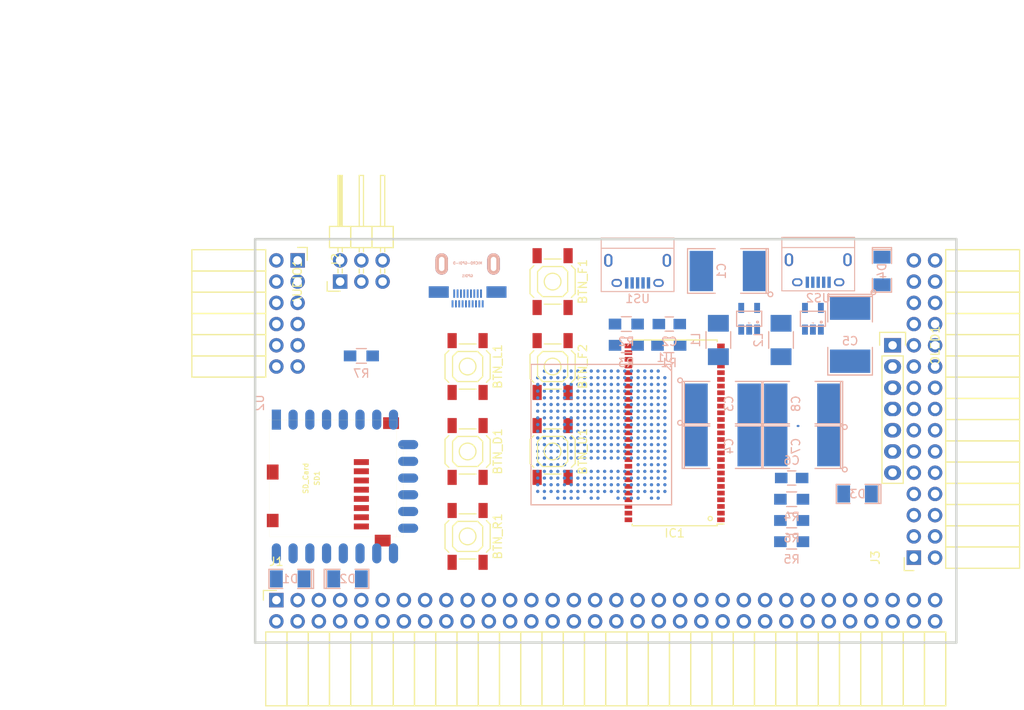
<source format=kicad_pcb>
(kicad_pcb (version 4) (host pcbnew 4.0.5+dfsg1-4)

  (general
    (links 305)
    (no_connects 305)
    (area 93.949999 61.269999 178.070001 109.830001)
    (thickness 1.6)
    (drawings 20)
    (tracks 1)
    (zones 0)
    (modules 41)
    (nets 89)
  )

  (page A4)
  (layers
    (0 F.Cu signal)
    (1 In1.Cu signal)
    (2 In2.Cu signal)
    (31 B.Cu signal)
    (32 B.Adhes user)
    (33 F.Adhes user)
    (34 B.Paste user)
    (35 F.Paste user)
    (36 B.SilkS user)
    (37 F.SilkS user)
    (38 B.Mask user)
    (39 F.Mask user)
    (40 Dwgs.User user)
    (41 Cmts.User user)
    (42 Eco1.User user)
    (43 Eco2.User user)
    (44 Edge.Cuts user)
    (45 Margin user)
    (46 B.CrtYd user)
    (47 F.CrtYd user)
    (48 B.Fab user)
    (49 F.Fab user)
  )

  (setup
    (last_trace_width 0.25)
    (trace_clearance 0.2)
    (zone_clearance 0.508)
    (zone_45_only no)
    (trace_min 0.2)
    (segment_width 0.2)
    (edge_width 0.2)
    (via_size 0.6)
    (via_drill 0.4)
    (via_min_size 0.4)
    (via_min_drill 0.3)
    (uvia_size 0.3)
    (uvia_drill 0.1)
    (uvias_allowed yes)
    (uvia_min_size 0.2)
    (uvia_min_drill 0.1)
    (pcb_text_width 0.3)
    (pcb_text_size 1.5 1.5)
    (mod_edge_width 0.15)
    (mod_text_size 1 1)
    (mod_text_width 0.15)
    (pad_size 1.524 1.524)
    (pad_drill 0.762)
    (pad_to_mask_clearance 0.2)
    (aux_axis_origin 82.67 62.69)
    (grid_origin 86.48 79.2)
    (visible_elements 7FFFFFFF)
    (pcbplotparams
      (layerselection 0x00030_80000001)
      (usegerberextensions false)
      (excludeedgelayer true)
      (linewidth 0.100000)
      (plotframeref false)
      (viasonmask false)
      (mode 1)
      (useauxorigin false)
      (hpglpennumber 1)
      (hpglpenspeed 20)
      (hpglpendiameter 15)
      (hpglpenoverlay 2)
      (psnegative false)
      (psa4output false)
      (plotreference true)
      (plotvalue true)
      (plotinvisibletext false)
      (padsonsilk false)
      (subtractmaskfromsilk false)
      (outputformat 1)
      (mirror false)
      (drillshape 1)
      (scaleselection 1)
      (outputdirectory ""))
  )

  (net 0 "")
  (net 1 GND)
  (net 2 /TDI)
  (net 3 /TCK)
  (net 4 /TMS)
  (net 5 /TDO)
  (net 6 +5V)
  (net 7 /USB5V)
  (net 8 "Net-(D4-Pad1)")
  (net 9 /gpio/IN5V)
  (net 10 /gpio/OUT5V)
  (net 11 /gpio/P5)
  (net 12 /gpio/P6)
  (net 13 /gpio/P7)
  (net 14 /gpio/P8)
  (net 15 /gpio/P11)
  (net 16 /gpio/P12)
  (net 17 /gpio/P13)
  (net 18 /gpio/P14)
  (net 19 /gpio/P17)
  (net 20 /gpio/P18)
  (net 21 /gpio/P19)
  (net 22 /gpio/P20)
  (net 23 /gpio/P21)
  (net 24 /gpio/P22)
  (net 25 /gpio/P23)
  (net 26 /gpio/P24)
  (net 27 /gpio/P25)
  (net 28 /gpio/P26)
  (net 29 /gpio/P27)
  (net 30 /gpio/P28)
  (net 31 /gpio/P29)
  (net 32 /gpio/P30)
  (net 33 /SD_3)
  (net 34 /MTMS)
  (net 35 /MTCK)
  (net 36 /MTDO)
  (net 37 /MTDI)
  (net 38 /gpio/P9)
  (net 39 /gpio/P10)
  (net 40 "Net-(US1-Pad6)")
  (net 41 "Net-(US2-Pad6)")
  (net 42 /gpio/P15)
  (net 43 /gpio/P16)
  (net 44 /gpio/P31)
  (net 45 /gpio/P32)
  (net 46 /gpio/P33)
  (net 47 /gpio/P34)
  (net 48 /gpio/P35)
  (net 49 /gpio/P36)
  (net 50 /gpio/P37)
  (net 51 /gpio/P38)
  (net 52 /gpio/P39)
  (net 53 /gpio/P40)
  (net 54 /gpio/P41)
  (net 55 /gpio/P42)
  (net 56 /gpio/P43)
  (net 57 /gpio/P44)
  (net 58 /gpio/P45)
  (net 59 /gpio/P46)
  (net 60 /gpio/P47)
  (net 61 /gpio/P48)
  (net 62 /gpio/P49)
  (net 63 /gpio/P50)
  (net 64 /gpio/P51)
  (net 65 /gpio/P52)
  (net 66 /gpio/P53)
  (net 67 /gpio/P54)
  (net 68 /gpio/P55)
  (net 69 /gpio/P56)
  (net 70 /gpio/P57)
  (net 71 /gpio/P58)
  (net 72 /gpio/P59)
  (net 73 /gpio/P60)
  (net 74 +3V3)
  (net 75 "Net-(L1-Pad1)")
  (net 76 "Net-(R1-Pad2)")
  (net 77 "Net-(L2-Pad1)")
  (net 78 "Net-(R4-Pad2)")
  (net 79 +1V2)
  (net 80 "Net-(C2-Pad2)")
  (net 81 "Net-(C6-Pad2)")
  (net 82 "Net-(BTN_D1-Pad1)")
  (net 83 BTN_D)
  (net 84 BTN_F1)
  (net 85 BTN_F2)
  (net 86 BTN_L)
  (net 87 BTN_R)
  (net 88 BTN_U)

  (net_class Default "This is the default net class."
    (clearance 0.2)
    (trace_width 0.25)
    (via_dia 0.6)
    (via_drill 0.4)
    (uvia_dia 0.3)
    (uvia_drill 0.1)
    (add_net +1V2)
    (add_net +3V3)
    (add_net +5V)
    (add_net /MTCK)
    (add_net /MTDI)
    (add_net /MTDO)
    (add_net /MTMS)
    (add_net /SD_3)
    (add_net /TCK)
    (add_net /TDI)
    (add_net /TDO)
    (add_net /TMS)
    (add_net /USB5V)
    (add_net /gpio/IN5V)
    (add_net /gpio/OUT5V)
    (add_net /gpio/P10)
    (add_net /gpio/P11)
    (add_net /gpio/P12)
    (add_net /gpio/P13)
    (add_net /gpio/P14)
    (add_net /gpio/P15)
    (add_net /gpio/P16)
    (add_net /gpio/P17)
    (add_net /gpio/P18)
    (add_net /gpio/P19)
    (add_net /gpio/P20)
    (add_net /gpio/P21)
    (add_net /gpio/P22)
    (add_net /gpio/P23)
    (add_net /gpio/P24)
    (add_net /gpio/P25)
    (add_net /gpio/P26)
    (add_net /gpio/P27)
    (add_net /gpio/P28)
    (add_net /gpio/P29)
    (add_net /gpio/P30)
    (add_net /gpio/P31)
    (add_net /gpio/P32)
    (add_net /gpio/P33)
    (add_net /gpio/P34)
    (add_net /gpio/P35)
    (add_net /gpio/P36)
    (add_net /gpio/P37)
    (add_net /gpio/P38)
    (add_net /gpio/P39)
    (add_net /gpio/P40)
    (add_net /gpio/P41)
    (add_net /gpio/P42)
    (add_net /gpio/P43)
    (add_net /gpio/P44)
    (add_net /gpio/P45)
    (add_net /gpio/P46)
    (add_net /gpio/P47)
    (add_net /gpio/P48)
    (add_net /gpio/P49)
    (add_net /gpio/P5)
    (add_net /gpio/P50)
    (add_net /gpio/P51)
    (add_net /gpio/P52)
    (add_net /gpio/P53)
    (add_net /gpio/P54)
    (add_net /gpio/P55)
    (add_net /gpio/P56)
    (add_net /gpio/P57)
    (add_net /gpio/P58)
    (add_net /gpio/P59)
    (add_net /gpio/P6)
    (add_net /gpio/P60)
    (add_net /gpio/P7)
    (add_net /gpio/P8)
    (add_net /gpio/P9)
    (add_net BTN_D)
    (add_net BTN_F1)
    (add_net BTN_F2)
    (add_net BTN_L)
    (add_net BTN_R)
    (add_net BTN_U)
    (add_net "Net-(BTN_D1-Pad1)")
    (add_net "Net-(C2-Pad2)")
    (add_net "Net-(C6-Pad2)")
    (add_net "Net-(D4-Pad1)")
    (add_net "Net-(L1-Pad1)")
    (add_net "Net-(L2-Pad1)")
    (add_net "Net-(R1-Pad2)")
    (add_net "Net-(R4-Pad2)")
    (add_net "Net-(US1-Pad6)")
    (add_net "Net-(US2-Pad6)")
  )

  (net_class BGA ""
    (clearance 0.1)
    (trace_width 0.2)
    (via_dia 0.6)
    (via_drill 0.4)
    (uvia_dia 0.3)
    (uvia_drill 0.1)
    (add_net GND)
  )

  (module SMD_Packages:SMD-1206_Pol (layer B.Cu) (tedit 0) (tstamp 56AA106E)
    (at 105.149 102.06)
    (path /56AC389C/56AC4846)
    (attr smd)
    (fp_text reference D2 (at 0 0) (layer B.SilkS)
      (effects (font (size 1 1) (thickness 0.15)) (justify mirror))
    )
    (fp_text value 2A (at 0 0) (layer B.Fab)
      (effects (font (size 1 1) (thickness 0.15)) (justify mirror))
    )
    (fp_line (start -2.54 1.143) (end -2.794 1.143) (layer B.SilkS) (width 0.15))
    (fp_line (start -2.794 1.143) (end -2.794 -1.143) (layer B.SilkS) (width 0.15))
    (fp_line (start -2.794 -1.143) (end -2.54 -1.143) (layer B.SilkS) (width 0.15))
    (fp_line (start -2.54 1.143) (end -2.54 -1.143) (layer B.SilkS) (width 0.15))
    (fp_line (start -2.54 -1.143) (end -0.889 -1.143) (layer B.SilkS) (width 0.15))
    (fp_line (start 0.889 1.143) (end 2.54 1.143) (layer B.SilkS) (width 0.15))
    (fp_line (start 2.54 1.143) (end 2.54 -1.143) (layer B.SilkS) (width 0.15))
    (fp_line (start 2.54 -1.143) (end 0.889 -1.143) (layer B.SilkS) (width 0.15))
    (fp_line (start -0.889 1.143) (end -2.54 1.143) (layer B.SilkS) (width 0.15))
    (pad 1 smd rect (at -1.651 0) (size 1.524 2.032) (layers B.Cu B.Paste B.Mask)
      (net 10 /gpio/OUT5V))
    (pad 2 smd rect (at 1.651 0) (size 1.524 2.032) (layers B.Cu B.Paste B.Mask))
    (model SMD_Packages.3dshapes/SMD-1206_Pol.wrl
      (at (xyz 0 0 0))
      (scale (xyz 0.17 0.16 0.16))
      (rotate (xyz 0 0 0))
    )
  )

  (module SMD_Packages:SMD-1206_Pol (layer B.Cu) (tedit 0) (tstamp 56AA1068)
    (at 98.291 102.06 180)
    (path /56AC389C/56AC483B)
    (attr smd)
    (fp_text reference D1 (at 0 0 180) (layer B.SilkS)
      (effects (font (size 1 1) (thickness 0.15)) (justify mirror))
    )
    (fp_text value 2A (at 0 0 180) (layer B.Fab)
      (effects (font (size 1 1) (thickness 0.15)) (justify mirror))
    )
    (fp_line (start -2.54 1.143) (end -2.794 1.143) (layer B.SilkS) (width 0.15))
    (fp_line (start -2.794 1.143) (end -2.794 -1.143) (layer B.SilkS) (width 0.15))
    (fp_line (start -2.794 -1.143) (end -2.54 -1.143) (layer B.SilkS) (width 0.15))
    (fp_line (start -2.54 1.143) (end -2.54 -1.143) (layer B.SilkS) (width 0.15))
    (fp_line (start -2.54 -1.143) (end -0.889 -1.143) (layer B.SilkS) (width 0.15))
    (fp_line (start 0.889 1.143) (end 2.54 1.143) (layer B.SilkS) (width 0.15))
    (fp_line (start 2.54 1.143) (end 2.54 -1.143) (layer B.SilkS) (width 0.15))
    (fp_line (start 2.54 -1.143) (end 0.889 -1.143) (layer B.SilkS) (width 0.15))
    (fp_line (start -0.889 1.143) (end -2.54 1.143) (layer B.SilkS) (width 0.15))
    (pad 1 smd rect (at -1.651 0 180) (size 1.524 2.032) (layers B.Cu B.Paste B.Mask)
      (net 6 +5V))
    (pad 2 smd rect (at 1.651 0 180) (size 1.524 2.032) (layers B.Cu B.Paste B.Mask)
      (net 9 /gpio/IN5V))
    (model SMD_Packages.3dshapes/SMD-1206_Pol.wrl
      (at (xyz 0 0 0))
      (scale (xyz 0.17 0.16 0.16))
      (rotate (xyz 0 0 0))
    )
  )

  (module SMD_Packages:SMD-1206_Pol (layer B.Cu) (tedit 0) (tstamp 56A9E514)
    (at 169.03 65.23 270)
    (path /56AA2821)
    (attr smd)
    (fp_text reference D4 (at 0 0 270) (layer B.SilkS)
      (effects (font (size 1 1) (thickness 0.15)) (justify mirror))
    )
    (fp_text value 2A (at 0 0 270) (layer B.Fab)
      (effects (font (size 1 1) (thickness 0.15)) (justify mirror))
    )
    (fp_line (start -2.54 1.143) (end -2.794 1.143) (layer B.SilkS) (width 0.15))
    (fp_line (start -2.794 1.143) (end -2.794 -1.143) (layer B.SilkS) (width 0.15))
    (fp_line (start -2.794 -1.143) (end -2.54 -1.143) (layer B.SilkS) (width 0.15))
    (fp_line (start -2.54 1.143) (end -2.54 -1.143) (layer B.SilkS) (width 0.15))
    (fp_line (start -2.54 -1.143) (end -0.889 -1.143) (layer B.SilkS) (width 0.15))
    (fp_line (start 0.889 1.143) (end 2.54 1.143) (layer B.SilkS) (width 0.15))
    (fp_line (start 2.54 1.143) (end 2.54 -1.143) (layer B.SilkS) (width 0.15))
    (fp_line (start 2.54 -1.143) (end 0.889 -1.143) (layer B.SilkS) (width 0.15))
    (fp_line (start -0.889 1.143) (end -2.54 1.143) (layer B.SilkS) (width 0.15))
    (pad 1 smd rect (at -1.651 0 270) (size 1.524 2.032) (layers B.Cu B.Paste B.Mask)
      (net 8 "Net-(D4-Pad1)"))
    (pad 2 smd rect (at 1.651 0 270) (size 1.524 2.032) (layers B.Cu B.Paste B.Mask)
      (net 6 +5V))
    (model SMD_Packages.3dshapes/SMD-1206_Pol.wrl
      (at (xyz 0 0 0))
      (scale (xyz 0.17 0.16 0.16))
      (rotate (xyz 0 0 0))
    )
  )

  (module SMD_Packages:SMD-1206_Pol (layer B.Cu) (tedit 0) (tstamp 56A9E50E)
    (at 166.109 91.9 180)
    (path /56AA1324)
    (attr smd)
    (fp_text reference D3 (at 0 0 180) (layer B.SilkS)
      (effects (font (size 1 1) (thickness 0.15)) (justify mirror))
    )
    (fp_text value 2A (at 0 0 180) (layer B.Fab)
      (effects (font (size 1 1) (thickness 0.15)) (justify mirror))
    )
    (fp_line (start -2.54 1.143) (end -2.794 1.143) (layer B.SilkS) (width 0.15))
    (fp_line (start -2.794 1.143) (end -2.794 -1.143) (layer B.SilkS) (width 0.15))
    (fp_line (start -2.794 -1.143) (end -2.54 -1.143) (layer B.SilkS) (width 0.15))
    (fp_line (start -2.54 1.143) (end -2.54 -1.143) (layer B.SilkS) (width 0.15))
    (fp_line (start -2.54 -1.143) (end -0.889 -1.143) (layer B.SilkS) (width 0.15))
    (fp_line (start 0.889 1.143) (end 2.54 1.143) (layer B.SilkS) (width 0.15))
    (fp_line (start 2.54 1.143) (end 2.54 -1.143) (layer B.SilkS) (width 0.15))
    (fp_line (start 2.54 -1.143) (end 0.889 -1.143) (layer B.SilkS) (width 0.15))
    (fp_line (start -0.889 1.143) (end -2.54 1.143) (layer B.SilkS) (width 0.15))
    (pad 1 smd rect (at -1.651 0 180) (size 1.524 2.032) (layers B.Cu B.Paste B.Mask)
      (net 6 +5V))
    (pad 2 smd rect (at 1.651 0 180) (size 1.524 2.032) (layers B.Cu B.Paste B.Mask)
      (net 7 /USB5V))
    (model SMD_Packages.3dshapes/SMD-1206_Pol.wrl
      (at (xyz 0 0 0))
      (scale (xyz 0.17 0.16 0.16))
      (rotate (xyz 0 0 0))
    )
  )

  (module micro-sd:MicroSD_TF02D (layer F.Cu) (tedit 52721666) (tstamp 56A966AB)
    (at 95.8 90.03 90)
    (path /56ACBF19)
    (fp_text reference SD1 (at 0 5.7 90) (layer F.SilkS)
      (effects (font (size 0.59944 0.59944) (thickness 0.12446)))
    )
    (fp_text value SD_Card (at 0 4.35 90) (layer F.SilkS)
      (effects (font (size 0.59944 0.59944) (thickness 0.12446)))
    )
    (fp_line (start 3.8 15.2) (end 3.8 16) (layer F.SilkS) (width 0.01016))
    (fp_line (start 3.8 16) (end -7 16) (layer F.SilkS) (width 0.01016))
    (fp_line (start -7 16) (end -7 15.2) (layer F.SilkS) (width 0.01016))
    (fp_line (start 7 0) (end 7 15.2) (layer F.SilkS) (width 0.01016))
    (fp_line (start 7 15.2) (end -7 15.2) (layer F.SilkS) (width 0.01016))
    (fp_line (start -7 15.2) (end -7 0) (layer F.SilkS) (width 0.01016))
    (fp_line (start -7 0) (end 7 0) (layer F.SilkS) (width 0.01016))
    (pad 1 smd rect (at 1.94 11 90) (size 0.7 1.8) (layers F.Cu F.Paste F.Mask)
      (net 33 /SD_3))
    (pad 2 smd rect (at 0.84 11 90) (size 0.7 1.8) (layers F.Cu F.Paste F.Mask)
      (net 34 /MTMS))
    (pad 3 smd rect (at -0.26 11 90) (size 0.7 1.8) (layers F.Cu F.Paste F.Mask)
      (net 1 GND))
    (pad 4 smd rect (at -1.36 11 90) (size 0.7 1.8) (layers F.Cu F.Paste F.Mask)
      (net 74 +3V3))
    (pad 5 smd rect (at -2.46 11 90) (size 0.7 1.8) (layers F.Cu F.Paste F.Mask)
      (net 35 /MTCK))
    (pad 6 smd rect (at -3.56 11 90) (size 0.7 1.8) (layers F.Cu F.Paste F.Mask)
      (net 1 GND))
    (pad 7 smd rect (at -4.66 11 90) (size 0.7 1.8) (layers F.Cu F.Paste F.Mask)
      (net 36 /MTDO))
    (pad 8 smd rect (at -5.76 11 90) (size 0.7 1.8) (layers F.Cu F.Paste F.Mask)
      (net 37 /MTDI))
    (pad S smd rect (at -5.05 0.4 90) (size 1.6 1.4) (layers F.Cu F.Paste F.Mask))
    (pad S smd rect (at 0.75 0.4 90) (size 1.8 1.4) (layers F.Cu F.Paste F.Mask))
    (pad G smd rect (at -7.45 13.55 90) (size 1.4 1.9) (layers F.Cu F.Paste F.Mask))
    (pad G smd rect (at 6.6 14.55 90) (size 1.4 1.9) (layers F.Cu F.Paste F.Mask))
  )

  (module micro-hdmi-d:MICRO-HDMI-D (layer B.Cu) (tedit 53F70906) (tstamp 56A965BA)
    (at 119.5 62.69)
    (path /56ACD5D4)
    (attr smd)
    (fp_text reference GPDI1 (at -0.025 3.125) (layer B.SilkS)
      (effects (font (size 0.3 0.3) (thickness 0.075)) (justify mirror))
    )
    (fp_text value MICRO-GPDI-D (at 0 1.6) (layer B.SilkS)
      (effects (font (size 0.3 0.3) (thickness 0.075)) (justify mirror))
    )
    (fp_line (start -3.3 0) (end -3.3 -0.7) (layer B.SilkS) (width 0.001))
    (fp_line (start -3.3 -0.7) (end 3.3 -0.7) (layer B.SilkS) (width 0.001))
    (fp_line (start 3.3 -0.7) (end 3.3 0) (layer B.SilkS) (width 0.001))
    (fp_line (start -3.3 0) (end -3.3 6.8) (layer B.SilkS) (width 0.001))
    (fp_line (start -3.3 6.8) (end 3.3 6.8) (layer B.SilkS) (width 0.001))
    (fp_line (start 3.3 6.8) (end 3.3 0) (layer B.SilkS) (width 0.001))
    (fp_line (start 3.3 0) (end -3.3 0) (layer B.SilkS) (width 0.001))
    (pad 1 smd rect (at 1.8 6.475) (size 0.23 0.85) (layers B.Cu B.Paste B.Mask))
    (pad 3 smd rect (at 1.4 6.475) (size 0.23 0.85) (layers B.Cu B.Paste B.Mask))
    (pad 5 smd rect (at 1 6.475) (size 0.23 0.85) (layers B.Cu B.Paste B.Mask))
    (pad 7 smd rect (at 0.6 6.475) (size 0.23 0.85) (layers B.Cu B.Paste B.Mask)
      (net 1 GND))
    (pad 9 smd rect (at 0.2 6.475) (size 0.23 0.85) (layers B.Cu B.Paste B.Mask))
    (pad 11 smd rect (at -0.2 6.475) (size 0.23 0.85) (layers B.Cu B.Paste B.Mask))
    (pad 13 smd rect (at -0.6 6.475) (size 0.23 0.85) (layers B.Cu B.Paste B.Mask)
      (net 1 GND))
    (pad 15 smd rect (at -1 6.475) (size 0.23 0.85) (layers B.Cu B.Paste B.Mask))
    (pad 17 smd rect (at -1.4 6.475) (size 0.23 0.85) (layers B.Cu B.Paste B.Mask))
    (pad 19 smd rect (at -1.8 6.475) (size 0.23 0.85) (layers B.Cu B.Paste B.Mask)
      (net 6 +5V))
    (pad 2 smd rect (at 1.6 5.25) (size 0.23 1) (layers B.Cu B.Paste B.Mask))
    (pad 4 smd rect (at 1.2 5.25) (size 0.23 1) (layers B.Cu B.Paste B.Mask)
      (net 1 GND))
    (pad 6 smd rect (at 0.8 5.25) (size 0.23 1) (layers B.Cu B.Paste B.Mask))
    (pad 8 smd rect (at 0.4 5.25) (size 0.23 1) (layers B.Cu B.Paste B.Mask))
    (pad 10 smd rect (at 0 5.25) (size 0.23 1) (layers B.Cu B.Paste B.Mask)
      (net 1 GND))
    (pad 12 smd rect (at -0.4 5.25) (size 0.23 1) (layers B.Cu B.Paste B.Mask))
    (pad 14 smd rect (at -0.8 5.25) (size 0.23 1) (layers B.Cu B.Paste B.Mask))
    (pad 16 smd rect (at -1.2 5.25) (size 0.23 1) (layers B.Cu B.Paste B.Mask)
      (net 1 GND))
    (pad 18 smd rect (at -1.6 5.25) (size 0.23 1) (layers B.Cu B.Paste B.Mask))
    (pad SHD smd rect (at 3.45 5.06) (size 2.4 1.38) (layers B.Cu B.Paste B.Mask)
      (net 1 GND))
    (pad SHD smd rect (at -3.45 5.06) (size 2.4 1.38) (layers B.Cu B.Paste B.Mask)
      (net 1 GND))
    (pad "" thru_hole oval (at -3.1 1.7) (size 1.5 2.55) (drill oval 0.65 1.7) (layers *.Cu *.Mask B.SilkS))
    (pad "" thru_hole oval (at 3.1 1.7) (size 1.5 2.55) (drill oval 0.65 1.7) (layers *.Cu *.Mask B.SilkS))
  )

  (module ESP8266:ESP-12E (layer B.Cu) (tedit 559F8D21) (tstamp 56A95491)
    (at 96.64 83.01 270)
    (descr "Module, ESP-8266, ESP-12, 16 pad, SMD")
    (tags "Module ESP-8266 ESP8266")
    (path /56AC980A)
    (fp_text reference U2 (at -2 2 270) (layer B.SilkS)
      (effects (font (size 1 1) (thickness 0.15)) (justify mirror))
    )
    (fp_text value ESP-12E (at 8 -1 270) (layer B.Fab)
      (effects (font (size 1 1) (thickness 0.15)) (justify mirror))
    )
    (fp_line (start 16 8.4) (end 0 2.6) (layer B.CrtYd) (width 0.1524))
    (fp_line (start 0 8.4) (end 16 2.6) (layer B.CrtYd) (width 0.1524))
    (fp_text user "No Copper" (at 7.9 5.4 270) (layer B.CrtYd)
      (effects (font (size 1 1) (thickness 0.15)) (justify mirror))
    )
    (fp_line (start 0 8.4) (end 0 2.6) (layer B.CrtYd) (width 0.1524))
    (fp_line (start 0 2.6) (end 16 2.6) (layer B.CrtYd) (width 0.1524))
    (fp_line (start 16 2.6) (end 16 8.4) (layer B.CrtYd) (width 0.1524))
    (fp_line (start 16 8.4) (end 0 8.4) (layer B.CrtYd) (width 0.1524))
    (fp_line (start 16 8.4) (end 16 -15.6) (layer B.Fab) (width 0.1524))
    (fp_line (start 16 -15.6) (end 0 -15.6) (layer B.Fab) (width 0.1524))
    (fp_line (start 0 -15.6) (end 0 8.4) (layer B.Fab) (width 0.1524))
    (fp_line (start 0 8.4) (end 16 8.4) (layer B.Fab) (width 0.1524))
    (pad 9 smd oval (at 2.99 -15.75 180) (size 2.4 1.1) (layers B.Cu B.Paste B.Mask)
      (net 36 /MTDO))
    (pad 10 smd oval (at 4.99 -15.75 180) (size 2.4 1.1) (layers B.Cu B.Paste B.Mask)
      (net 37 /MTDI))
    (pad 11 smd oval (at 6.99 -15.75 180) (size 2.4 1.1) (layers B.Cu B.Paste B.Mask)
      (net 33 /SD_3))
    (pad 12 smd oval (at 8.99 -15.75 180) (size 2.4 1.1) (layers B.Cu B.Paste B.Mask)
      (net 34 /MTMS))
    (pad 13 smd oval (at 10.99 -15.75 180) (size 2.4 1.1) (layers B.Cu B.Paste B.Mask)
      (net 35 /MTCK))
    (pad 14 smd oval (at 12.99 -15.75 180) (size 2.4 1.1) (layers B.Cu B.Paste B.Mask))
    (pad 1 smd rect (at 0 0 270) (size 2.4 1.1) (layers B.Cu B.Paste B.Mask))
    (pad 2 smd oval (at 0 -2 270) (size 2.4 1.1) (layers B.Cu B.Paste B.Mask))
    (pad 3 smd oval (at 0 -4 270) (size 2.4 1.1) (layers B.Cu B.Paste B.Mask))
    (pad 4 smd oval (at 0 -6 270) (size 2.4 1.1) (layers B.Cu B.Paste B.Mask)
      (net 2 /TDI))
    (pad 5 smd oval (at 0 -8 270) (size 2.4 1.1) (layers B.Cu B.Paste B.Mask)
      (net 5 /TDO))
    (pad 6 smd oval (at 0 -10 270) (size 2.4 1.1) (layers B.Cu B.Paste B.Mask)
      (net 3 /TCK))
    (pad 7 smd oval (at 0 -12 270) (size 2.4 1.1) (layers B.Cu B.Paste B.Mask)
      (net 4 /TMS))
    (pad 8 smd oval (at 0 -14 270) (size 2.4 1.1) (layers B.Cu B.Paste B.Mask)
      (net 74 +3V3))
    (pad 15 smd oval (at 16 -14 270) (size 2.4 1.1) (layers B.Cu B.Paste B.Mask)
      (net 1 GND))
    (pad 16 smd oval (at 16 -12 270) (size 2.4 1.1) (layers B.Cu B.Paste B.Mask))
    (pad 17 smd oval (at 16 -10 270) (size 2.4 1.1) (layers B.Cu B.Paste B.Mask))
    (pad 18 smd oval (at 16 -8 270) (size 2.4 1.1) (layers B.Cu B.Paste B.Mask))
    (pad 19 smd oval (at 16 -6 270) (size 2.4 1.1) (layers B.Cu B.Paste B.Mask))
    (pad 20 smd oval (at 16 -4 270) (size 2.4 1.1) (layers B.Cu B.Paste B.Mask))
    (pad 21 smd oval (at 16 -2 270) (size 2.4 1.1) (layers B.Cu B.Paste B.Mask))
    (pad 22 smd oval (at 16 0 270) (size 2.4 1.1) (layers B.Cu B.Paste B.Mask))
    (model ${ESPLIB}/ESP8266.3dshapes/ESP-12.wrl
      (at (xyz 0.04 0 0))
      (scale (xyz 0.3937 0.3937 0.3937))
      (rotate (xyz 0 0 0))
    )
  )

  (module usb_otg:USB_Micro-B (layer B.Cu) (tedit 5543E447) (tstamp 58D43115)
    (at 139.82 65.31)
    (descr "Micro USB Type B Receptacle")
    (tags "USB USB_B USB_micro USB_OTG")
    (path /58D432CE)
    (attr smd)
    (fp_text reference US1 (at 0 3.24) (layer B.SilkS)
      (effects (font (size 1 1) (thickness 0.15)) (justify mirror))
    )
    (fp_text value USB_FTDI (at 0 -5.01) (layer B.Fab)
      (effects (font (size 1 1) (thickness 0.15)) (justify mirror))
    )
    (fp_line (start -4.6 2.59) (end 4.6 2.59) (layer B.CrtYd) (width 0.05))
    (fp_line (start 4.6 2.59) (end 4.6 -4.26) (layer B.CrtYd) (width 0.05))
    (fp_line (start 4.6 -4.26) (end -4.6 -4.26) (layer B.CrtYd) (width 0.05))
    (fp_line (start -4.6 -4.26) (end -4.6 2.59) (layer B.CrtYd) (width 0.05))
    (fp_line (start -4.35 -4.03) (end 4.35 -4.03) (layer B.SilkS) (width 0.12))
    (fp_line (start -4.35 2.38) (end 4.35 2.38) (layer B.SilkS) (width 0.12))
    (fp_line (start 4.35 2.38) (end 4.35 -4.03) (layer B.SilkS) (width 0.12))
    (fp_line (start 4.35 -2.8) (end -4.35 -2.8) (layer B.SilkS) (width 0.12))
    (fp_line (start -4.35 -4.03) (end -4.35 2.38) (layer B.SilkS) (width 0.12))
    (pad 1 smd rect (at -1.3 1.35 270) (size 1.35 0.4) (layers B.Cu B.Paste B.Mask)
      (net 7 /USB5V))
    (pad 2 smd rect (at -0.65 1.35 270) (size 1.35 0.4) (layers B.Cu B.Paste B.Mask))
    (pad 3 smd rect (at 0 1.35 270) (size 1.35 0.4) (layers B.Cu B.Paste B.Mask))
    (pad 4 smd rect (at 0.65 1.35 270) (size 1.35 0.4) (layers B.Cu B.Paste B.Mask))
    (pad 5 smd rect (at 1.3 1.35 270) (size 1.35 0.4) (layers B.Cu B.Paste B.Mask)
      (net 1 GND))
    (pad 6 thru_hole oval (at -2.5 1.35 270) (size 0.95 1.25) (drill oval 0.55 0.85) (layers *.Cu *.Mask)
      (net 40 "Net-(US1-Pad6)"))
    (pad 6 thru_hole oval (at 2.5 1.35 270) (size 0.95 1.25) (drill oval 0.55 0.85) (layers *.Cu *.Mask)
      (net 40 "Net-(US1-Pad6)"))
    (pad 6 thru_hole oval (at -3.5 -1.35 270) (size 1.55 1) (drill oval 1.15 0.5) (layers *.Cu *.Mask)
      (net 40 "Net-(US1-Pad6)"))
    (pad 6 thru_hole oval (at 3.5 -1.35 270) (size 1.55 1) (drill oval 1.15 0.5) (layers *.Cu *.Mask)
      (net 40 "Net-(US1-Pad6)"))
  )

  (module usb_otg:USB_Micro-B (layer B.Cu) (tedit 5543E447) (tstamp 58D43122)
    (at 161.41 65.23)
    (descr "Micro USB Type B Receptacle")
    (tags "USB USB_B USB_micro USB_OTG")
    (path /58D4378B)
    (attr smd)
    (fp_text reference US2 (at 0 3.24) (layer B.SilkS)
      (effects (font (size 1 1) (thickness 0.15)) (justify mirror))
    )
    (fp_text value USB_FPGA (at 0 -5.01) (layer B.Fab)
      (effects (font (size 1 1) (thickness 0.15)) (justify mirror))
    )
    (fp_line (start -4.6 2.59) (end 4.6 2.59) (layer B.CrtYd) (width 0.05))
    (fp_line (start 4.6 2.59) (end 4.6 -4.26) (layer B.CrtYd) (width 0.05))
    (fp_line (start 4.6 -4.26) (end -4.6 -4.26) (layer B.CrtYd) (width 0.05))
    (fp_line (start -4.6 -4.26) (end -4.6 2.59) (layer B.CrtYd) (width 0.05))
    (fp_line (start -4.35 -4.03) (end 4.35 -4.03) (layer B.SilkS) (width 0.12))
    (fp_line (start -4.35 2.38) (end 4.35 2.38) (layer B.SilkS) (width 0.12))
    (fp_line (start 4.35 2.38) (end 4.35 -4.03) (layer B.SilkS) (width 0.12))
    (fp_line (start 4.35 -2.8) (end -4.35 -2.8) (layer B.SilkS) (width 0.12))
    (fp_line (start -4.35 -4.03) (end -4.35 2.38) (layer B.SilkS) (width 0.12))
    (pad 1 smd rect (at -1.3 1.35 270) (size 1.35 0.4) (layers B.Cu B.Paste B.Mask)
      (net 8 "Net-(D4-Pad1)"))
    (pad 2 smd rect (at -0.65 1.35 270) (size 1.35 0.4) (layers B.Cu B.Paste B.Mask))
    (pad 3 smd rect (at 0 1.35 270) (size 1.35 0.4) (layers B.Cu B.Paste B.Mask))
    (pad 4 smd rect (at 0.65 1.35 270) (size 1.35 0.4) (layers B.Cu B.Paste B.Mask))
    (pad 5 smd rect (at 1.3 1.35 270) (size 1.35 0.4) (layers B.Cu B.Paste B.Mask)
      (net 1 GND))
    (pad 6 thru_hole oval (at -2.5 1.35 270) (size 0.95 1.25) (drill oval 0.55 0.85) (layers *.Cu *.Mask)
      (net 41 "Net-(US2-Pad6)"))
    (pad 6 thru_hole oval (at 2.5 1.35 270) (size 0.95 1.25) (drill oval 0.55 0.85) (layers *.Cu *.Mask)
      (net 41 "Net-(US2-Pad6)"))
    (pad 6 thru_hole oval (at -3.5 -1.35 270) (size 1.55 1) (drill oval 1.15 0.5) (layers *.Cu *.Mask)
      (net 41 "Net-(US2-Pad6)"))
    (pad 6 thru_hole oval (at 3.5 -1.35 270) (size 1.55 1) (drill oval 1.15 0.5) (layers *.Cu *.Mask)
      (net 41 "Net-(US2-Pad6)"))
  )

  (module Socket_Strips:Socket_Strip_Angled_2x32 (layer F.Cu) (tedit 0) (tstamp 58D4E99D)
    (at 96.64 104.6)
    (descr "Through hole socket strip")
    (tags "socket strip")
    (path /56AC389C/58D39D36)
    (fp_text reference J1 (at 0 -4.6) (layer F.SilkS)
      (effects (font (size 1 1) (thickness 0.15)))
    )
    (fp_text value CONN_02X32 (at 0 -2.6) (layer F.Fab)
      (effects (font (size 1 1) (thickness 0.15)))
    )
    (fp_line (start -1.75 -1.35) (end -1.75 13.15) (layer F.CrtYd) (width 0.05))
    (fp_line (start 80.5 -1.35) (end 80.5 13.15) (layer F.CrtYd) (width 0.05))
    (fp_line (start -1.75 -1.35) (end 80.5 -1.35) (layer F.CrtYd) (width 0.05))
    (fp_line (start -1.75 13.15) (end 80.5 13.15) (layer F.CrtYd) (width 0.05))
    (fp_line (start 80.01 3.81) (end 80.01 12.64) (layer F.SilkS) (width 0.15))
    (fp_line (start 77.47 3.81) (end 80.01 3.81) (layer F.SilkS) (width 0.15))
    (fp_line (start 77.47 12.64) (end 80.01 12.64) (layer F.SilkS) (width 0.15))
    (fp_line (start 80.01 12.64) (end 80.01 3.81) (layer F.SilkS) (width 0.15))
    (fp_line (start 77.47 12.64) (end 77.47 3.81) (layer F.SilkS) (width 0.15))
    (fp_line (start 74.93 12.64) (end 77.47 12.64) (layer F.SilkS) (width 0.15))
    (fp_line (start 74.93 3.81) (end 77.47 3.81) (layer F.SilkS) (width 0.15))
    (fp_line (start 77.47 3.81) (end 77.47 12.64) (layer F.SilkS) (width 0.15))
    (fp_line (start 54.61 12.64) (end 54.61 3.81) (layer F.SilkS) (width 0.15))
    (fp_line (start 52.07 12.64) (end 54.61 12.64) (layer F.SilkS) (width 0.15))
    (fp_line (start 52.07 3.81) (end 54.61 3.81) (layer F.SilkS) (width 0.15))
    (fp_line (start 54.61 3.81) (end 54.61 12.64) (layer F.SilkS) (width 0.15))
    (fp_line (start 52.07 3.81) (end 52.07 12.64) (layer F.SilkS) (width 0.15))
    (fp_line (start 49.53 3.81) (end 52.07 3.81) (layer F.SilkS) (width 0.15))
    (fp_line (start 49.53 12.64) (end 52.07 12.64) (layer F.SilkS) (width 0.15))
    (fp_line (start 52.07 12.64) (end 52.07 3.81) (layer F.SilkS) (width 0.15))
    (fp_line (start 49.53 12.64) (end 49.53 3.81) (layer F.SilkS) (width 0.15))
    (fp_line (start 46.99 12.64) (end 49.53 12.64) (layer F.SilkS) (width 0.15))
    (fp_line (start 46.99 3.81) (end 49.53 3.81) (layer F.SilkS) (width 0.15))
    (fp_line (start 49.53 3.81) (end 49.53 12.64) (layer F.SilkS) (width 0.15))
    (fp_line (start 62.23 3.81) (end 62.23 12.64) (layer F.SilkS) (width 0.15))
    (fp_line (start 59.69 3.81) (end 62.23 3.81) (layer F.SilkS) (width 0.15))
    (fp_line (start 59.69 12.64) (end 62.23 12.64) (layer F.SilkS) (width 0.15))
    (fp_line (start 62.23 12.64) (end 62.23 3.81) (layer F.SilkS) (width 0.15))
    (fp_line (start 64.77 12.64) (end 64.77 3.81) (layer F.SilkS) (width 0.15))
    (fp_line (start 62.23 12.64) (end 64.77 12.64) (layer F.SilkS) (width 0.15))
    (fp_line (start 62.23 3.81) (end 64.77 3.81) (layer F.SilkS) (width 0.15))
    (fp_line (start 64.77 3.81) (end 64.77 12.64) (layer F.SilkS) (width 0.15))
    (fp_line (start 67.31 3.81) (end 67.31 12.64) (layer F.SilkS) (width 0.15))
    (fp_line (start 64.77 3.81) (end 67.31 3.81) (layer F.SilkS) (width 0.15))
    (fp_line (start 64.77 12.64) (end 67.31 12.64) (layer F.SilkS) (width 0.15))
    (fp_line (start 67.31 12.64) (end 67.31 3.81) (layer F.SilkS) (width 0.15))
    (fp_line (start 69.85 12.64) (end 69.85 3.81) (layer F.SilkS) (width 0.15))
    (fp_line (start 67.31 12.64) (end 69.85 12.64) (layer F.SilkS) (width 0.15))
    (fp_line (start 67.31 3.81) (end 69.85 3.81) (layer F.SilkS) (width 0.15))
    (fp_line (start 69.85 3.81) (end 69.85 12.64) (layer F.SilkS) (width 0.15))
    (fp_line (start 72.39 3.81) (end 72.39 12.64) (layer F.SilkS) (width 0.15))
    (fp_line (start 69.85 3.81) (end 72.39 3.81) (layer F.SilkS) (width 0.15))
    (fp_line (start 69.85 12.64) (end 72.39 12.64) (layer F.SilkS) (width 0.15))
    (fp_line (start 72.39 12.64) (end 72.39 3.81) (layer F.SilkS) (width 0.15))
    (fp_line (start 59.69 12.64) (end 59.69 3.81) (layer F.SilkS) (width 0.15))
    (fp_line (start 57.15 12.64) (end 59.69 12.64) (layer F.SilkS) (width 0.15))
    (fp_line (start 57.15 3.81) (end 59.69 3.81) (layer F.SilkS) (width 0.15))
    (fp_line (start 59.69 3.81) (end 59.69 12.64) (layer F.SilkS) (width 0.15))
    (fp_line (start 57.15 3.81) (end 57.15 12.64) (layer F.SilkS) (width 0.15))
    (fp_line (start 54.61 3.81) (end 57.15 3.81) (layer F.SilkS) (width 0.15))
    (fp_line (start 54.61 12.64) (end 57.15 12.64) (layer F.SilkS) (width 0.15))
    (fp_line (start 57.15 12.64) (end 57.15 3.81) (layer F.SilkS) (width 0.15))
    (fp_line (start 74.93 12.64) (end 74.93 3.81) (layer F.SilkS) (width 0.15))
    (fp_line (start 72.39 12.64) (end 74.93 12.64) (layer F.SilkS) (width 0.15))
    (fp_line (start 72.39 3.81) (end 74.93 3.81) (layer F.SilkS) (width 0.15))
    (fp_line (start 74.93 3.81) (end 74.93 12.64) (layer F.SilkS) (width 0.15))
    (fp_line (start 46.99 3.81) (end 46.99 12.64) (layer F.SilkS) (width 0.15))
    (fp_line (start 44.45 3.81) (end 46.99 3.81) (layer F.SilkS) (width 0.15))
    (fp_line (start 44.45 12.64) (end 46.99 12.64) (layer F.SilkS) (width 0.15))
    (fp_line (start 46.99 12.64) (end 46.99 3.81) (layer F.SilkS) (width 0.15))
    (fp_line (start 29.21 12.64) (end 29.21 3.81) (layer F.SilkS) (width 0.15))
    (fp_line (start 26.67 12.64) (end 29.21 12.64) (layer F.SilkS) (width 0.15))
    (fp_line (start 26.67 3.81) (end 29.21 3.81) (layer F.SilkS) (width 0.15))
    (fp_line (start 29.21 3.81) (end 29.21 12.64) (layer F.SilkS) (width 0.15))
    (fp_line (start 31.75 3.81) (end 31.75 12.64) (layer F.SilkS) (width 0.15))
    (fp_line (start 29.21 3.81) (end 31.75 3.81) (layer F.SilkS) (width 0.15))
    (fp_line (start 29.21 12.64) (end 31.75 12.64) (layer F.SilkS) (width 0.15))
    (fp_line (start 31.75 12.64) (end 31.75 3.81) (layer F.SilkS) (width 0.15))
    (fp_line (start 44.45 12.64) (end 44.45 3.81) (layer F.SilkS) (width 0.15))
    (fp_line (start 41.91 12.64) (end 44.45 12.64) (layer F.SilkS) (width 0.15))
    (fp_line (start 41.91 3.81) (end 44.45 3.81) (layer F.SilkS) (width 0.15))
    (fp_line (start 44.45 3.81) (end 44.45 12.64) (layer F.SilkS) (width 0.15))
    (fp_line (start 41.91 3.81) (end 41.91 12.64) (layer F.SilkS) (width 0.15))
    (fp_line (start 39.37 3.81) (end 41.91 3.81) (layer F.SilkS) (width 0.15))
    (fp_line (start 39.37 12.64) (end 41.91 12.64) (layer F.SilkS) (width 0.15))
    (fp_line (start 41.91 12.64) (end 41.91 3.81) (layer F.SilkS) (width 0.15))
    (fp_line (start 39.37 12.64) (end 39.37 3.81) (layer F.SilkS) (width 0.15))
    (fp_line (start 36.83 12.64) (end 39.37 12.64) (layer F.SilkS) (width 0.15))
    (fp_line (start 36.83 3.81) (end 39.37 3.81) (layer F.SilkS) (width 0.15))
    (fp_line (start 39.37 3.81) (end 39.37 12.64) (layer F.SilkS) (width 0.15))
    (fp_line (start 36.83 3.81) (end 36.83 12.64) (layer F.SilkS) (width 0.15))
    (fp_line (start 34.29 3.81) (end 36.83 3.81) (layer F.SilkS) (width 0.15))
    (fp_line (start 34.29 12.64) (end 36.83 12.64) (layer F.SilkS) (width 0.15))
    (fp_line (start 36.83 12.64) (end 36.83 3.81) (layer F.SilkS) (width 0.15))
    (fp_line (start 34.29 12.64) (end 34.29 3.81) (layer F.SilkS) (width 0.15))
    (fp_line (start 31.75 12.64) (end 34.29 12.64) (layer F.SilkS) (width 0.15))
    (fp_line (start 31.75 3.81) (end 34.29 3.81) (layer F.SilkS) (width 0.15))
    (fp_line (start 34.29 3.81) (end 34.29 12.64) (layer F.SilkS) (width 0.15))
    (fp_line (start 16.51 3.81) (end 16.51 12.64) (layer F.SilkS) (width 0.15))
    (fp_line (start 13.97 3.81) (end 16.51 3.81) (layer F.SilkS) (width 0.15))
    (fp_line (start 13.97 12.64) (end 16.51 12.64) (layer F.SilkS) (width 0.15))
    (fp_line (start 16.51 12.64) (end 16.51 3.81) (layer F.SilkS) (width 0.15))
    (fp_line (start 19.05 12.64) (end 19.05 3.81) (layer F.SilkS) (width 0.15))
    (fp_line (start 16.51 12.64) (end 19.05 12.64) (layer F.SilkS) (width 0.15))
    (fp_line (start 16.51 3.81) (end 19.05 3.81) (layer F.SilkS) (width 0.15))
    (fp_line (start 19.05 3.81) (end 19.05 12.64) (layer F.SilkS) (width 0.15))
    (fp_line (start 21.59 3.81) (end 21.59 12.64) (layer F.SilkS) (width 0.15))
    (fp_line (start 19.05 3.81) (end 21.59 3.81) (layer F.SilkS) (width 0.15))
    (fp_line (start 19.05 12.64) (end 21.59 12.64) (layer F.SilkS) (width 0.15))
    (fp_line (start 21.59 12.64) (end 21.59 3.81) (layer F.SilkS) (width 0.15))
    (fp_line (start 24.13 12.64) (end 24.13 3.81) (layer F.SilkS) (width 0.15))
    (fp_line (start 21.59 12.64) (end 24.13 12.64) (layer F.SilkS) (width 0.15))
    (fp_line (start 21.59 3.81) (end 24.13 3.81) (layer F.SilkS) (width 0.15))
    (fp_line (start 24.13 3.81) (end 24.13 12.64) (layer F.SilkS) (width 0.15))
    (fp_line (start 26.67 3.81) (end 26.67 12.64) (layer F.SilkS) (width 0.15))
    (fp_line (start 24.13 3.81) (end 26.67 3.81) (layer F.SilkS) (width 0.15))
    (fp_line (start 24.13 12.64) (end 26.67 12.64) (layer F.SilkS) (width 0.15))
    (fp_line (start 26.67 12.64) (end 26.67 3.81) (layer F.SilkS) (width 0.15))
    (fp_line (start 13.97 12.64) (end 13.97 3.81) (layer F.SilkS) (width 0.15))
    (fp_line (start 11.43 12.64) (end 13.97 12.64) (layer F.SilkS) (width 0.15))
    (fp_line (start 11.43 3.81) (end 13.97 3.81) (layer F.SilkS) (width 0.15))
    (fp_line (start 13.97 3.81) (end 13.97 12.64) (layer F.SilkS) (width 0.15))
    (fp_line (start 11.43 3.81) (end 11.43 12.64) (layer F.SilkS) (width 0.15))
    (fp_line (start 8.89 3.81) (end 11.43 3.81) (layer F.SilkS) (width 0.15))
    (fp_line (start 8.89 12.64) (end 11.43 12.64) (layer F.SilkS) (width 0.15))
    (fp_line (start 11.43 12.64) (end 11.43 3.81) (layer F.SilkS) (width 0.15))
    (fp_line (start 8.89 12.64) (end 8.89 3.81) (layer F.SilkS) (width 0.15))
    (fp_line (start 6.35 12.64) (end 8.89 12.64) (layer F.SilkS) (width 0.15))
    (fp_line (start 6.35 3.81) (end 8.89 3.81) (layer F.SilkS) (width 0.15))
    (fp_line (start 8.89 3.81) (end 8.89 12.64) (layer F.SilkS) (width 0.15))
    (fp_line (start 6.35 3.81) (end 6.35 12.64) (layer F.SilkS) (width 0.15))
    (fp_line (start 3.81 3.81) (end 6.35 3.81) (layer F.SilkS) (width 0.15))
    (fp_line (start 3.81 12.64) (end 6.35 12.64) (layer F.SilkS) (width 0.15))
    (fp_line (start 6.35 12.64) (end 6.35 3.81) (layer F.SilkS) (width 0.15))
    (fp_line (start 3.81 12.64) (end 3.81 3.81) (layer F.SilkS) (width 0.15))
    (fp_line (start 1.27 12.64) (end 3.81 12.64) (layer F.SilkS) (width 0.15))
    (fp_line (start 1.27 3.81) (end 3.81 3.81) (layer F.SilkS) (width 0.15))
    (fp_line (start 3.81 3.81) (end 3.81 12.64) (layer F.SilkS) (width 0.15))
    (fp_line (start 1.27 3.81) (end 1.27 12.64) (layer F.SilkS) (width 0.15))
    (fp_line (start -1.27 3.81) (end 1.27 3.81) (layer F.SilkS) (width 0.15))
    (fp_line (start 0 -1.15) (end -1.55 -1.15) (layer F.SilkS) (width 0.15))
    (fp_line (start -1.55 -1.15) (end -1.55 0) (layer F.SilkS) (width 0.15))
    (fp_line (start -1.27 3.81) (end -1.27 12.64) (layer F.SilkS) (width 0.15))
    (fp_line (start -1.27 12.64) (end 1.27 12.64) (layer F.SilkS) (width 0.15))
    (fp_line (start 1.27 12.64) (end 1.27 3.81) (layer F.SilkS) (width 0.15))
    (pad 1 thru_hole rect (at 0 0) (size 1.7272 1.7272) (drill 1.016) (layers *.Cu *.Mask)
      (net 9 /gpio/IN5V))
    (pad 2 thru_hole oval (at 0 2.54) (size 1.7272 1.7272) (drill 1.016) (layers *.Cu *.Mask)
      (net 10 /gpio/OUT5V))
    (pad 3 thru_hole oval (at 2.54 0) (size 1.7272 1.7272) (drill 1.016) (layers *.Cu *.Mask)
      (net 1 GND))
    (pad 4 thru_hole oval (at 2.54 2.54) (size 1.7272 1.7272) (drill 1.016) (layers *.Cu *.Mask)
      (net 1 GND))
    (pad 5 thru_hole oval (at 5.08 0) (size 1.7272 1.7272) (drill 1.016) (layers *.Cu *.Mask)
      (net 11 /gpio/P5))
    (pad 6 thru_hole oval (at 5.08 2.54) (size 1.7272 1.7272) (drill 1.016) (layers *.Cu *.Mask)
      (net 12 /gpio/P6))
    (pad 7 thru_hole oval (at 7.62 0) (size 1.7272 1.7272) (drill 1.016) (layers *.Cu *.Mask)
      (net 13 /gpio/P7))
    (pad 8 thru_hole oval (at 7.62 2.54) (size 1.7272 1.7272) (drill 1.016) (layers *.Cu *.Mask)
      (net 14 /gpio/P8))
    (pad 9 thru_hole oval (at 10.16 0) (size 1.7272 1.7272) (drill 1.016) (layers *.Cu *.Mask)
      (net 38 /gpio/P9))
    (pad 10 thru_hole oval (at 10.16 2.54) (size 1.7272 1.7272) (drill 1.016) (layers *.Cu *.Mask)
      (net 39 /gpio/P10))
    (pad 11 thru_hole oval (at 12.7 0) (size 1.7272 1.7272) (drill 1.016) (layers *.Cu *.Mask)
      (net 15 /gpio/P11))
    (pad 12 thru_hole oval (at 12.7 2.54) (size 1.7272 1.7272) (drill 1.016) (layers *.Cu *.Mask)
      (net 16 /gpio/P12))
    (pad 13 thru_hole oval (at 15.24 0) (size 1.7272 1.7272) (drill 1.016) (layers *.Cu *.Mask)
      (net 17 /gpio/P13))
    (pad 14 thru_hole oval (at 15.24 2.54) (size 1.7272 1.7272) (drill 1.016) (layers *.Cu *.Mask)
      (net 18 /gpio/P14))
    (pad 15 thru_hole oval (at 17.78 0) (size 1.7272 1.7272) (drill 1.016) (layers *.Cu *.Mask)
      (net 42 /gpio/P15))
    (pad 16 thru_hole oval (at 17.78 2.54) (size 1.7272 1.7272) (drill 1.016) (layers *.Cu *.Mask)
      (net 43 /gpio/P16))
    (pad 17 thru_hole oval (at 20.32 0) (size 1.7272 1.7272) (drill 1.016) (layers *.Cu *.Mask)
      (net 19 /gpio/P17))
    (pad 18 thru_hole oval (at 20.32 2.54) (size 1.7272 1.7272) (drill 1.016) (layers *.Cu *.Mask)
      (net 20 /gpio/P18))
    (pad 19 thru_hole oval (at 22.86 0) (size 1.7272 1.7272) (drill 1.016) (layers *.Cu *.Mask)
      (net 21 /gpio/P19))
    (pad 20 thru_hole oval (at 22.86 2.54) (size 1.7272 1.7272) (drill 1.016) (layers *.Cu *.Mask)
      (net 22 /gpio/P20))
    (pad 21 thru_hole oval (at 25.4 0) (size 1.7272 1.7272) (drill 1.016) (layers *.Cu *.Mask)
      (net 23 /gpio/P21))
    (pad 22 thru_hole oval (at 25.4 2.54) (size 1.7272 1.7272) (drill 1.016) (layers *.Cu *.Mask)
      (net 24 /gpio/P22))
    (pad 23 thru_hole oval (at 27.94 0) (size 1.7272 1.7272) (drill 1.016) (layers *.Cu *.Mask)
      (net 25 /gpio/P23))
    (pad 24 thru_hole oval (at 27.94 2.54) (size 1.7272 1.7272) (drill 1.016) (layers *.Cu *.Mask)
      (net 26 /gpio/P24))
    (pad 25 thru_hole oval (at 30.48 0) (size 1.7272 1.7272) (drill 1.016) (layers *.Cu *.Mask)
      (net 27 /gpio/P25))
    (pad 26 thru_hole oval (at 30.48 2.54) (size 1.7272 1.7272) (drill 1.016) (layers *.Cu *.Mask)
      (net 28 /gpio/P26))
    (pad 27 thru_hole oval (at 33.02 0) (size 1.7272 1.7272) (drill 1.016) (layers *.Cu *.Mask)
      (net 29 /gpio/P27))
    (pad 28 thru_hole oval (at 33.02 2.54) (size 1.7272 1.7272) (drill 1.016) (layers *.Cu *.Mask)
      (net 30 /gpio/P28))
    (pad 29 thru_hole oval (at 35.56 0) (size 1.7272 1.7272) (drill 1.016) (layers *.Cu *.Mask)
      (net 31 /gpio/P29))
    (pad 30 thru_hole oval (at 35.56 2.54) (size 1.7272 1.7272) (drill 1.016) (layers *.Cu *.Mask)
      (net 32 /gpio/P30))
    (pad 31 thru_hole oval (at 38.1 0) (size 1.7272 1.7272) (drill 1.016) (layers *.Cu *.Mask)
      (net 44 /gpio/P31))
    (pad 32 thru_hole oval (at 38.1 2.54) (size 1.7272 1.7272) (drill 1.016) (layers *.Cu *.Mask)
      (net 45 /gpio/P32))
    (pad 33 thru_hole oval (at 40.64 0) (size 1.7272 1.7272) (drill 1.016) (layers *.Cu *.Mask)
      (net 46 /gpio/P33))
    (pad 34 thru_hole oval (at 40.64 2.54) (size 1.7272 1.7272) (drill 1.016) (layers *.Cu *.Mask)
      (net 47 /gpio/P34))
    (pad 35 thru_hole oval (at 43.18 0) (size 1.7272 1.7272) (drill 1.016) (layers *.Cu *.Mask)
      (net 48 /gpio/P35))
    (pad 36 thru_hole oval (at 43.18 2.54) (size 1.7272 1.7272) (drill 1.016) (layers *.Cu *.Mask)
      (net 49 /gpio/P36))
    (pad 37 thru_hole oval (at 45.72 0) (size 1.7272 1.7272) (drill 1.016) (layers *.Cu *.Mask)
      (net 50 /gpio/P37))
    (pad 38 thru_hole oval (at 45.72 2.54) (size 1.7272 1.7272) (drill 1.016) (layers *.Cu *.Mask)
      (net 51 /gpio/P38))
    (pad 39 thru_hole oval (at 48.26 0) (size 1.7272 1.7272) (drill 1.016) (layers *.Cu *.Mask)
      (net 52 /gpio/P39))
    (pad 40 thru_hole oval (at 48.26 2.54) (size 1.7272 1.7272) (drill 1.016) (layers *.Cu *.Mask)
      (net 53 /gpio/P40))
    (pad 41 thru_hole oval (at 50.8 0) (size 1.7272 1.7272) (drill 1.016) (layers *.Cu *.Mask)
      (net 54 /gpio/P41))
    (pad 42 thru_hole oval (at 50.8 2.54) (size 1.7272 1.7272) (drill 1.016) (layers *.Cu *.Mask)
      (net 55 /gpio/P42))
    (pad 43 thru_hole oval (at 53.34 0) (size 1.7272 1.7272) (drill 1.016) (layers *.Cu *.Mask)
      (net 56 /gpio/P43))
    (pad 44 thru_hole oval (at 53.34 2.54) (size 1.7272 1.7272) (drill 1.016) (layers *.Cu *.Mask)
      (net 57 /gpio/P44))
    (pad 45 thru_hole oval (at 55.88 0) (size 1.7272 1.7272) (drill 1.016) (layers *.Cu *.Mask)
      (net 58 /gpio/P45))
    (pad 46 thru_hole oval (at 55.88 2.54) (size 1.7272 1.7272) (drill 1.016) (layers *.Cu *.Mask)
      (net 59 /gpio/P46))
    (pad 47 thru_hole oval (at 58.42 0) (size 1.7272 1.7272) (drill 1.016) (layers *.Cu *.Mask)
      (net 60 /gpio/P47))
    (pad 48 thru_hole oval (at 58.42 2.54) (size 1.7272 1.7272) (drill 1.016) (layers *.Cu *.Mask)
      (net 61 /gpio/P48))
    (pad 49 thru_hole oval (at 60.96 0) (size 1.7272 1.7272) (drill 1.016) (layers *.Cu *.Mask)
      (net 62 /gpio/P49))
    (pad 50 thru_hole oval (at 60.96 2.54) (size 1.7272 1.7272) (drill 1.016) (layers *.Cu *.Mask)
      (net 63 /gpio/P50))
    (pad 51 thru_hole oval (at 63.5 0) (size 1.7272 1.7272) (drill 1.016) (layers *.Cu *.Mask)
      (net 64 /gpio/P51))
    (pad 52 thru_hole oval (at 63.5 2.54) (size 1.7272 1.7272) (drill 1.016) (layers *.Cu *.Mask)
      (net 65 /gpio/P52))
    (pad 53 thru_hole oval (at 66.04 0) (size 1.7272 1.7272) (drill 1.016) (layers *.Cu *.Mask)
      (net 66 /gpio/P53))
    (pad 54 thru_hole oval (at 66.04 2.54) (size 1.7272 1.7272) (drill 1.016) (layers *.Cu *.Mask)
      (net 67 /gpio/P54))
    (pad 55 thru_hole oval (at 68.58 0) (size 1.7272 1.7272) (drill 1.016) (layers *.Cu *.Mask)
      (net 68 /gpio/P55))
    (pad 56 thru_hole oval (at 68.58 2.54) (size 1.7272 1.7272) (drill 1.016) (layers *.Cu *.Mask)
      (net 69 /gpio/P56))
    (pad 57 thru_hole oval (at 71.12 0) (size 1.7272 1.7272) (drill 1.016) (layers *.Cu *.Mask)
      (net 70 /gpio/P57))
    (pad 58 thru_hole oval (at 71.12 2.54) (size 1.7272 1.7272) (drill 1.016) (layers *.Cu *.Mask)
      (net 71 /gpio/P58))
    (pad 59 thru_hole oval (at 73.66 0) (size 1.7272 1.7272) (drill 1.016) (layers *.Cu *.Mask)
      (net 72 /gpio/P59))
    (pad 60 thru_hole oval (at 73.66 2.54) (size 1.7272 1.7272) (drill 1.016) (layers *.Cu *.Mask)
      (net 73 /gpio/P60))
    (pad 61 thru_hole oval (at 76.2 0) (size 1.7272 1.7272) (drill 1.016) (layers *.Cu *.Mask)
      (net 1 GND))
    (pad 62 thru_hole oval (at 76.2 2.54) (size 1.7272 1.7272) (drill 1.016) (layers *.Cu *.Mask)
      (net 1 GND))
    (pad 63 thru_hole oval (at 78.74 0) (size 1.7272 1.7272) (drill 1.016) (layers *.Cu *.Mask)
      (net 74 +3V3))
    (pad 64 thru_hole oval (at 78.74 2.54) (size 1.7272 1.7272) (drill 1.016) (layers *.Cu *.Mask)
      (net 74 +3V3))
    (model Socket_Strips.3dshapes/Socket_Strip_Angled_2x32.wrl
      (at (xyz 1.55 -0.05 0))
      (scale (xyz 1 1 1))
      (rotate (xyz 0 0 180))
    )
  )

  (module Socket_Strips:Socket_Strip_Angled_2x15 (layer F.Cu) (tedit 0) (tstamp 58D4E9E0)
    (at 172.84 99.52 90)
    (descr "Through hole socket strip")
    (tags "socket strip")
    (path /56AC389C/58D3A6D6)
    (fp_text reference J3 (at 0 -4.6 90) (layer F.SilkS)
      (effects (font (size 1 1) (thickness 0.15)))
    )
    (fp_text value CONN_02X15 (at 0 -2.6 90) (layer F.Fab)
      (effects (font (size 1 1) (thickness 0.15)))
    )
    (fp_line (start -1.75 -1.35) (end -1.75 13.15) (layer F.CrtYd) (width 0.05))
    (fp_line (start 37.35 -1.35) (end 37.35 13.15) (layer F.CrtYd) (width 0.05))
    (fp_line (start -1.75 -1.35) (end 37.35 -1.35) (layer F.CrtYd) (width 0.05))
    (fp_line (start -1.75 13.15) (end 37.35 13.15) (layer F.CrtYd) (width 0.05))
    (fp_line (start 16.51 12.64) (end 16.51 3.81) (layer F.SilkS) (width 0.15))
    (fp_line (start 13.97 12.64) (end 16.51 12.64) (layer F.SilkS) (width 0.15))
    (fp_line (start 13.97 3.81) (end 16.51 3.81) (layer F.SilkS) (width 0.15))
    (fp_line (start 16.51 3.81) (end 16.51 12.64) (layer F.SilkS) (width 0.15))
    (fp_line (start 19.05 3.81) (end 19.05 12.64) (layer F.SilkS) (width 0.15))
    (fp_line (start 16.51 3.81) (end 19.05 3.81) (layer F.SilkS) (width 0.15))
    (fp_line (start 16.51 12.64) (end 19.05 12.64) (layer F.SilkS) (width 0.15))
    (fp_line (start 19.05 12.64) (end 19.05 3.81) (layer F.SilkS) (width 0.15))
    (fp_line (start 21.59 12.64) (end 21.59 3.81) (layer F.SilkS) (width 0.15))
    (fp_line (start 19.05 12.64) (end 21.59 12.64) (layer F.SilkS) (width 0.15))
    (fp_line (start 19.05 3.81) (end 21.59 3.81) (layer F.SilkS) (width 0.15))
    (fp_line (start 21.59 3.81) (end 21.59 12.64) (layer F.SilkS) (width 0.15))
    (fp_line (start 24.13 3.81) (end 24.13 12.64) (layer F.SilkS) (width 0.15))
    (fp_line (start 21.59 3.81) (end 24.13 3.81) (layer F.SilkS) (width 0.15))
    (fp_line (start 21.59 12.64) (end 24.13 12.64) (layer F.SilkS) (width 0.15))
    (fp_line (start 24.13 12.64) (end 24.13 3.81) (layer F.SilkS) (width 0.15))
    (fp_line (start 26.67 3.81) (end 26.67 12.64) (layer F.SilkS) (width 0.15))
    (fp_line (start 24.13 3.81) (end 26.67 3.81) (layer F.SilkS) (width 0.15))
    (fp_line (start 24.13 12.64) (end 26.67 12.64) (layer F.SilkS) (width 0.15))
    (fp_line (start 26.67 12.64) (end 26.67 3.81) (layer F.SilkS) (width 0.15))
    (fp_line (start 29.21 12.64) (end 29.21 3.81) (layer F.SilkS) (width 0.15))
    (fp_line (start 26.67 12.64) (end 29.21 12.64) (layer F.SilkS) (width 0.15))
    (fp_line (start 26.67 3.81) (end 29.21 3.81) (layer F.SilkS) (width 0.15))
    (fp_line (start 29.21 3.81) (end 29.21 12.64) (layer F.SilkS) (width 0.15))
    (fp_line (start 31.75 3.81) (end 31.75 12.64) (layer F.SilkS) (width 0.15))
    (fp_line (start 29.21 3.81) (end 31.75 3.81) (layer F.SilkS) (width 0.15))
    (fp_line (start 29.21 12.64) (end 31.75 12.64) (layer F.SilkS) (width 0.15))
    (fp_line (start 31.75 12.64) (end 31.75 3.81) (layer F.SilkS) (width 0.15))
    (fp_line (start 34.29 12.64) (end 34.29 3.81) (layer F.SilkS) (width 0.15))
    (fp_line (start 31.75 12.64) (end 34.29 12.64) (layer F.SilkS) (width 0.15))
    (fp_line (start 31.75 3.81) (end 34.29 3.81) (layer F.SilkS) (width 0.15))
    (fp_line (start 34.29 3.81) (end 34.29 12.64) (layer F.SilkS) (width 0.15))
    (fp_line (start 36.83 3.81) (end 36.83 12.64) (layer F.SilkS) (width 0.15))
    (fp_line (start 34.29 3.81) (end 36.83 3.81) (layer F.SilkS) (width 0.15))
    (fp_line (start 34.29 12.64) (end 36.83 12.64) (layer F.SilkS) (width 0.15))
    (fp_line (start 36.83 12.64) (end 36.83 3.81) (layer F.SilkS) (width 0.15))
    (fp_line (start 13.97 12.64) (end 13.97 3.81) (layer F.SilkS) (width 0.15))
    (fp_line (start 11.43 12.64) (end 13.97 12.64) (layer F.SilkS) (width 0.15))
    (fp_line (start 11.43 3.81) (end 13.97 3.81) (layer F.SilkS) (width 0.15))
    (fp_line (start 13.97 3.81) (end 13.97 12.64) (layer F.SilkS) (width 0.15))
    (fp_line (start 11.43 3.81) (end 11.43 12.64) (layer F.SilkS) (width 0.15))
    (fp_line (start 8.89 3.81) (end 11.43 3.81) (layer F.SilkS) (width 0.15))
    (fp_line (start 8.89 12.64) (end 11.43 12.64) (layer F.SilkS) (width 0.15))
    (fp_line (start 11.43 12.64) (end 11.43 3.81) (layer F.SilkS) (width 0.15))
    (fp_line (start 8.89 12.64) (end 8.89 3.81) (layer F.SilkS) (width 0.15))
    (fp_line (start 6.35 12.64) (end 8.89 12.64) (layer F.SilkS) (width 0.15))
    (fp_line (start 6.35 3.81) (end 8.89 3.81) (layer F.SilkS) (width 0.15))
    (fp_line (start 8.89 3.81) (end 8.89 12.64) (layer F.SilkS) (width 0.15))
    (fp_line (start 6.35 3.81) (end 6.35 12.64) (layer F.SilkS) (width 0.15))
    (fp_line (start 3.81 3.81) (end 6.35 3.81) (layer F.SilkS) (width 0.15))
    (fp_line (start 3.81 12.64) (end 6.35 12.64) (layer F.SilkS) (width 0.15))
    (fp_line (start 6.35 12.64) (end 6.35 3.81) (layer F.SilkS) (width 0.15))
    (fp_line (start 3.81 12.64) (end 3.81 3.81) (layer F.SilkS) (width 0.15))
    (fp_line (start 1.27 12.64) (end 3.81 12.64) (layer F.SilkS) (width 0.15))
    (fp_line (start 1.27 3.81) (end 3.81 3.81) (layer F.SilkS) (width 0.15))
    (fp_line (start 3.81 3.81) (end 3.81 12.64) (layer F.SilkS) (width 0.15))
    (fp_line (start 1.27 3.81) (end 1.27 12.64) (layer F.SilkS) (width 0.15))
    (fp_line (start -1.27 3.81) (end 1.27 3.81) (layer F.SilkS) (width 0.15))
    (fp_line (start 0 -1.15) (end -1.55 -1.15) (layer F.SilkS) (width 0.15))
    (fp_line (start -1.55 -1.15) (end -1.55 0) (layer F.SilkS) (width 0.15))
    (fp_line (start -1.27 3.81) (end -1.27 12.64) (layer F.SilkS) (width 0.15))
    (fp_line (start -1.27 12.64) (end 1.27 12.64) (layer F.SilkS) (width 0.15))
    (fp_line (start 1.27 12.64) (end 1.27 3.81) (layer F.SilkS) (width 0.15))
    (pad 1 thru_hole rect (at 0 0 90) (size 1.7272 1.7272) (drill 1.016) (layers *.Cu *.Mask)
      (net 74 +3V3))
    (pad 2 thru_hole oval (at 0 2.54 90) (size 1.7272 1.7272) (drill 1.016) (layers *.Cu *.Mask)
      (net 74 +3V3))
    (pad 3 thru_hole oval (at 2.54 0 90) (size 1.7272 1.7272) (drill 1.016) (layers *.Cu *.Mask)
      (net 1 GND))
    (pad 4 thru_hole oval (at 2.54 2.54 90) (size 1.7272 1.7272) (drill 1.016) (layers *.Cu *.Mask)
      (net 1 GND))
    (pad 5 thru_hole oval (at 5.08 0 90) (size 1.7272 1.7272) (drill 1.016) (layers *.Cu *.Mask))
    (pad 6 thru_hole oval (at 5.08 2.54 90) (size 1.7272 1.7272) (drill 1.016) (layers *.Cu *.Mask))
    (pad 7 thru_hole oval (at 7.62 0 90) (size 1.7272 1.7272) (drill 1.016) (layers *.Cu *.Mask))
    (pad 8 thru_hole oval (at 7.62 2.54 90) (size 1.7272 1.7272) (drill 1.016) (layers *.Cu *.Mask))
    (pad 9 thru_hole oval (at 10.16 0 90) (size 1.7272 1.7272) (drill 1.016) (layers *.Cu *.Mask))
    (pad 10 thru_hole oval (at 10.16 2.54 90) (size 1.7272 1.7272) (drill 1.016) (layers *.Cu *.Mask))
    (pad 11 thru_hole oval (at 12.7 0 90) (size 1.7272 1.7272) (drill 1.016) (layers *.Cu *.Mask))
    (pad 12 thru_hole oval (at 12.7 2.54 90) (size 1.7272 1.7272) (drill 1.016) (layers *.Cu *.Mask))
    (pad 13 thru_hole oval (at 15.24 0 90) (size 1.7272 1.7272) (drill 1.016) (layers *.Cu *.Mask))
    (pad 14 thru_hole oval (at 15.24 2.54 90) (size 1.7272 1.7272) (drill 1.016) (layers *.Cu *.Mask))
    (pad 15 thru_hole oval (at 17.78 0 90) (size 1.7272 1.7272) (drill 1.016) (layers *.Cu *.Mask))
    (pad 16 thru_hole oval (at 17.78 2.54 90) (size 1.7272 1.7272) (drill 1.016) (layers *.Cu *.Mask))
    (pad 17 thru_hole oval (at 20.32 0 90) (size 1.7272 1.7272) (drill 1.016) (layers *.Cu *.Mask))
    (pad 18 thru_hole oval (at 20.32 2.54 90) (size 1.7272 1.7272) (drill 1.016) (layers *.Cu *.Mask))
    (pad 19 thru_hole oval (at 22.86 0 90) (size 1.7272 1.7272) (drill 1.016) (layers *.Cu *.Mask)
      (net 74 +3V3))
    (pad 20 thru_hole oval (at 22.86 2.54 90) (size 1.7272 1.7272) (drill 1.016) (layers *.Cu *.Mask)
      (net 74 +3V3))
    (pad 21 thru_hole oval (at 25.4 0 90) (size 1.7272 1.7272) (drill 1.016) (layers *.Cu *.Mask)
      (net 1 GND))
    (pad 22 thru_hole oval (at 25.4 2.54 90) (size 1.7272 1.7272) (drill 1.016) (layers *.Cu *.Mask)
      (net 1 GND))
    (pad 23 thru_hole oval (at 27.94 0 90) (size 1.7272 1.7272) (drill 1.016) (layers *.Cu *.Mask))
    (pad 24 thru_hole oval (at 27.94 2.54 90) (size 1.7272 1.7272) (drill 1.016) (layers *.Cu *.Mask))
    (pad 25 thru_hole oval (at 30.48 0 90) (size 1.7272 1.7272) (drill 1.016) (layers *.Cu *.Mask))
    (pad 26 thru_hole oval (at 30.48 2.54 90) (size 1.7272 1.7272) (drill 1.016) (layers *.Cu *.Mask))
    (pad 27 thru_hole oval (at 33.02 0 90) (size 1.7272 1.7272) (drill 1.016) (layers *.Cu *.Mask))
    (pad 28 thru_hole oval (at 33.02 2.54 90) (size 1.7272 1.7272) (drill 1.016) (layers *.Cu *.Mask))
    (pad 29 thru_hole oval (at 35.56 0 90) (size 1.7272 1.7272) (drill 1.016) (layers *.Cu *.Mask))
    (pad 30 thru_hole oval (at 35.56 2.54 90) (size 1.7272 1.7272) (drill 1.016) (layers *.Cu *.Mask))
    (model Socket_Strips.3dshapes/Socket_Strip_Angled_2x15.wrl
      (at (xyz 0.7 -0.05 0))
      (scale (xyz 1 1 1))
      (rotate (xyz 0 0 180))
    )
  )

  (module Socket_Strips:Socket_Strip_Angled_2x06 (layer F.Cu) (tedit 0) (tstamp 58D4F693)
    (at 99.18 63.96 270)
    (descr "Through hole socket strip")
    (tags "socket strip")
    (path /56AC389C/58D50D04)
    (fp_text reference J2 (at 0 -4.6 270) (layer F.SilkS)
      (effects (font (size 1 1) (thickness 0.15)))
    )
    (fp_text value CONN_02X06 (at 0 -2.6 270) (layer F.Fab)
      (effects (font (size 1 1) (thickness 0.15)))
    )
    (fp_line (start -1.75 -1.35) (end -1.75 13.15) (layer F.CrtYd) (width 0.05))
    (fp_line (start 14.45 -1.35) (end 14.45 13.15) (layer F.CrtYd) (width 0.05))
    (fp_line (start -1.75 -1.35) (end 14.45 -1.35) (layer F.CrtYd) (width 0.05))
    (fp_line (start -1.75 13.15) (end 14.45 13.15) (layer F.CrtYd) (width 0.05))
    (fp_line (start 13.97 12.64) (end 13.97 3.81) (layer F.SilkS) (width 0.15))
    (fp_line (start 11.43 12.64) (end 13.97 12.64) (layer F.SilkS) (width 0.15))
    (fp_line (start 11.43 3.81) (end 13.97 3.81) (layer F.SilkS) (width 0.15))
    (fp_line (start 13.97 3.81) (end 13.97 12.64) (layer F.SilkS) (width 0.15))
    (fp_line (start 11.43 3.81) (end 11.43 12.64) (layer F.SilkS) (width 0.15))
    (fp_line (start 8.89 3.81) (end 11.43 3.81) (layer F.SilkS) (width 0.15))
    (fp_line (start 8.89 12.64) (end 11.43 12.64) (layer F.SilkS) (width 0.15))
    (fp_line (start 11.43 12.64) (end 11.43 3.81) (layer F.SilkS) (width 0.15))
    (fp_line (start 8.89 12.64) (end 8.89 3.81) (layer F.SilkS) (width 0.15))
    (fp_line (start 6.35 12.64) (end 8.89 12.64) (layer F.SilkS) (width 0.15))
    (fp_line (start 6.35 3.81) (end 8.89 3.81) (layer F.SilkS) (width 0.15))
    (fp_line (start 8.89 3.81) (end 8.89 12.64) (layer F.SilkS) (width 0.15))
    (fp_line (start 6.35 3.81) (end 6.35 12.64) (layer F.SilkS) (width 0.15))
    (fp_line (start 3.81 3.81) (end 6.35 3.81) (layer F.SilkS) (width 0.15))
    (fp_line (start 3.81 12.64) (end 6.35 12.64) (layer F.SilkS) (width 0.15))
    (fp_line (start 6.35 12.64) (end 6.35 3.81) (layer F.SilkS) (width 0.15))
    (fp_line (start 3.81 12.64) (end 3.81 3.81) (layer F.SilkS) (width 0.15))
    (fp_line (start 1.27 12.64) (end 3.81 12.64) (layer F.SilkS) (width 0.15))
    (fp_line (start 1.27 3.81) (end 3.81 3.81) (layer F.SilkS) (width 0.15))
    (fp_line (start 3.81 3.81) (end 3.81 12.64) (layer F.SilkS) (width 0.15))
    (fp_line (start 1.27 3.81) (end 1.27 12.64) (layer F.SilkS) (width 0.15))
    (fp_line (start -1.27 3.81) (end 1.27 3.81) (layer F.SilkS) (width 0.15))
    (fp_line (start 0 -1.15) (end -1.55 -1.15) (layer F.SilkS) (width 0.15))
    (fp_line (start -1.55 -1.15) (end -1.55 0) (layer F.SilkS) (width 0.15))
    (fp_line (start -1.27 3.81) (end -1.27 12.64) (layer F.SilkS) (width 0.15))
    (fp_line (start -1.27 12.64) (end 1.27 12.64) (layer F.SilkS) (width 0.15))
    (fp_line (start 1.27 12.64) (end 1.27 3.81) (layer F.SilkS) (width 0.15))
    (pad 1 thru_hole rect (at 0 0 270) (size 1.7272 1.7272) (drill 1.016) (layers *.Cu *.Mask)
      (net 74 +3V3))
    (pad 2 thru_hole oval (at 0 2.54 270) (size 1.7272 1.7272) (drill 1.016) (layers *.Cu *.Mask)
      (net 74 +3V3))
    (pad 3 thru_hole oval (at 2.54 0 270) (size 1.7272 1.7272) (drill 1.016) (layers *.Cu *.Mask)
      (net 1 GND))
    (pad 4 thru_hole oval (at 2.54 2.54 270) (size 1.7272 1.7272) (drill 1.016) (layers *.Cu *.Mask)
      (net 1 GND))
    (pad 5 thru_hole oval (at 5.08 0 270) (size 1.7272 1.7272) (drill 1.016) (layers *.Cu *.Mask))
    (pad 6 thru_hole oval (at 5.08 2.54 270) (size 1.7272 1.7272) (drill 1.016) (layers *.Cu *.Mask))
    (pad 7 thru_hole oval (at 7.62 0 270) (size 1.7272 1.7272) (drill 1.016) (layers *.Cu *.Mask))
    (pad 8 thru_hole oval (at 7.62 2.54 270) (size 1.7272 1.7272) (drill 1.016) (layers *.Cu *.Mask))
    (pad 9 thru_hole oval (at 10.16 0 270) (size 1.7272 1.7272) (drill 1.016) (layers *.Cu *.Mask))
    (pad 10 thru_hole oval (at 10.16 2.54 270) (size 1.7272 1.7272) (drill 1.016) (layers *.Cu *.Mask))
    (pad 11 thru_hole oval (at 12.7 0 270) (size 1.7272 1.7272) (drill 1.016) (layers *.Cu *.Mask))
    (pad 12 thru_hole oval (at 12.7 2.54 270) (size 1.7272 1.7272) (drill 1.016) (layers *.Cu *.Mask))
    (model Socket_Strips.3dshapes/Socket_Strip_Angled_2x06.wrl
      (at (xyz 0.25 -0.05 0))
      (scale (xyz 1 1 1))
      (rotate (xyz 0 0 180))
    )
  )

  (module lfe5bg381:BGA-381_pitch0.8mm_dia0.4mm (layer B.Cu) (tedit 56A8C998) (tstamp 58D54EE0)
    (at 135.48 84.8 180)
    (path /56AAA6F3)
    (attr smd)
    (fp_text reference U1 (at -7.6 9.2 180) (layer B.SilkS)
      (effects (font (size 1 1) (thickness 0.15)) (justify mirror))
    )
    (fp_text value LFE5U-25F-6BG381C (at 2 9.2 180) (layer B.Fab)
      (effects (font (size 1 1) (thickness 0.15)) (justify mirror))
    )
    (fp_line (start -8.4 -8.4) (end 8.4 -8.4) (layer B.SilkS) (width 0.15))
    (fp_line (start 8.4 -8.4) (end 8.4 8.4) (layer B.SilkS) (width 0.15))
    (fp_line (start 8.4 8.4) (end -8.4 8.4) (layer B.SilkS) (width 0.15))
    (fp_line (start -8.4 8.4) (end -8.4 -8.4) (layer B.SilkS) (width 0.15))
    (fp_line (start -7.6 8.4) (end -8.4 7.6) (layer B.SilkS) (width 0.15))
    (pad A2 smd circle (at -6.8 7.6 180) (size 0.4 0.4) (layers B.Cu B.Paste B.Mask))
    (pad A3 smd circle (at -6 7.6 180) (size 0.4 0.4) (layers B.Cu B.Paste B.Mask))
    (pad A4 smd circle (at -5.2 7.6 180) (size 0.4 0.4) (layers B.Cu B.Paste B.Mask))
    (pad A5 smd circle (at -4.4 7.6 180) (size 0.4 0.4) (layers B.Cu B.Paste B.Mask))
    (pad A6 smd circle (at -3.6 7.6 180) (size 0.4 0.4) (layers B.Cu B.Paste B.Mask)
      (net 30 /gpio/P28))
    (pad A7 smd circle (at -2.8 7.6 180) (size 0.4 0.4) (layers B.Cu B.Paste B.Mask)
      (net 43 /gpio/P16))
    (pad A8 smd circle (at -2 7.6 180) (size 0.4 0.4) (layers B.Cu B.Paste B.Mask)
      (net 42 /gpio/P15))
    (pad A9 smd circle (at -1.2 7.6 180) (size 0.4 0.4) (layers B.Cu B.Paste B.Mask)
      (net 39 /gpio/P10))
    (pad A10 smd circle (at -0.4 7.6 180) (size 0.4 0.4) (layers B.Cu B.Paste B.Mask)
      (net 13 /gpio/P7))
    (pad A11 smd circle (at 0.4 7.6 180) (size 0.4 0.4) (layers B.Cu B.Paste B.Mask)
      (net 14 /gpio/P8))
    (pad A12 smd circle (at 1.2 7.6 180) (size 0.4 0.4) (layers B.Cu B.Paste B.Mask)
      (net 67 /gpio/P54))
    (pad A13 smd circle (at 2 7.6 180) (size 0.4 0.4) (layers B.Cu B.Paste B.Mask)
      (net 66 /gpio/P53))
    (pad A14 smd circle (at 2.8 7.6 180) (size 0.4 0.4) (layers B.Cu B.Paste B.Mask)
      (net 61 /gpio/P48))
    (pad A15 smd circle (at 3.6 7.6 180) (size 0.4 0.4) (layers B.Cu B.Paste B.Mask))
    (pad A16 smd circle (at 4.4 7.6 180) (size 0.4 0.4) (layers B.Cu B.Paste B.Mask)
      (net 53 /gpio/P40))
    (pad A17 smd circle (at 5.2 7.6 180) (size 0.4 0.4) (layers B.Cu B.Paste B.Mask)
      (net 47 /gpio/P34))
    (pad A18 smd circle (at 6 7.6 180) (size 0.4 0.4) (layers B.Cu B.Paste B.Mask)
      (net 45 /gpio/P32))
    (pad A19 smd circle (at 6.8 7.6 180) (size 0.4 0.4) (layers B.Cu B.Paste B.Mask)
      (net 32 /gpio/P30))
    (pad B1 smd circle (at -7.6 6.8 180) (size 0.4 0.4) (layers B.Cu B.Paste B.Mask))
    (pad B2 smd circle (at -6.8 6.8 180) (size 0.4 0.4) (layers B.Cu B.Paste B.Mask))
    (pad B3 smd circle (at -6 6.8 180) (size 0.4 0.4) (layers B.Cu B.Paste B.Mask))
    (pad B4 smd circle (at -5.2 6.8 180) (size 0.4 0.4) (layers B.Cu B.Paste B.Mask))
    (pad B5 smd circle (at -4.4 6.8 180) (size 0.4 0.4) (layers B.Cu B.Paste B.Mask))
    (pad B6 smd circle (at -3.6 6.8 180) (size 0.4 0.4) (layers B.Cu B.Paste B.Mask)
      (net 29 /gpio/P27))
    (pad B7 smd circle (at -2.8 6.8 180) (size 0.4 0.4) (layers B.Cu B.Paste B.Mask)
      (net 1 GND))
    (pad B8 smd circle (at -2 6.8 180) (size 0.4 0.4) (layers B.Cu B.Paste B.Mask)
      (net 19 /gpio/P17))
    (pad B9 smd circle (at -1.2 6.8 180) (size 0.4 0.4) (layers B.Cu B.Paste B.Mask)
      (net 16 /gpio/P12))
    (pad B10 smd circle (at -0.4 6.8 180) (size 0.4 0.4) (layers B.Cu B.Paste B.Mask)
      (net 38 /gpio/P9))
    (pad B11 smd circle (at 0.4 6.8 180) (size 0.4 0.4) (layers B.Cu B.Paste B.Mask)
      (net 11 /gpio/P5))
    (pad B12 smd circle (at 1.2 6.8 180) (size 0.4 0.4) (layers B.Cu B.Paste B.Mask)
      (net 71 /gpio/P58))
    (pad B13 smd circle (at 2 6.8 180) (size 0.4 0.4) (layers B.Cu B.Paste B.Mask)
      (net 65 /gpio/P52))
    (pad B14 smd circle (at 2.8 6.8 180) (size 0.4 0.4) (layers B.Cu B.Paste B.Mask)
      (net 1 GND))
    (pad B15 smd circle (at 3.6 6.8 180) (size 0.4 0.4) (layers B.Cu B.Paste B.Mask)
      (net 57 /gpio/P44))
    (pad B16 smd circle (at 4.4 6.8 180) (size 0.4 0.4) (layers B.Cu B.Paste B.Mask)
      (net 52 /gpio/P39))
    (pad B17 smd circle (at 5.2 6.8 180) (size 0.4 0.4) (layers B.Cu B.Paste B.Mask)
      (net 49 /gpio/P36))
    (pad B18 smd circle (at 6 6.8 180) (size 0.4 0.4) (layers B.Cu B.Paste B.Mask)
      (net 46 /gpio/P33))
    (pad B19 smd circle (at 6.8 6.8 180) (size 0.4 0.4) (layers B.Cu B.Paste B.Mask)
      (net 44 /gpio/P31))
    (pad B20 smd circle (at 7.6 6.8 180) (size 0.4 0.4) (layers B.Cu B.Paste B.Mask)
      (net 31 /gpio/P29))
    (pad C1 smd circle (at -7.6 6 180) (size 0.4 0.4) (layers B.Cu B.Paste B.Mask))
    (pad C2 smd circle (at -6.8 6 180) (size 0.4 0.4) (layers B.Cu B.Paste B.Mask))
    (pad C3 smd circle (at -6 6 180) (size 0.4 0.4) (layers B.Cu B.Paste B.Mask))
    (pad C4 smd circle (at -5.2 6 180) (size 0.4 0.4) (layers B.Cu B.Paste B.Mask))
    (pad C5 smd circle (at -4.4 6 180) (size 0.4 0.4) (layers B.Cu B.Paste B.Mask))
    (pad C6 smd circle (at -3.6 6 180) (size 0.4 0.4) (layers B.Cu B.Paste B.Mask)
      (net 24 /gpio/P22))
    (pad C7 smd circle (at -2.8 6 180) (size 0.4 0.4) (layers B.Cu B.Paste B.Mask)
      (net 23 /gpio/P21))
    (pad C8 smd circle (at -2 6 180) (size 0.4 0.4) (layers B.Cu B.Paste B.Mask)
      (net 20 /gpio/P18))
    (pad C9 smd circle (at -1.2 6 180) (size 0.4 0.4) (layers B.Cu B.Paste B.Mask))
    (pad C10 smd circle (at -0.4 6 180) (size 0.4 0.4) (layers B.Cu B.Paste B.Mask)
      (net 15 /gpio/P11))
    (pad C11 smd circle (at 0.4 6 180) (size 0.4 0.4) (layers B.Cu B.Paste B.Mask)
      (net 12 /gpio/P6))
    (pad C12 smd circle (at 1.2 6 180) (size 0.4 0.4) (layers B.Cu B.Paste B.Mask)
      (net 70 /gpio/P57))
    (pad C13 smd circle (at 2 6 180) (size 0.4 0.4) (layers B.Cu B.Paste B.Mask)
      (net 64 /gpio/P51))
    (pad C14 smd circle (at 2.8 6 180) (size 0.4 0.4) (layers B.Cu B.Paste B.Mask)
      (net 60 /gpio/P47))
    (pad C15 smd circle (at 3.6 6 180) (size 0.4 0.4) (layers B.Cu B.Paste B.Mask)
      (net 56 /gpio/P43))
    (pad C16 smd circle (at 4.4 6 180) (size 0.4 0.4) (layers B.Cu B.Paste B.Mask)
      (net 51 /gpio/P38))
    (pad C17 smd circle (at 5.2 6 180) (size 0.4 0.4) (layers B.Cu B.Paste B.Mask)
      (net 48 /gpio/P35))
    (pad C18 smd circle (at 6 6 180) (size 0.4 0.4) (layers B.Cu B.Paste B.Mask))
    (pad C19 smd circle (at 6.8 6 180) (size 0.4 0.4) (layers B.Cu B.Paste B.Mask)
      (net 1 GND))
    (pad C20 smd circle (at 7.6 6 180) (size 0.4 0.4) (layers B.Cu B.Paste B.Mask))
    (pad D1 smd circle (at -7.6 5.2 180) (size 0.4 0.4) (layers B.Cu B.Paste B.Mask))
    (pad D2 smd circle (at -6.8 5.2 180) (size 0.4 0.4) (layers B.Cu B.Paste B.Mask))
    (pad D3 smd circle (at -6 5.2 180) (size 0.4 0.4) (layers B.Cu B.Paste B.Mask))
    (pad D4 smd circle (at -5.2 5.2 180) (size 0.4 0.4) (layers B.Cu B.Paste B.Mask)
      (net 1 GND))
    (pad D5 smd circle (at -4.4 5.2 180) (size 0.4 0.4) (layers B.Cu B.Paste B.Mask))
    (pad D6 smd circle (at -3.6 5.2 180) (size 0.4 0.4) (layers B.Cu B.Paste B.Mask)
      (net 27 /gpio/P25))
    (pad D7 smd circle (at -2.8 5.2 180) (size 0.4 0.4) (layers B.Cu B.Paste B.Mask)
      (net 25 /gpio/P23))
    (pad D8 smd circle (at -2 5.2 180) (size 0.4 0.4) (layers B.Cu B.Paste B.Mask)
      (net 21 /gpio/P19))
    (pad D9 smd circle (at -1.2 5.2 180) (size 0.4 0.4) (layers B.Cu B.Paste B.Mask)
      (net 18 /gpio/P14))
    (pad D10 smd circle (at -0.4 5.2 180) (size 0.4 0.4) (layers B.Cu B.Paste B.Mask))
    (pad D11 smd circle (at 0.4 5.2 180) (size 0.4 0.4) (layers B.Cu B.Paste B.Mask)
      (net 73 /gpio/P60))
    (pad D12 smd circle (at 1.2 5.2 180) (size 0.4 0.4) (layers B.Cu B.Paste B.Mask)
      (net 69 /gpio/P56))
    (pad D13 smd circle (at 2 5.2 180) (size 0.4 0.4) (layers B.Cu B.Paste B.Mask)
      (net 63 /gpio/P50))
    (pad D14 smd circle (at 2.8 5.2 180) (size 0.4 0.4) (layers B.Cu B.Paste B.Mask)
      (net 59 /gpio/P46))
    (pad D15 smd circle (at 3.6 5.2 180) (size 0.4 0.4) (layers B.Cu B.Paste B.Mask)
      (net 55 /gpio/P42))
    (pad D16 smd circle (at 4.4 5.2 180) (size 0.4 0.4) (layers B.Cu B.Paste B.Mask)
      (net 50 /gpio/P37))
    (pad D17 smd circle (at 5.2 5.2 180) (size 0.4 0.4) (layers B.Cu B.Paste B.Mask))
    (pad D18 smd circle (at 6 5.2 180) (size 0.4 0.4) (layers B.Cu B.Paste B.Mask))
    (pad D19 smd circle (at 6.8 5.2 180) (size 0.4 0.4) (layers B.Cu B.Paste B.Mask))
    (pad D20 smd circle (at 7.6 5.2 180) (size 0.4 0.4) (layers B.Cu B.Paste B.Mask))
    (pad E1 smd circle (at -7.6 4.4 180) (size 0.4 0.4) (layers B.Cu B.Paste B.Mask))
    (pad E2 smd circle (at -6.8 4.4 180) (size 0.4 0.4) (layers B.Cu B.Paste B.Mask))
    (pad E3 smd circle (at -6 4.4 180) (size 0.4 0.4) (layers B.Cu B.Paste B.Mask))
    (pad E4 smd circle (at -5.2 4.4 180) (size 0.4 0.4) (layers B.Cu B.Paste B.Mask))
    (pad E5 smd circle (at -4.4 4.4 180) (size 0.4 0.4) (layers B.Cu B.Paste B.Mask))
    (pad E6 smd circle (at -3.6 4.4 180) (size 0.4 0.4) (layers B.Cu B.Paste B.Mask)
      (net 28 /gpio/P26))
    (pad E7 smd circle (at -2.8 4.4 180) (size 0.4 0.4) (layers B.Cu B.Paste B.Mask)
      (net 26 /gpio/P24))
    (pad E8 smd circle (at -2 4.4 180) (size 0.4 0.4) (layers B.Cu B.Paste B.Mask)
      (net 22 /gpio/P20))
    (pad E9 smd circle (at -1.2 4.4 180) (size 0.4 0.4) (layers B.Cu B.Paste B.Mask)
      (net 17 /gpio/P13))
    (pad E10 smd circle (at -0.4 4.4 180) (size 0.4 0.4) (layers B.Cu B.Paste B.Mask))
    (pad E11 smd circle (at 0.4 4.4 180) (size 0.4 0.4) (layers B.Cu B.Paste B.Mask)
      (net 72 /gpio/P59))
    (pad E12 smd circle (at 1.2 4.4 180) (size 0.4 0.4) (layers B.Cu B.Paste B.Mask)
      (net 68 /gpio/P55))
    (pad E13 smd circle (at 2 4.4 180) (size 0.4 0.4) (layers B.Cu B.Paste B.Mask)
      (net 62 /gpio/P49))
    (pad E14 smd circle (at 2.8 4.4 180) (size 0.4 0.4) (layers B.Cu B.Paste B.Mask)
      (net 58 /gpio/P45))
    (pad E15 smd circle (at 3.6 4.4 180) (size 0.4 0.4) (layers B.Cu B.Paste B.Mask)
      (net 54 /gpio/P41))
    (pad E16 smd circle (at 4.4 4.4 180) (size 0.4 0.4) (layers B.Cu B.Paste B.Mask))
    (pad E17 smd circle (at 5.2 4.4 180) (size 0.4 0.4) (layers B.Cu B.Paste B.Mask))
    (pad E18 smd circle (at 6 4.4 180) (size 0.4 0.4) (layers B.Cu B.Paste B.Mask))
    (pad E19 smd circle (at 6.8 4.4 180) (size 0.4 0.4) (layers B.Cu B.Paste B.Mask))
    (pad E20 smd circle (at 7.6 4.4 180) (size 0.4 0.4) (layers B.Cu B.Paste B.Mask))
    (pad F1 smd circle (at -7.6 3.6 180) (size 0.4 0.4) (layers B.Cu B.Paste B.Mask))
    (pad F2 smd circle (at -6.8 3.6 180) (size 0.4 0.4) (layers B.Cu B.Paste B.Mask))
    (pad F3 smd circle (at -6 3.6 180) (size 0.4 0.4) (layers B.Cu B.Paste B.Mask))
    (pad F4 smd circle (at -5.2 3.6 180) (size 0.4 0.4) (layers B.Cu B.Paste B.Mask))
    (pad F5 smd circle (at -4.4 3.6 180) (size 0.4 0.4) (layers B.Cu B.Paste B.Mask))
    (pad F6 smd circle (at -3.6 3.6 180) (size 0.4 0.4) (layers B.Cu B.Paste B.Mask)
      (net 74 +3V3))
    (pad F7 smd circle (at -2.8 3.6 180) (size 0.4 0.4) (layers B.Cu B.Paste B.Mask)
      (net 1 GND))
    (pad F8 smd circle (at -2 3.6 180) (size 0.4 0.4) (layers B.Cu B.Paste B.Mask)
      (net 1 GND))
    (pad F9 smd circle (at -1.2 3.6 180) (size 0.4 0.4) (layers B.Cu B.Paste B.Mask)
      (net 74 +3V3))
    (pad F10 smd circle (at -0.4 3.6 180) (size 0.4 0.4) (layers B.Cu B.Paste B.Mask)
      (net 74 +3V3))
    (pad F11 smd circle (at 0.4 3.6 180) (size 0.4 0.4) (layers B.Cu B.Paste B.Mask)
      (net 74 +3V3))
    (pad F12 smd circle (at 1.2 3.6 180) (size 0.4 0.4) (layers B.Cu B.Paste B.Mask)
      (net 74 +3V3))
    (pad F13 smd circle (at 2 3.6 180) (size 0.4 0.4) (layers B.Cu B.Paste B.Mask)
      (net 1 GND))
    (pad F14 smd circle (at 2.8 3.6 180) (size 0.4 0.4) (layers B.Cu B.Paste B.Mask)
      (net 1 GND))
    (pad F15 smd circle (at 3.6 3.6 180) (size 0.4 0.4) (layers B.Cu B.Paste B.Mask)
      (net 74 +3V3))
    (pad F16 smd circle (at 4.4 3.6 180) (size 0.4 0.4) (layers B.Cu B.Paste B.Mask))
    (pad F17 smd circle (at 5.2 3.6 180) (size 0.4 0.4) (layers B.Cu B.Paste B.Mask))
    (pad F18 smd circle (at 6 3.6 180) (size 0.4 0.4) (layers B.Cu B.Paste B.Mask))
    (pad F19 smd circle (at 6.8 3.6 180) (size 0.4 0.4) (layers B.Cu B.Paste B.Mask))
    (pad F20 smd circle (at 7.6 3.6 180) (size 0.4 0.4) (layers B.Cu B.Paste B.Mask))
    (pad G1 smd circle (at -7.6 2.8 180) (size 0.4 0.4) (layers B.Cu B.Paste B.Mask))
    (pad G2 smd circle (at -6.8 2.8 180) (size 0.4 0.4) (layers B.Cu B.Paste B.Mask))
    (pad G3 smd circle (at -6 2.8 180) (size 0.4 0.4) (layers B.Cu B.Paste B.Mask))
    (pad G4 smd circle (at -5.2 2.8 180) (size 0.4 0.4) (layers B.Cu B.Paste B.Mask)
      (net 1 GND))
    (pad G5 smd circle (at -4.4 2.8 180) (size 0.4 0.4) (layers B.Cu B.Paste B.Mask))
    (pad G6 smd circle (at -3.6 2.8 180) (size 0.4 0.4) (layers B.Cu B.Paste B.Mask)
      (net 1 GND))
    (pad G7 smd circle (at -2.8 2.8 180) (size 0.4 0.4) (layers B.Cu B.Paste B.Mask)
      (net 1 GND))
    (pad G8 smd circle (at -2 2.8 180) (size 0.4 0.4) (layers B.Cu B.Paste B.Mask)
      (net 1 GND))
    (pad G9 smd circle (at -1.2 2.8 180) (size 0.4 0.4) (layers B.Cu B.Paste B.Mask)
      (net 1 GND))
    (pad G10 smd circle (at -0.4 2.8 180) (size 0.4 0.4) (layers B.Cu B.Paste B.Mask)
      (net 1 GND))
    (pad G11 smd circle (at 0.4 2.8 180) (size 0.4 0.4) (layers B.Cu B.Paste B.Mask)
      (net 1 GND))
    (pad G12 smd circle (at 1.2 2.8 180) (size 0.4 0.4) (layers B.Cu B.Paste B.Mask)
      (net 1 GND))
    (pad G13 smd circle (at 2 2.8 180) (size 0.4 0.4) (layers B.Cu B.Paste B.Mask)
      (net 1 GND))
    (pad G14 smd circle (at 2.8 2.8 180) (size 0.4 0.4) (layers B.Cu B.Paste B.Mask)
      (net 1 GND))
    (pad G15 smd circle (at 3.6 2.8 180) (size 0.4 0.4) (layers B.Cu B.Paste B.Mask)
      (net 1 GND))
    (pad G16 smd circle (at 4.4 2.8 180) (size 0.4 0.4) (layers B.Cu B.Paste B.Mask))
    (pad G17 smd circle (at 5.2 2.8 180) (size 0.4 0.4) (layers B.Cu B.Paste B.Mask)
      (net 1 GND))
    (pad G18 smd circle (at 6 2.8 180) (size 0.4 0.4) (layers B.Cu B.Paste B.Mask))
    (pad G19 smd circle (at 6.8 2.8 180) (size 0.4 0.4) (layers B.Cu B.Paste B.Mask))
    (pad G20 smd circle (at 7.6 2.8 180) (size 0.4 0.4) (layers B.Cu B.Paste B.Mask))
    (pad H1 smd circle (at -7.6 2 180) (size 0.4 0.4) (layers B.Cu B.Paste B.Mask))
    (pad H2 smd circle (at -6.8 2 180) (size 0.4 0.4) (layers B.Cu B.Paste B.Mask))
    (pad H3 smd circle (at -6 2 180) (size 0.4 0.4) (layers B.Cu B.Paste B.Mask))
    (pad H4 smd circle (at -5.2 2 180) (size 0.4 0.4) (layers B.Cu B.Paste B.Mask))
    (pad H5 smd circle (at -4.4 2 180) (size 0.4 0.4) (layers B.Cu B.Paste B.Mask))
    (pad H6 smd circle (at -3.6 2 180) (size 0.4 0.4) (layers B.Cu B.Paste B.Mask)
      (net 74 +3V3))
    (pad H7 smd circle (at -2.8 2 180) (size 0.4 0.4) (layers B.Cu B.Paste B.Mask)
      (net 74 +3V3))
    (pad H8 smd circle (at -2 2 180) (size 0.4 0.4) (layers B.Cu B.Paste B.Mask)
      (net 79 +1V2))
    (pad H9 smd circle (at -1.2 2 180) (size 0.4 0.4) (layers B.Cu B.Paste B.Mask)
      (net 79 +1V2))
    (pad H10 smd circle (at -0.4 2 180) (size 0.4 0.4) (layers B.Cu B.Paste B.Mask)
      (net 79 +1V2))
    (pad H11 smd circle (at 0.4 2 180) (size 0.4 0.4) (layers B.Cu B.Paste B.Mask)
      (net 79 +1V2))
    (pad H12 smd circle (at 1.2 2 180) (size 0.4 0.4) (layers B.Cu B.Paste B.Mask)
      (net 79 +1V2))
    (pad H13 smd circle (at 2 2 180) (size 0.4 0.4) (layers B.Cu B.Paste B.Mask)
      (net 79 +1V2))
    (pad H14 smd circle (at 2.8 2 180) (size 0.4 0.4) (layers B.Cu B.Paste B.Mask)
      (net 74 +3V3))
    (pad H15 smd circle (at 3.6 2 180) (size 0.4 0.4) (layers B.Cu B.Paste B.Mask)
      (net 74 +3V3))
    (pad H16 smd circle (at 4.4 2 180) (size 0.4 0.4) (layers B.Cu B.Paste B.Mask))
    (pad H17 smd circle (at 5.2 2 180) (size 0.4 0.4) (layers B.Cu B.Paste B.Mask))
    (pad H18 smd circle (at 6 2 180) (size 0.4 0.4) (layers B.Cu B.Paste B.Mask))
    (pad H19 smd circle (at 6.8 2 180) (size 0.4 0.4) (layers B.Cu B.Paste B.Mask)
      (net 1 GND))
    (pad H20 smd circle (at 7.6 2 180) (size 0.4 0.4) (layers B.Cu B.Paste B.Mask))
    (pad J1 smd circle (at -7.6 1.2 180) (size 0.4 0.4) (layers B.Cu B.Paste B.Mask))
    (pad J2 smd circle (at -6.8 1.2 180) (size 0.4 0.4) (layers B.Cu B.Paste B.Mask)
      (net 1 GND))
    (pad J3 smd circle (at -6 1.2 180) (size 0.4 0.4) (layers B.Cu B.Paste B.Mask))
    (pad J4 smd circle (at -5.2 1.2 180) (size 0.4 0.4) (layers B.Cu B.Paste B.Mask))
    (pad J5 smd circle (at -4.4 1.2 180) (size 0.4 0.4) (layers B.Cu B.Paste B.Mask))
    (pad J6 smd circle (at -3.6 1.2 180) (size 0.4 0.4) (layers B.Cu B.Paste B.Mask)
      (net 74 +3V3))
    (pad J7 smd circle (at -2.8 1.2 180) (size 0.4 0.4) (layers B.Cu B.Paste B.Mask)
      (net 1 GND))
    (pad J8 smd circle (at -2 1.2 180) (size 0.4 0.4) (layers B.Cu B.Paste B.Mask)
      (net 79 +1V2))
    (pad J9 smd circle (at -1.2 1.2 180) (size 0.4 0.4) (layers B.Cu B.Paste B.Mask)
      (net 1 GND))
    (pad J10 smd circle (at -0.4 1.2 180) (size 0.4 0.4) (layers B.Cu B.Paste B.Mask)
      (net 1 GND))
    (pad J11 smd circle (at 0.4 1.2 180) (size 0.4 0.4) (layers B.Cu B.Paste B.Mask)
      (net 1 GND))
    (pad J12 smd circle (at 1.2 1.2 180) (size 0.4 0.4) (layers B.Cu B.Paste B.Mask)
      (net 1 GND))
    (pad J13 smd circle (at 2 1.2 180) (size 0.4 0.4) (layers B.Cu B.Paste B.Mask)
      (net 79 +1V2))
    (pad J14 smd circle (at 2.8 1.2 180) (size 0.4 0.4) (layers B.Cu B.Paste B.Mask)
      (net 1 GND))
    (pad J15 smd circle (at 3.6 1.2 180) (size 0.4 0.4) (layers B.Cu B.Paste B.Mask)
      (net 74 +3V3))
    (pad J16 smd circle (at 4.4 1.2 180) (size 0.4 0.4) (layers B.Cu B.Paste B.Mask))
    (pad J17 smd circle (at 5.2 1.2 180) (size 0.4 0.4) (layers B.Cu B.Paste B.Mask))
    (pad J18 smd circle (at 6 1.2 180) (size 0.4 0.4) (layers B.Cu B.Paste B.Mask))
    (pad J19 smd circle (at 6.8 1.2 180) (size 0.4 0.4) (layers B.Cu B.Paste B.Mask))
    (pad J20 smd circle (at 7.6 1.2 180) (size 0.4 0.4) (layers B.Cu B.Paste B.Mask))
    (pad K1 smd circle (at -7.6 0.4 180) (size 0.4 0.4) (layers B.Cu B.Paste B.Mask))
    (pad K2 smd circle (at -6.8 0.4 180) (size 0.4 0.4) (layers B.Cu B.Paste B.Mask))
    (pad K3 smd circle (at -6 0.4 180) (size 0.4 0.4) (layers B.Cu B.Paste B.Mask))
    (pad K4 smd circle (at -5.2 0.4 180) (size 0.4 0.4) (layers B.Cu B.Paste B.Mask))
    (pad K5 smd circle (at -4.4 0.4 180) (size 0.4 0.4) (layers B.Cu B.Paste B.Mask))
    (pad K6 smd circle (at -3.6 0.4 180) (size 0.4 0.4) (layers B.Cu B.Paste B.Mask)
      (net 1 GND))
    (pad K7 smd circle (at -2.8 0.4 180) (size 0.4 0.4) (layers B.Cu B.Paste B.Mask)
      (net 1 GND))
    (pad K8 smd circle (at -2 0.4 180) (size 0.4 0.4) (layers B.Cu B.Paste B.Mask)
      (net 79 +1V2))
    (pad K9 smd circle (at -1.2 0.4 180) (size 0.4 0.4) (layers B.Cu B.Paste B.Mask)
      (net 1 GND))
    (pad K10 smd circle (at -0.4 0.4 180) (size 0.4 0.4) (layers B.Cu B.Paste B.Mask)
      (net 1 GND))
    (pad K11 smd circle (at 0.4 0.4 180) (size 0.4 0.4) (layers B.Cu B.Paste B.Mask)
      (net 1 GND))
    (pad K12 smd circle (at 1.2 0.4 180) (size 0.4 0.4) (layers B.Cu B.Paste B.Mask)
      (net 1 GND))
    (pad K13 smd circle (at 2 0.4 180) (size 0.4 0.4) (layers B.Cu B.Paste B.Mask)
      (net 79 +1V2))
    (pad K14 smd circle (at 2.8 0.4 180) (size 0.4 0.4) (layers B.Cu B.Paste B.Mask)
      (net 1 GND))
    (pad K15 smd circle (at 3.6 0.4 180) (size 0.4 0.4) (layers B.Cu B.Paste B.Mask)
      (net 1 GND))
    (pad K16 smd circle (at 4.4 0.4 180) (size 0.4 0.4) (layers B.Cu B.Paste B.Mask))
    (pad K17 smd circle (at 5.2 0.4 180) (size 0.4 0.4) (layers B.Cu B.Paste B.Mask))
    (pad K18 smd circle (at 6 0.4 180) (size 0.4 0.4) (layers B.Cu B.Paste B.Mask))
    (pad K19 smd circle (at 6.8 0.4 180) (size 0.4 0.4) (layers B.Cu B.Paste B.Mask))
    (pad K20 smd circle (at 7.6 0.4 180) (size 0.4 0.4) (layers B.Cu B.Paste B.Mask))
    (pad L1 smd circle (at -7.6 -0.4 180) (size 0.4 0.4) (layers B.Cu B.Paste B.Mask))
    (pad L2 smd circle (at -6.8 -0.4 180) (size 0.4 0.4) (layers B.Cu B.Paste B.Mask))
    (pad L3 smd circle (at -6 -0.4 180) (size 0.4 0.4) (layers B.Cu B.Paste B.Mask))
    (pad L4 smd circle (at -5.2 -0.4 180) (size 0.4 0.4) (layers B.Cu B.Paste B.Mask))
    (pad L5 smd circle (at -4.4 -0.4 180) (size 0.4 0.4) (layers B.Cu B.Paste B.Mask))
    (pad L6 smd circle (at -3.6 -0.4 180) (size 0.4 0.4) (layers B.Cu B.Paste B.Mask)
      (net 74 +3V3))
    (pad L7 smd circle (at -2.8 -0.4 180) (size 0.4 0.4) (layers B.Cu B.Paste B.Mask)
      (net 74 +3V3))
    (pad L8 smd circle (at -2 -0.4 180) (size 0.4 0.4) (layers B.Cu B.Paste B.Mask)
      (net 79 +1V2))
    (pad L9 smd circle (at -1.2 -0.4 180) (size 0.4 0.4) (layers B.Cu B.Paste B.Mask)
      (net 1 GND))
    (pad L10 smd circle (at -0.4 -0.4 180) (size 0.4 0.4) (layers B.Cu B.Paste B.Mask)
      (net 1 GND))
    (pad L11 smd circle (at 0.4 -0.4 180) (size 0.4 0.4) (layers B.Cu B.Paste B.Mask)
      (net 1 GND))
    (pad L12 smd circle (at 1.2 -0.4 180) (size 0.4 0.4) (layers B.Cu B.Paste B.Mask)
      (net 1 GND))
    (pad L13 smd circle (at 2 -0.4 180) (size 0.4 0.4) (layers B.Cu B.Paste B.Mask)
      (net 79 +1V2))
    (pad L14 smd circle (at 2.8 -0.4 180) (size 0.4 0.4) (layers B.Cu B.Paste B.Mask)
      (net 74 +3V3))
    (pad L15 smd circle (at 3.6 -0.4 180) (size 0.4 0.4) (layers B.Cu B.Paste B.Mask)
      (net 74 +3V3))
    (pad L16 smd circle (at 4.4 -0.4 180) (size 0.4 0.4) (layers B.Cu B.Paste B.Mask))
    (pad L17 smd circle (at 5.2 -0.4 180) (size 0.4 0.4) (layers B.Cu B.Paste B.Mask))
    (pad L18 smd circle (at 6 -0.4 180) (size 0.4 0.4) (layers B.Cu B.Paste B.Mask))
    (pad L19 smd circle (at 6.8 -0.4 180) (size 0.4 0.4) (layers B.Cu B.Paste B.Mask))
    (pad L20 smd circle (at 7.6 -0.4 180) (size 0.4 0.4) (layers B.Cu B.Paste B.Mask))
    (pad M1 smd circle (at -7.6 -1.2 180) (size 0.4 0.4) (layers B.Cu B.Paste B.Mask))
    (pad M2 smd circle (at -6.8 -1.2 180) (size 0.4 0.4) (layers B.Cu B.Paste B.Mask)
      (net 1 GND))
    (pad M3 smd circle (at -6 -1.2 180) (size 0.4 0.4) (layers B.Cu B.Paste B.Mask))
    (pad M4 smd circle (at -5.2 -1.2 180) (size 0.4 0.4) (layers B.Cu B.Paste B.Mask))
    (pad M5 smd circle (at -4.4 -1.2 180) (size 0.4 0.4) (layers B.Cu B.Paste B.Mask))
    (pad M6 smd circle (at -3.6 -1.2 180) (size 0.4 0.4) (layers B.Cu B.Paste B.Mask)
      (net 74 +3V3))
    (pad M7 smd circle (at -2.8 -1.2 180) (size 0.4 0.4) (layers B.Cu B.Paste B.Mask)
      (net 1 GND))
    (pad M8 smd circle (at -2 -1.2 180) (size 0.4 0.4) (layers B.Cu B.Paste B.Mask)
      (net 79 +1V2))
    (pad M9 smd circle (at -1.2 -1.2 180) (size 0.4 0.4) (layers B.Cu B.Paste B.Mask)
      (net 1 GND))
    (pad M10 smd circle (at -0.4 -1.2 180) (size 0.4 0.4) (layers B.Cu B.Paste B.Mask)
      (net 1 GND))
    (pad M11 smd circle (at 0.4 -1.2 180) (size 0.4 0.4) (layers B.Cu B.Paste B.Mask)
      (net 1 GND))
    (pad M12 smd circle (at 1.2 -1.2 180) (size 0.4 0.4) (layers B.Cu B.Paste B.Mask)
      (net 1 GND))
    (pad M13 smd circle (at 2 -1.2 180) (size 0.4 0.4) (layers B.Cu B.Paste B.Mask)
      (net 79 +1V2))
    (pad M14 smd circle (at 2.8 -1.2 180) (size 0.4 0.4) (layers B.Cu B.Paste B.Mask)
      (net 1 GND))
    (pad M15 smd circle (at 3.6 -1.2 180) (size 0.4 0.4) (layers B.Cu B.Paste B.Mask)
      (net 74 +3V3))
    (pad M16 smd circle (at 4.4 -1.2 180) (size 0.4 0.4) (layers B.Cu B.Paste B.Mask)
      (net 1 GND))
    (pad M17 smd circle (at 5.2 -1.2 180) (size 0.4 0.4) (layers B.Cu B.Paste B.Mask))
    (pad M18 smd circle (at 6 -1.2 180) (size 0.4 0.4) (layers B.Cu B.Paste B.Mask))
    (pad M19 smd circle (at 6.8 -1.2 180) (size 0.4 0.4) (layers B.Cu B.Paste B.Mask))
    (pad M20 smd circle (at 7.6 -1.2 180) (size 0.4 0.4) (layers B.Cu B.Paste B.Mask))
    (pad N1 smd circle (at -7.6 -2 180) (size 0.4 0.4) (layers B.Cu B.Paste B.Mask))
    (pad N2 smd circle (at -6.8 -2 180) (size 0.4 0.4) (layers B.Cu B.Paste B.Mask))
    (pad N3 smd circle (at -6 -2 180) (size 0.4 0.4) (layers B.Cu B.Paste B.Mask))
    (pad N4 smd circle (at -5.2 -2 180) (size 0.4 0.4) (layers B.Cu B.Paste B.Mask))
    (pad N5 smd circle (at -4.4 -2 180) (size 0.4 0.4) (layers B.Cu B.Paste B.Mask))
    (pad N6 smd circle (at -3.6 -2 180) (size 0.4 0.4) (layers B.Cu B.Paste B.Mask)
      (net 1 GND))
    (pad N7 smd circle (at -2.8 -2 180) (size 0.4 0.4) (layers B.Cu B.Paste B.Mask)
      (net 1 GND))
    (pad N8 smd circle (at -2 -2 180) (size 0.4 0.4) (layers B.Cu B.Paste B.Mask)
      (net 79 +1V2))
    (pad N9 smd circle (at -1.2 -2 180) (size 0.4 0.4) (layers B.Cu B.Paste B.Mask)
      (net 79 +1V2))
    (pad N10 smd circle (at -0.4 -2 180) (size 0.4 0.4) (layers B.Cu B.Paste B.Mask)
      (net 79 +1V2))
    (pad N11 smd circle (at 0.4 -2 180) (size 0.4 0.4) (layers B.Cu B.Paste B.Mask)
      (net 79 +1V2))
    (pad N12 smd circle (at 1.2 -2 180) (size 0.4 0.4) (layers B.Cu B.Paste B.Mask)
      (net 79 +1V2))
    (pad N13 smd circle (at 2 -2 180) (size 0.4 0.4) (layers B.Cu B.Paste B.Mask)
      (net 79 +1V2))
    (pad N14 smd circle (at 2.8 -2 180) (size 0.4 0.4) (layers B.Cu B.Paste B.Mask)
      (net 1 GND))
    (pad N15 smd circle (at 3.6 -2 180) (size 0.4 0.4) (layers B.Cu B.Paste B.Mask)
      (net 1 GND))
    (pad N16 smd circle (at 4.4 -2 180) (size 0.4 0.4) (layers B.Cu B.Paste B.Mask))
    (pad N17 smd circle (at 5.2 -2 180) (size 0.4 0.4) (layers B.Cu B.Paste B.Mask))
    (pad N18 smd circle (at 6 -2 180) (size 0.4 0.4) (layers B.Cu B.Paste B.Mask))
    (pad N19 smd circle (at 6.8 -2 180) (size 0.4 0.4) (layers B.Cu B.Paste B.Mask))
    (pad N20 smd circle (at 7.6 -2 180) (size 0.4 0.4) (layers B.Cu B.Paste B.Mask))
    (pad P1 smd circle (at -7.6 -2.8 180) (size 0.4 0.4) (layers B.Cu B.Paste B.Mask))
    (pad P2 smd circle (at -6.8 -2.8 180) (size 0.4 0.4) (layers B.Cu B.Paste B.Mask))
    (pad P3 smd circle (at -6 -2.8 180) (size 0.4 0.4) (layers B.Cu B.Paste B.Mask))
    (pad P4 smd circle (at -5.2 -2.8 180) (size 0.4 0.4) (layers B.Cu B.Paste B.Mask))
    (pad P5 smd circle (at -4.4 -2.8 180) (size 0.4 0.4) (layers B.Cu B.Paste B.Mask))
    (pad P6 smd circle (at -3.6 -2.8 180) (size 0.4 0.4) (layers B.Cu B.Paste B.Mask)
      (net 74 +3V3))
    (pad P7 smd circle (at -2.8 -2.8 180) (size 0.4 0.4) (layers B.Cu B.Paste B.Mask)
      (net 1 GND))
    (pad P8 smd circle (at -2 -2.8 180) (size 0.4 0.4) (layers B.Cu B.Paste B.Mask)
      (net 1 GND))
    (pad P9 smd circle (at -1.2 -2.8 180) (size 0.4 0.4) (layers B.Cu B.Paste B.Mask)
      (net 74 +3V3))
    (pad P10 smd circle (at -0.4 -2.8 180) (size 0.4 0.4) (layers B.Cu B.Paste B.Mask)
      (net 74 +3V3))
    (pad P11 smd circle (at 0.4 -2.8 180) (size 0.4 0.4) (layers B.Cu B.Paste B.Mask)
      (net 1 GND))
    (pad P12 smd circle (at 1.2 -2.8 180) (size 0.4 0.4) (layers B.Cu B.Paste B.Mask)
      (net 1 GND))
    (pad P13 smd circle (at 2 -2.8 180) (size 0.4 0.4) (layers B.Cu B.Paste B.Mask)
      (net 1 GND))
    (pad P14 smd circle (at 2.8 -2.8 180) (size 0.4 0.4) (layers B.Cu B.Paste B.Mask)
      (net 1 GND))
    (pad P15 smd circle (at 3.6 -2.8 180) (size 0.4 0.4) (layers B.Cu B.Paste B.Mask)
      (net 74 +3V3))
    (pad P16 smd circle (at 4.4 -2.8 180) (size 0.4 0.4) (layers B.Cu B.Paste B.Mask))
    (pad P17 smd circle (at 5.2 -2.8 180) (size 0.4 0.4) (layers B.Cu B.Paste B.Mask))
    (pad P18 smd circle (at 6 -2.8 180) (size 0.4 0.4) (layers B.Cu B.Paste B.Mask))
    (pad P19 smd circle (at 6.8 -2.8 180) (size 0.4 0.4) (layers B.Cu B.Paste B.Mask))
    (pad P20 smd circle (at 7.6 -2.8 180) (size 0.4 0.4) (layers B.Cu B.Paste B.Mask))
    (pad R1 smd circle (at -7.6 -3.6 180) (size 0.4 0.4) (layers B.Cu B.Paste B.Mask))
    (pad R2 smd circle (at -6.8 -3.6 180) (size 0.4 0.4) (layers B.Cu B.Paste B.Mask))
    (pad R3 smd circle (at -6 -3.6 180) (size 0.4 0.4) (layers B.Cu B.Paste B.Mask))
    (pad R4 smd circle (at -5.2 -3.6 180) (size 0.4 0.4) (layers B.Cu B.Paste B.Mask))
    (pad R5 smd circle (at -4.4 -3.6 180) (size 0.4 0.4) (layers B.Cu B.Paste B.Mask)
      (net 2 /TDI))
    (pad R16 smd circle (at 4.4 -3.6 180) (size 0.4 0.4) (layers B.Cu B.Paste B.Mask))
    (pad R17 smd circle (at 5.2 -3.6 180) (size 0.4 0.4) (layers B.Cu B.Paste B.Mask))
    (pad R18 smd circle (at 6 -3.6 180) (size 0.4 0.4) (layers B.Cu B.Paste B.Mask))
    (pad R19 smd circle (at 6.8 -3.6 180) (size 0.4 0.4) (layers B.Cu B.Paste B.Mask)
      (net 1 GND))
    (pad R20 smd circle (at 7.6 -3.6 180) (size 0.4 0.4) (layers B.Cu B.Paste B.Mask))
    (pad T1 smd circle (at -7.6 -4.4 180) (size 0.4 0.4) (layers B.Cu B.Paste B.Mask))
    (pad T2 smd circle (at -6.8 -4.4 180) (size 0.4 0.4) (layers B.Cu B.Paste B.Mask))
    (pad T3 smd circle (at -6 -4.4 180) (size 0.4 0.4) (layers B.Cu B.Paste B.Mask))
    (pad T4 smd circle (at -5.2 -4.4 180) (size 0.4 0.4) (layers B.Cu B.Paste B.Mask))
    (pad T5 smd circle (at -4.4 -4.4 180) (size 0.4 0.4) (layers B.Cu B.Paste B.Mask)
      (net 3 /TCK))
    (pad T6 smd circle (at -3.6 -4.4 180) (size 0.4 0.4) (layers B.Cu B.Paste B.Mask)
      (net 1 GND))
    (pad T7 smd circle (at -2.8 -4.4 180) (size 0.4 0.4) (layers B.Cu B.Paste B.Mask)
      (net 1 GND))
    (pad T8 smd circle (at -2 -4.4 180) (size 0.4 0.4) (layers B.Cu B.Paste B.Mask)
      (net 1 GND))
    (pad T9 smd circle (at -1.2 -4.4 180) (size 0.4 0.4) (layers B.Cu B.Paste B.Mask)
      (net 1 GND))
    (pad T10 smd circle (at -0.4 -4.4 180) (size 0.4 0.4) (layers B.Cu B.Paste B.Mask)
      (net 1 GND))
    (pad T11 smd circle (at 0.4 -4.4 180) (size 0.4 0.4) (layers B.Cu B.Paste B.Mask))
    (pad T12 smd circle (at 1.2 -4.4 180) (size 0.4 0.4) (layers B.Cu B.Paste B.Mask))
    (pad T13 smd circle (at 2 -4.4 180) (size 0.4 0.4) (layers B.Cu B.Paste B.Mask))
    (pad T14 smd circle (at 2.8 -4.4 180) (size 0.4 0.4) (layers B.Cu B.Paste B.Mask))
    (pad T15 smd circle (at 3.6 -4.4 180) (size 0.4 0.4) (layers B.Cu B.Paste B.Mask))
    (pad T16 smd circle (at 4.4 -4.4 180) (size 0.4 0.4) (layers B.Cu B.Paste B.Mask))
    (pad T17 smd circle (at 5.2 -4.4 180) (size 0.4 0.4) (layers B.Cu B.Paste B.Mask))
    (pad T18 smd circle (at 6 -4.4 180) (size 0.4 0.4) (layers B.Cu B.Paste B.Mask))
    (pad T19 smd circle (at 6.8 -4.4 180) (size 0.4 0.4) (layers B.Cu B.Paste B.Mask))
    (pad T20 smd circle (at 7.6 -4.4 180) (size 0.4 0.4) (layers B.Cu B.Paste B.Mask))
    (pad U1 smd circle (at -7.6 -5.2 180) (size 0.4 0.4) (layers B.Cu B.Paste B.Mask))
    (pad U2 smd circle (at -6.8 -5.2 180) (size 0.4 0.4) (layers B.Cu B.Paste B.Mask))
    (pad U3 smd circle (at -6 -5.2 180) (size 0.4 0.4) (layers B.Cu B.Paste B.Mask))
    (pad U4 smd circle (at -5.2 -5.2 180) (size 0.4 0.4) (layers B.Cu B.Paste B.Mask))
    (pad U5 smd circle (at -4.4 -5.2 180) (size 0.4 0.4) (layers B.Cu B.Paste B.Mask)
      (net 4 /TMS))
    (pad U6 smd circle (at -3.6 -5.2 180) (size 0.4 0.4) (layers B.Cu B.Paste B.Mask)
      (net 1 GND))
    (pad U7 smd circle (at -2.8 -5.2 180) (size 0.4 0.4) (layers B.Cu B.Paste B.Mask)
      (net 1 GND))
    (pad U8 smd circle (at -2 -5.2 180) (size 0.4 0.4) (layers B.Cu B.Paste B.Mask)
      (net 1 GND))
    (pad U9 smd circle (at -1.2 -5.2 180) (size 0.4 0.4) (layers B.Cu B.Paste B.Mask)
      (net 1 GND))
    (pad U10 smd circle (at -0.4 -5.2 180) (size 0.4 0.4) (layers B.Cu B.Paste B.Mask)
      (net 1 GND))
    (pad U11 smd circle (at 0.4 -5.2 180) (size 0.4 0.4) (layers B.Cu B.Paste B.Mask)
      (net 1 GND))
    (pad U12 smd circle (at 1.2 -5.2 180) (size 0.4 0.4) (layers B.Cu B.Paste B.Mask)
      (net 1 GND))
    (pad U13 smd circle (at 2 -5.2 180) (size 0.4 0.4) (layers B.Cu B.Paste B.Mask)
      (net 1 GND))
    (pad U14 smd circle (at 2.8 -5.2 180) (size 0.4 0.4) (layers B.Cu B.Paste B.Mask)
      (net 1 GND))
    (pad U15 smd circle (at 3.6 -5.2 180) (size 0.4 0.4) (layers B.Cu B.Paste B.Mask))
    (pad U16 smd circle (at 4.4 -5.2 180) (size 0.4 0.4) (layers B.Cu B.Paste B.Mask))
    (pad U17 smd circle (at 5.2 -5.2 180) (size 0.4 0.4) (layers B.Cu B.Paste B.Mask))
    (pad U18 smd circle (at 6 -5.2 180) (size 0.4 0.4) (layers B.Cu B.Paste B.Mask))
    (pad U19 smd circle (at 6.8 -5.2 180) (size 0.4 0.4) (layers B.Cu B.Paste B.Mask))
    (pad U20 smd circle (at 7.6 -5.2 180) (size 0.4 0.4) (layers B.Cu B.Paste B.Mask))
    (pad V1 smd circle (at -7.6 -6 180) (size 0.4 0.4) (layers B.Cu B.Paste B.Mask))
    (pad V2 smd circle (at -6.8 -6 180) (size 0.4 0.4) (layers B.Cu B.Paste B.Mask))
    (pad V3 smd circle (at -6 -6 180) (size 0.4 0.4) (layers B.Cu B.Paste B.Mask))
    (pad V4 smd circle (at -5.2 -6 180) (size 0.4 0.4) (layers B.Cu B.Paste B.Mask)
      (net 5 /TDO))
    (pad V5 smd circle (at -4.4 -6 180) (size 0.4 0.4) (layers B.Cu B.Paste B.Mask)
      (net 1 GND))
    (pad V6 smd circle (at -3.6 -6 180) (size 0.4 0.4) (layers B.Cu B.Paste B.Mask)
      (net 1 GND))
    (pad V7 smd circle (at -2.8 -6 180) (size 0.4 0.4) (layers B.Cu B.Paste B.Mask)
      (net 1 GND))
    (pad V8 smd circle (at -2 -6 180) (size 0.4 0.4) (layers B.Cu B.Paste B.Mask)
      (net 1 GND))
    (pad V9 smd circle (at -1.2 -6 180) (size 0.4 0.4) (layers B.Cu B.Paste B.Mask)
      (net 1 GND))
    (pad V10 smd circle (at -0.4 -6 180) (size 0.4 0.4) (layers B.Cu B.Paste B.Mask)
      (net 1 GND))
    (pad V11 smd circle (at 0.4 -6 180) (size 0.4 0.4) (layers B.Cu B.Paste B.Mask)
      (net 1 GND))
    (pad V12 smd circle (at 1.2 -6 180) (size 0.4 0.4) (layers B.Cu B.Paste B.Mask)
      (net 1 GND))
    (pad V13 smd circle (at 2 -6 180) (size 0.4 0.4) (layers B.Cu B.Paste B.Mask)
      (net 1 GND))
    (pad V14 smd circle (at 2.8 -6 180) (size 0.4 0.4) (layers B.Cu B.Paste B.Mask)
      (net 1 GND))
    (pad V15 smd circle (at 3.6 -6 180) (size 0.4 0.4) (layers B.Cu B.Paste B.Mask)
      (net 1 GND))
    (pad V16 smd circle (at 4.4 -6 180) (size 0.4 0.4) (layers B.Cu B.Paste B.Mask)
      (net 1 GND))
    (pad V17 smd circle (at 5.2 -6 180) (size 0.4 0.4) (layers B.Cu B.Paste B.Mask))
    (pad V18 smd circle (at 6 -6 180) (size 0.4 0.4) (layers B.Cu B.Paste B.Mask))
    (pad V19 smd circle (at 6.8 -6 180) (size 0.4 0.4) (layers B.Cu B.Paste B.Mask)
      (net 1 GND))
    (pad V20 smd circle (at 7.6 -6 180) (size 0.4 0.4) (layers B.Cu B.Paste B.Mask)
      (net 1 GND))
    (pad W1 smd circle (at -7.6 -6.8 180) (size 0.4 0.4) (layers B.Cu B.Paste B.Mask))
    (pad W2 smd circle (at -6.8 -6.8 180) (size 0.4 0.4) (layers B.Cu B.Paste B.Mask))
    (pad W3 smd circle (at -6 -6.8 180) (size 0.4 0.4) (layers B.Cu B.Paste B.Mask))
    (pad W4 smd circle (at -5.2 -6.8 180) (size 0.4 0.4) (layers B.Cu B.Paste B.Mask))
    (pad W5 smd circle (at -4.4 -6.8 180) (size 0.4 0.4) (layers B.Cu B.Paste B.Mask))
    (pad W6 smd circle (at -3.6 -6.8 180) (size 0.4 0.4) (layers B.Cu B.Paste B.Mask)
      (net 1 GND))
    (pad W7 smd circle (at -2.8 -6.8 180) (size 0.4 0.4) (layers B.Cu B.Paste B.Mask)
      (net 1 GND))
    (pad W8 smd circle (at -2 -6.8 180) (size 0.4 0.4) (layers B.Cu B.Paste B.Mask))
    (pad W9 smd circle (at -1.2 -6.8 180) (size 0.4 0.4) (layers B.Cu B.Paste B.Mask))
    (pad W10 smd circle (at -0.4 -6.8 180) (size 0.4 0.4) (layers B.Cu B.Paste B.Mask))
    (pad W11 smd circle (at 0.4 -6.8 180) (size 0.4 0.4) (layers B.Cu B.Paste B.Mask))
    (pad W12 smd circle (at 1.2 -6.8 180) (size 0.4 0.4) (layers B.Cu B.Paste B.Mask)
      (net 1 GND))
    (pad W13 smd circle (at 2 -6.8 180) (size 0.4 0.4) (layers B.Cu B.Paste B.Mask))
    (pad W14 smd circle (at 2.8 -6.8 180) (size 0.4 0.4) (layers B.Cu B.Paste B.Mask))
    (pad W15 smd circle (at 3.6 -6.8 180) (size 0.4 0.4) (layers B.Cu B.Paste B.Mask)
      (net 1 GND))
    (pad W16 smd circle (at 4.4 -6.8 180) (size 0.4 0.4) (layers B.Cu B.Paste B.Mask)
      (net 1 GND))
    (pad W17 smd circle (at 5.2 -6.8 180) (size 0.4 0.4) (layers B.Cu B.Paste B.Mask))
    (pad W18 smd circle (at 6 -6.8 180) (size 0.4 0.4) (layers B.Cu B.Paste B.Mask))
    (pad W19 smd circle (at 6.8 -6.8 180) (size 0.4 0.4) (layers B.Cu B.Paste B.Mask)
      (net 1 GND))
    (pad W20 smd circle (at 7.6 -6.8 180) (size 0.4 0.4) (layers B.Cu B.Paste B.Mask))
    (pad Y2 smd circle (at -6.8 -7.6 180) (size 0.4 0.4) (layers B.Cu B.Paste B.Mask))
    (pad Y3 smd circle (at -6 -7.6 180) (size 0.4 0.4) (layers B.Cu B.Paste B.Mask))
    (pad Y5 smd circle (at -4.4 -7.6 180) (size 0.4 0.4) (layers B.Cu B.Paste B.Mask)
      (net 1 GND))
    (pad Y6 smd circle (at -3.6 -7.6 180) (size 0.4 0.4) (layers B.Cu B.Paste B.Mask)
      (net 1 GND))
    (pad Y7 smd circle (at -2.8 -7.6 180) (size 0.4 0.4) (layers B.Cu B.Paste B.Mask)
      (net 1 GND))
    (pad Y8 smd circle (at -2 -7.6 180) (size 0.4 0.4) (layers B.Cu B.Paste B.Mask)
      (net 1 GND))
    (pad Y11 smd circle (at 0.4 -7.6 180) (size 0.4 0.4) (layers B.Cu B.Paste B.Mask)
      (net 1 GND))
    (pad Y12 smd circle (at 1.2 -7.6 180) (size 0.4 0.4) (layers B.Cu B.Paste B.Mask)
      (net 1 GND))
    (pad Y14 smd circle (at 2.8 -7.6 180) (size 0.4 0.4) (layers B.Cu B.Paste B.Mask))
    (pad Y15 smd circle (at 3.6 -7.6 180) (size 0.4 0.4) (layers B.Cu B.Paste B.Mask))
    (pad Y16 smd circle (at 4.4 -7.6 180) (size 0.4 0.4) (layers B.Cu B.Paste B.Mask))
    (pad Y17 smd circle (at 5.2 -7.6 180) (size 0.4 0.4) (layers B.Cu B.Paste B.Mask))
    (pad Y19 smd circle (at 6.8 -7.6 180) (size 0.4 0.4) (layers B.Cu B.Paste B.Mask))
  )

  (module Pin_Headers:Pin_Header_Angled_2x03 (layer F.Cu) (tedit 0) (tstamp 58D553CE)
    (at 104.26 66.5 90)
    (descr "Through hole pin header")
    (tags "pin header")
    (path /56A9D95B)
    (fp_text reference AUDIO1 (at 0 -5.1 90) (layer F.SilkS)
      (effects (font (size 1 1) (thickness 0.15)))
    )
    (fp_text value JACK_TRS_6PINS (at 2.54 -3.1 90) (layer F.Fab)
      (effects (font (size 1 1) (thickness 0.15)))
    )
    (fp_line (start -1.35 -1.75) (end -1.35 6.85) (layer F.CrtYd) (width 0.05))
    (fp_line (start 13.2 -1.75) (end 13.2 6.85) (layer F.CrtYd) (width 0.05))
    (fp_line (start -1.35 -1.75) (end 13.2 -1.75) (layer F.CrtYd) (width 0.05))
    (fp_line (start -1.35 6.85) (end 13.2 6.85) (layer F.CrtYd) (width 0.05))
    (fp_line (start 1.524 5.334) (end 1.016 5.334) (layer F.SilkS) (width 0.15))
    (fp_line (start 1.524 4.826) (end 1.016 4.826) (layer F.SilkS) (width 0.15))
    (fp_line (start 1.524 2.794) (end 1.016 2.794) (layer F.SilkS) (width 0.15))
    (fp_line (start 1.524 2.286) (end 1.016 2.286) (layer F.SilkS) (width 0.15))
    (fp_line (start 1.524 0.254) (end 1.016 0.254) (layer F.SilkS) (width 0.15))
    (fp_line (start 1.524 -0.254) (end 1.016 -0.254) (layer F.SilkS) (width 0.15))
    (fp_line (start 4.064 2.286) (end 3.556 2.286) (layer F.SilkS) (width 0.15))
    (fp_line (start 4.064 2.794) (end 3.556 2.794) (layer F.SilkS) (width 0.15))
    (fp_line (start 4.064 4.826) (end 3.556 4.826) (layer F.SilkS) (width 0.15))
    (fp_line (start 4.064 5.334) (end 3.556 5.334) (layer F.SilkS) (width 0.15))
    (fp_line (start 4.064 -0.254) (end 3.556 -0.254) (layer F.SilkS) (width 0.15))
    (fp_line (start 4.064 0.254) (end 3.556 0.254) (layer F.SilkS) (width 0.15))
    (fp_line (start 0 -1.55) (end -1.15 -1.55) (layer F.SilkS) (width 0.15))
    (fp_line (start -1.15 -1.55) (end -1.15 0) (layer F.SilkS) (width 0.15))
    (fp_line (start 6.604 -0.127) (end 12.573 -0.127) (layer F.SilkS) (width 0.15))
    (fp_line (start 12.573 -0.127) (end 12.573 0.127) (layer F.SilkS) (width 0.15))
    (fp_line (start 12.573 0.127) (end 6.731 0.127) (layer F.SilkS) (width 0.15))
    (fp_line (start 6.731 0.127) (end 6.731 0) (layer F.SilkS) (width 0.15))
    (fp_line (start 6.731 0) (end 12.573 0) (layer F.SilkS) (width 0.15))
    (fp_line (start 4.064 1.27) (end 4.064 3.81) (layer F.SilkS) (width 0.15))
    (fp_line (start 4.064 3.81) (end 6.604 3.81) (layer F.SilkS) (width 0.15))
    (fp_line (start 6.604 2.286) (end 12.7 2.286) (layer F.SilkS) (width 0.15))
    (fp_line (start 12.7 2.286) (end 12.7 2.794) (layer F.SilkS) (width 0.15))
    (fp_line (start 12.7 2.794) (end 6.604 2.794) (layer F.SilkS) (width 0.15))
    (fp_line (start 6.604 3.81) (end 6.604 1.27) (layer F.SilkS) (width 0.15))
    (fp_line (start 4.064 6.35) (end 6.604 6.35) (layer F.SilkS) (width 0.15))
    (fp_line (start 6.604 6.35) (end 6.604 3.81) (layer F.SilkS) (width 0.15))
    (fp_line (start 12.7 5.334) (end 6.604 5.334) (layer F.SilkS) (width 0.15))
    (fp_line (start 12.7 4.826) (end 12.7 5.334) (layer F.SilkS) (width 0.15))
    (fp_line (start 6.604 4.826) (end 12.7 4.826) (layer F.SilkS) (width 0.15))
    (fp_line (start 4.064 6.35) (end 6.604 6.35) (layer F.SilkS) (width 0.15))
    (fp_line (start 4.064 3.81) (end 4.064 6.35) (layer F.SilkS) (width 0.15))
    (fp_line (start 4.064 3.81) (end 6.604 3.81) (layer F.SilkS) (width 0.15))
    (fp_line (start 4.064 1.27) (end 6.604 1.27) (layer F.SilkS) (width 0.15))
    (fp_line (start 6.604 1.27) (end 6.604 -1.27) (layer F.SilkS) (width 0.15))
    (fp_line (start 12.7 0.254) (end 6.604 0.254) (layer F.SilkS) (width 0.15))
    (fp_line (start 12.7 -0.254) (end 12.7 0.254) (layer F.SilkS) (width 0.15))
    (fp_line (start 6.604 -0.254) (end 12.7 -0.254) (layer F.SilkS) (width 0.15))
    (fp_line (start 4.064 1.27) (end 6.604 1.27) (layer F.SilkS) (width 0.15))
    (fp_line (start 4.064 -1.27) (end 4.064 1.27) (layer F.SilkS) (width 0.15))
    (fp_line (start 4.064 -1.27) (end 6.604 -1.27) (layer F.SilkS) (width 0.15))
    (pad 1 thru_hole rect (at 0 0 90) (size 1.7272 1.7272) (drill 1.016) (layers *.Cu *.Mask))
    (pad 2 thru_hole oval (at 2.54 0 90) (size 1.7272 1.7272) (drill 1.016) (layers *.Cu *.Mask))
    (pad 3 thru_hole oval (at 0 2.54 90) (size 1.7272 1.7272) (drill 1.016) (layers *.Cu *.Mask))
    (pad 4 thru_hole oval (at 2.54 2.54 90) (size 1.7272 1.7272) (drill 1.016) (layers *.Cu *.Mask))
    (pad 5 thru_hole oval (at 0 5.08 90) (size 1.7272 1.7272) (drill 1.016) (layers *.Cu *.Mask))
    (pad 6 thru_hole oval (at 2.54 5.08 90) (size 1.7272 1.7272) (drill 1.016) (layers *.Cu *.Mask))
    (model Pin_Headers.3dshapes/Pin_Header_Angled_2x03.wrl
      (at (xyz 0.05 -0.1 0))
      (scale (xyz 1 1 1))
      (rotate (xyz 0 0 90))
    )
  )

  (module Socket_Strips:Socket_Strip_Straight_1x07 (layer F.Cu) (tedit 0) (tstamp 58D553D9)
    (at 170.3 74.12 270)
    (descr "Through hole socket strip")
    (tags "socket strip")
    (path /58D50BB9)
    (fp_text reference OLED1 (at 0 -5.1 270) (layer F.SilkS)
      (effects (font (size 1 1) (thickness 0.15)))
    )
    (fp_text value CONN_01X07 (at 0 -3.1 270) (layer F.Fab)
      (effects (font (size 1 1) (thickness 0.15)))
    )
    (fp_line (start -1.75 -1.75) (end -1.75 1.75) (layer F.CrtYd) (width 0.05))
    (fp_line (start 17 -1.75) (end 17 1.75) (layer F.CrtYd) (width 0.05))
    (fp_line (start -1.75 -1.75) (end 17 -1.75) (layer F.CrtYd) (width 0.05))
    (fp_line (start -1.75 1.75) (end 17 1.75) (layer F.CrtYd) (width 0.05))
    (fp_line (start 1.27 1.27) (end 16.51 1.27) (layer F.SilkS) (width 0.15))
    (fp_line (start 16.51 1.27) (end 16.51 -1.27) (layer F.SilkS) (width 0.15))
    (fp_line (start 16.51 -1.27) (end 1.27 -1.27) (layer F.SilkS) (width 0.15))
    (fp_line (start -1.55 1.55) (end 0 1.55) (layer F.SilkS) (width 0.15))
    (fp_line (start 1.27 1.27) (end 1.27 -1.27) (layer F.SilkS) (width 0.15))
    (fp_line (start 0 -1.55) (end -1.55 -1.55) (layer F.SilkS) (width 0.15))
    (fp_line (start -1.55 -1.55) (end -1.55 1.55) (layer F.SilkS) (width 0.15))
    (pad 1 thru_hole rect (at 0 0 270) (size 1.7272 2.032) (drill 1.016) (layers *.Cu *.Mask)
      (net 1 GND))
    (pad 2 thru_hole oval (at 2.54 0 270) (size 1.7272 2.032) (drill 1.016) (layers *.Cu *.Mask)
      (net 74 +3V3))
    (pad 3 thru_hole oval (at 5.08 0 270) (size 1.7272 2.032) (drill 1.016) (layers *.Cu *.Mask))
    (pad 4 thru_hole oval (at 7.62 0 270) (size 1.7272 2.032) (drill 1.016) (layers *.Cu *.Mask))
    (pad 5 thru_hole oval (at 10.16 0 270) (size 1.7272 2.032) (drill 1.016) (layers *.Cu *.Mask))
    (pad 6 thru_hole oval (at 12.7 0 270) (size 1.7272 2.032) (drill 1.016) (layers *.Cu *.Mask))
    (pad 7 thru_hole oval (at 15.24 0 270) (size 1.7272 2.032) (drill 1.016) (layers *.Cu *.Mask))
    (model Socket_Strips.3dshapes/Socket_Strip_Straight_1x07.wrl
      (at (xyz 0.3 0 0))
      (scale (xyz 1 1 1))
      (rotate (xyz 0 0 180))
    )
  )

  (module SMD_Packages:SMD-2112_Pol (layer B.Cu) (tedit 0) (tstamp 58D58A1F)
    (at 150.615 65.23 180)
    (path /58D51CAD/58D598B7)
    (attr smd)
    (fp_text reference C1 (at 0.762 0 450) (layer B.SilkS)
      (effects (font (size 1 1) (thickness 0.15)) (justify mirror))
    )
    (fp_text value 22uF (at -0.889 0 270) (layer B.Fab)
      (effects (font (size 1 1) (thickness 0.15)) (justify mirror))
    )
    (fp_circle (center -5.08 -2.794) (end -4.826 -2.667) (layer B.SilkS) (width 0.15))
    (fp_line (start -4.572 2.667) (end -4.572 -2.667) (layer B.SilkS) (width 0.15))
    (fp_line (start -4.826 2.667) (end -4.826 -2.667) (layer B.SilkS) (width 0.15))
    (fp_line (start -1.524 -2.667) (end -4.826 -2.667) (layer B.SilkS) (width 0.15))
    (fp_line (start -1.524 2.667) (end -4.826 2.667) (layer B.SilkS) (width 0.15))
    (fp_line (start 1.524 2.667) (end 4.826 2.667) (layer B.SilkS) (width 0.15))
    (fp_line (start 4.826 2.667) (end 4.826 -2.667) (layer B.SilkS) (width 0.15))
    (fp_line (start 4.826 -2.667) (end 1.524 -2.667) (layer B.SilkS) (width 0.15))
    (pad 2 smd rect (at 3.175 0 180) (size 2.794 4.826) (layers B.Cu B.Paste B.Mask)
      (net 1 GND))
    (pad 1 smd rect (at -3.175 0 180) (size 2.794 4.826) (layers B.Cu B.Paste B.Mask)
      (net 6 +5V))
    (model SMD_Packages.3dshapes/SMD-2112_Pol.wrl
      (at (xyz 0 0 0))
      (scale (xyz 0.3 0.4 0.4))
      (rotate (xyz 0 0 0))
    )
  )

  (module Capacitors_SMD:C_0805_HandSoldering (layer B.Cu) (tedit 541A9B8D) (tstamp 58D58A25)
    (at 143.61 71.58)
    (descr "Capacitor SMD 0805, hand soldering")
    (tags "capacitor 0805")
    (path /58D51CAD/58D5A146)
    (attr smd)
    (fp_text reference C2 (at 0 2.1) (layer B.SilkS)
      (effects (font (size 1 1) (thickness 0.15)) (justify mirror))
    )
    (fp_text value 22pF (at 0 -2.1) (layer B.Fab)
      (effects (font (size 1 1) (thickness 0.15)) (justify mirror))
    )
    (fp_line (start -1 -0.625) (end -1 0.625) (layer B.Fab) (width 0.15))
    (fp_line (start 1 -0.625) (end -1 -0.625) (layer B.Fab) (width 0.15))
    (fp_line (start 1 0.625) (end 1 -0.625) (layer B.Fab) (width 0.15))
    (fp_line (start -1 0.625) (end 1 0.625) (layer B.Fab) (width 0.15))
    (fp_line (start -2.3 1) (end 2.3 1) (layer B.CrtYd) (width 0.05))
    (fp_line (start -2.3 -1) (end 2.3 -1) (layer B.CrtYd) (width 0.05))
    (fp_line (start -2.3 1) (end -2.3 -1) (layer B.CrtYd) (width 0.05))
    (fp_line (start 2.3 1) (end 2.3 -1) (layer B.CrtYd) (width 0.05))
    (fp_line (start 0.5 0.85) (end -0.5 0.85) (layer B.SilkS) (width 0.15))
    (fp_line (start -0.5 -0.85) (end 0.5 -0.85) (layer B.SilkS) (width 0.15))
    (pad 1 smd rect (at -1.25 0) (size 1.5 1.25) (layers B.Cu B.Paste B.Mask)
      (net 79 +1V2))
    (pad 2 smd rect (at 1.25 0) (size 1.5 1.25) (layers B.Cu B.Paste B.Mask)
      (net 80 "Net-(C2-Pad2)"))
    (model Capacitors_SMD.3dshapes/C_0805_HandSoldering.wrl
      (at (xyz 0 0 0))
      (scale (xyz 1 1 1))
      (rotate (xyz 0 0 0))
    )
  )

  (module SMD_Packages:SMD-2112_Pol (layer B.Cu) (tedit 0) (tstamp 58D58A2B)
    (at 149.98 81.105)
    (path /58D51CAD/58D5AE64)
    (attr smd)
    (fp_text reference C3 (at 0.762 0 270) (layer B.SilkS)
      (effects (font (size 1 1) (thickness 0.15)) (justify mirror))
    )
    (fp_text value 22uF (at -0.889 0 270) (layer B.Fab)
      (effects (font (size 1 1) (thickness 0.15)) (justify mirror))
    )
    (fp_circle (center -5.08 -2.794) (end -4.826 -2.667) (layer B.SilkS) (width 0.15))
    (fp_line (start -4.572 2.667) (end -4.572 -2.667) (layer B.SilkS) (width 0.15))
    (fp_line (start -4.826 2.667) (end -4.826 -2.667) (layer B.SilkS) (width 0.15))
    (fp_line (start -1.524 -2.667) (end -4.826 -2.667) (layer B.SilkS) (width 0.15))
    (fp_line (start -1.524 2.667) (end -4.826 2.667) (layer B.SilkS) (width 0.15))
    (fp_line (start 1.524 2.667) (end 4.826 2.667) (layer B.SilkS) (width 0.15))
    (fp_line (start 4.826 2.667) (end 4.826 -2.667) (layer B.SilkS) (width 0.15))
    (fp_line (start 4.826 -2.667) (end 1.524 -2.667) (layer B.SilkS) (width 0.15))
    (pad 2 smd rect (at 3.175 0) (size 2.794 4.826) (layers B.Cu B.Paste B.Mask)
      (net 1 GND))
    (pad 1 smd rect (at -3.175 0) (size 2.794 4.826) (layers B.Cu B.Paste B.Mask)
      (net 79 +1V2))
    (model SMD_Packages.3dshapes/SMD-2112_Pol.wrl
      (at (xyz 0 0 0))
      (scale (xyz 0.3 0.4 0.4))
      (rotate (xyz 0 0 0))
    )
  )

  (module SMD_Packages:SMD-2112_Pol (layer B.Cu) (tedit 0) (tstamp 58D58A31)
    (at 149.98 86.185)
    (path /58D51CAD/58D5AEB3)
    (attr smd)
    (fp_text reference C4 (at 0.762 0 270) (layer B.SilkS)
      (effects (font (size 1 1) (thickness 0.15)) (justify mirror))
    )
    (fp_text value 22uF (at -0.889 0 270) (layer B.Fab)
      (effects (font (size 1 1) (thickness 0.15)) (justify mirror))
    )
    (fp_circle (center -5.08 -2.794) (end -4.826 -2.667) (layer B.SilkS) (width 0.15))
    (fp_line (start -4.572 2.667) (end -4.572 -2.667) (layer B.SilkS) (width 0.15))
    (fp_line (start -4.826 2.667) (end -4.826 -2.667) (layer B.SilkS) (width 0.15))
    (fp_line (start -1.524 -2.667) (end -4.826 -2.667) (layer B.SilkS) (width 0.15))
    (fp_line (start -1.524 2.667) (end -4.826 2.667) (layer B.SilkS) (width 0.15))
    (fp_line (start 1.524 2.667) (end 4.826 2.667) (layer B.SilkS) (width 0.15))
    (fp_line (start 4.826 2.667) (end 4.826 -2.667) (layer B.SilkS) (width 0.15))
    (fp_line (start 4.826 -2.667) (end 1.524 -2.667) (layer B.SilkS) (width 0.15))
    (pad 2 smd rect (at 3.175 0) (size 2.794 4.826) (layers B.Cu B.Paste B.Mask)
      (net 1 GND))
    (pad 1 smd rect (at -3.175 0) (size 2.794 4.826) (layers B.Cu B.Paste B.Mask)
      (net 79 +1V2))
    (model SMD_Packages.3dshapes/SMD-2112_Pol.wrl
      (at (xyz 0 0 0))
      (scale (xyz 0.3 0.4 0.4))
      (rotate (xyz 0 0 0))
    )
  )

  (module Resistors_SMD:R_1210_HandSoldering (layer B.Cu) (tedit 58307C8D) (tstamp 58D58A37)
    (at 149.472 73.485 270)
    (descr "Resistor SMD 1210, hand soldering")
    (tags "resistor 1210")
    (path /58D51CAD/58D59D36)
    (attr smd)
    (fp_text reference L1 (at 0 2.7 270) (layer B.SilkS)
      (effects (font (size 1 1) (thickness 0.15)) (justify mirror))
    )
    (fp_text value 2.2uH (at 0 -2.7 270) (layer B.Fab)
      (effects (font (size 1 1) (thickness 0.15)) (justify mirror))
    )
    (fp_line (start -1.6 -1.25) (end -1.6 1.25) (layer B.Fab) (width 0.1))
    (fp_line (start 1.6 -1.25) (end -1.6 -1.25) (layer B.Fab) (width 0.1))
    (fp_line (start 1.6 1.25) (end 1.6 -1.25) (layer B.Fab) (width 0.1))
    (fp_line (start -1.6 1.25) (end 1.6 1.25) (layer B.Fab) (width 0.1))
    (fp_line (start -3.3 1.6) (end 3.3 1.6) (layer B.CrtYd) (width 0.05))
    (fp_line (start -3.3 -1.6) (end 3.3 -1.6) (layer B.CrtYd) (width 0.05))
    (fp_line (start -3.3 1.6) (end -3.3 -1.6) (layer B.CrtYd) (width 0.05))
    (fp_line (start 3.3 1.6) (end 3.3 -1.6) (layer B.CrtYd) (width 0.05))
    (fp_line (start 1 -1.475) (end -1 -1.475) (layer B.SilkS) (width 0.15))
    (fp_line (start -1 1.475) (end 1 1.475) (layer B.SilkS) (width 0.15))
    (pad 1 smd rect (at -2 0 270) (size 2 2.5) (layers B.Cu B.Paste B.Mask)
      (net 75 "Net-(L1-Pad1)"))
    (pad 2 smd rect (at 2 0 270) (size 2 2.5) (layers B.Cu B.Paste B.Mask)
      (net 79 +1V2))
    (model Resistors_SMD.3dshapes/R_1210_HandSoldering.wrl
      (at (xyz 0 0 0))
      (scale (xyz 1 1 1))
      (rotate (xyz 0 0 0))
    )
  )

  (module Resistors_SMD:R_0805_HandSoldering (layer B.Cu) (tedit 58307B90) (tstamp 58D58A3D)
    (at 143.55 74.12)
    (descr "Resistor SMD 0805, hand soldering")
    (tags "resistor 0805")
    (path /58D51CAD/58D5E37A)
    (attr smd)
    (fp_text reference R1 (at 0 2.1) (layer B.SilkS)
      (effects (font (size 1 1) (thickness 0.15)) (justify mirror))
    )
    (fp_text value 1k (at 0 -2.1) (layer B.Fab)
      (effects (font (size 1 1) (thickness 0.15)) (justify mirror))
    )
    (fp_line (start -1 -0.625) (end -1 0.625) (layer B.Fab) (width 0.1))
    (fp_line (start 1 -0.625) (end -1 -0.625) (layer B.Fab) (width 0.1))
    (fp_line (start 1 0.625) (end 1 -0.625) (layer B.Fab) (width 0.1))
    (fp_line (start -1 0.625) (end 1 0.625) (layer B.Fab) (width 0.1))
    (fp_line (start -2.4 1) (end 2.4 1) (layer B.CrtYd) (width 0.05))
    (fp_line (start -2.4 -1) (end 2.4 -1) (layer B.CrtYd) (width 0.05))
    (fp_line (start -2.4 1) (end -2.4 -1) (layer B.CrtYd) (width 0.05))
    (fp_line (start 2.4 1) (end 2.4 -1) (layer B.CrtYd) (width 0.05))
    (fp_line (start 0.6 -0.875) (end -0.6 -0.875) (layer B.SilkS) (width 0.15))
    (fp_line (start -0.6 0.875) (end 0.6 0.875) (layer B.SilkS) (width 0.15))
    (pad 1 smd rect (at -1.35 0) (size 1.5 1.3) (layers B.Cu B.Paste B.Mask)
      (net 6 +5V))
    (pad 2 smd rect (at 1.35 0) (size 1.5 1.3) (layers B.Cu B.Paste B.Mask)
      (net 76 "Net-(R1-Pad2)"))
    (model Resistors_SMD.3dshapes/R_0805_HandSoldering.wrl
      (at (xyz 0 0 0))
      (scale (xyz 1 1 1))
      (rotate (xyz 0 0 0))
    )
  )

  (module Resistors_SMD:R_0805_HandSoldering (layer B.Cu) (tedit 58307B90) (tstamp 58D58A43)
    (at 138.47 71.58)
    (descr "Resistor SMD 0805, hand soldering")
    (tags "resistor 0805")
    (path /58D51CAD/58D5A193)
    (attr smd)
    (fp_text reference R2 (at 0 2.1) (layer B.SilkS)
      (effects (font (size 1 1) (thickness 0.15)) (justify mirror))
    )
    (fp_text value 270k (at 0 -2.1) (layer B.Fab)
      (effects (font (size 1 1) (thickness 0.15)) (justify mirror))
    )
    (fp_line (start -1 -0.625) (end -1 0.625) (layer B.Fab) (width 0.1))
    (fp_line (start 1 -0.625) (end -1 -0.625) (layer B.Fab) (width 0.1))
    (fp_line (start 1 0.625) (end 1 -0.625) (layer B.Fab) (width 0.1))
    (fp_line (start -1 0.625) (end 1 0.625) (layer B.Fab) (width 0.1))
    (fp_line (start -2.4 1) (end 2.4 1) (layer B.CrtYd) (width 0.05))
    (fp_line (start -2.4 -1) (end 2.4 -1) (layer B.CrtYd) (width 0.05))
    (fp_line (start -2.4 1) (end -2.4 -1) (layer B.CrtYd) (width 0.05))
    (fp_line (start 2.4 1) (end 2.4 -1) (layer B.CrtYd) (width 0.05))
    (fp_line (start 0.6 -0.875) (end -0.6 -0.875) (layer B.SilkS) (width 0.15))
    (fp_line (start -0.6 0.875) (end 0.6 0.875) (layer B.SilkS) (width 0.15))
    (pad 1 smd rect (at -1.35 0) (size 1.5 1.3) (layers B.Cu B.Paste B.Mask)
      (net 79 +1V2))
    (pad 2 smd rect (at 1.35 0) (size 1.5 1.3) (layers B.Cu B.Paste B.Mask)
      (net 80 "Net-(C2-Pad2)"))
    (model Resistors_SMD.3dshapes/R_0805_HandSoldering.wrl
      (at (xyz 0 0 0))
      (scale (xyz 1 1 1))
      (rotate (xyz 0 0 0))
    )
  )

  (module Resistors_SMD:R_0805_HandSoldering (layer B.Cu) (tedit 58307B90) (tstamp 58D58A49)
    (at 138.47 74.12)
    (descr "Resistor SMD 0805, hand soldering")
    (tags "resistor 0805")
    (path /58D51CAD/58D5A1E5)
    (attr smd)
    (fp_text reference R3 (at 0 2.1) (layer B.SilkS)
      (effects (font (size 1 1) (thickness 0.15)) (justify mirror))
    )
    (fp_text value 220k (at 0 -2.1) (layer B.Fab)
      (effects (font (size 1 1) (thickness 0.15)) (justify mirror))
    )
    (fp_line (start -1 -0.625) (end -1 0.625) (layer B.Fab) (width 0.1))
    (fp_line (start 1 -0.625) (end -1 -0.625) (layer B.Fab) (width 0.1))
    (fp_line (start 1 0.625) (end 1 -0.625) (layer B.Fab) (width 0.1))
    (fp_line (start -1 0.625) (end 1 0.625) (layer B.Fab) (width 0.1))
    (fp_line (start -2.4 1) (end 2.4 1) (layer B.CrtYd) (width 0.05))
    (fp_line (start -2.4 -1) (end 2.4 -1) (layer B.CrtYd) (width 0.05))
    (fp_line (start -2.4 1) (end -2.4 -1) (layer B.CrtYd) (width 0.05))
    (fp_line (start 2.4 1) (end 2.4 -1) (layer B.CrtYd) (width 0.05))
    (fp_line (start 0.6 -0.875) (end -0.6 -0.875) (layer B.SilkS) (width 0.15))
    (fp_line (start -0.6 0.875) (end 0.6 0.875) (layer B.SilkS) (width 0.15))
    (pad 1 smd rect (at -1.35 0) (size 1.5 1.3) (layers B.Cu B.Paste B.Mask)
      (net 1 GND))
    (pad 2 smd rect (at 1.35 0) (size 1.5 1.3) (layers B.Cu B.Paste B.Mask)
      (net 80 "Net-(C2-Pad2)"))
    (model Resistors_SMD.3dshapes/R_0805_HandSoldering.wrl
      (at (xyz 0 0 0))
      (scale (xyz 1 1 1))
      (rotate (xyz 0 0 0))
    )
  )

  (module TSOT-25:TSOT-25 (layer B.Cu) (tedit 55EFFDDA) (tstamp 58D5976E)
    (at 153.155 70.945 180)
    (path /58D51CAD/58D58840)
    (fp_text reference U3 (at 0 -0.5 180) (layer B.SilkS)
      (effects (font (size 0.15 0.15) (thickness 0.0375)) (justify mirror))
    )
    (fp_text value AP3429A (at 0 0.5 180) (layer B.Fab)
      (effects (font (size 0.15 0.15) (thickness 0.0375)) (justify mirror))
    )
    (fp_circle (center -1 -0.4) (end -0.95 -0.5) (layer B.SilkS) (width 0.15))
    (fp_line (start -1.5 0.9) (end 1.5 0.9) (layer B.SilkS) (width 0.15))
    (fp_line (start 1.5 0.9) (end 1.5 -0.9) (layer B.SilkS) (width 0.15))
    (fp_line (start 1.5 -0.9) (end -1.5 -0.9) (layer B.SilkS) (width 0.15))
    (fp_line (start -1.5 -0.9) (end -1.5 0.9) (layer B.SilkS) (width 0.15))
    (pad 1 smd rect (at -0.95 -1.3 180) (size 0.7 1.2) (layers B.Cu B.Paste B.Mask)
      (net 76 "Net-(R1-Pad2)"))
    (pad 2 smd rect (at 0 -1.3 180) (size 0.7 1.2) (layers B.Cu B.Paste B.Mask)
      (net 1 GND))
    (pad 3 smd rect (at 0.95 -1.3 180) (size 0.7 1.2) (layers B.Cu B.Paste B.Mask)
      (net 75 "Net-(L1-Pad1)"))
    (pad 4 smd rect (at 0.95 1.3 180) (size 0.7 1.2) (layers B.Cu B.Paste B.Mask)
      (net 6 +5V))
    (pad 5 smd rect (at -0.95 1.3 180) (size 0.7 1.2) (layers B.Cu B.Paste B.Mask)
      (net 80 "Net-(C2-Pad2)"))
  )

  (module SMD_Packages:SMD-2112_Pol (layer B.Cu) (tedit 0) (tstamp 58D5999A)
    (at 165.22 72.85 270)
    (path /58D51CAD/58D6295E)
    (attr smd)
    (fp_text reference C5 (at 0.762 0 540) (layer B.SilkS)
      (effects (font (size 1 1) (thickness 0.15)) (justify mirror))
    )
    (fp_text value 22uF (at -0.889 0 540) (layer B.Fab)
      (effects (font (size 1 1) (thickness 0.15)) (justify mirror))
    )
    (fp_circle (center -5.08 -2.794) (end -4.826 -2.667) (layer B.SilkS) (width 0.15))
    (fp_line (start -4.572 2.667) (end -4.572 -2.667) (layer B.SilkS) (width 0.15))
    (fp_line (start -4.826 2.667) (end -4.826 -2.667) (layer B.SilkS) (width 0.15))
    (fp_line (start -1.524 -2.667) (end -4.826 -2.667) (layer B.SilkS) (width 0.15))
    (fp_line (start -1.524 2.667) (end -4.826 2.667) (layer B.SilkS) (width 0.15))
    (fp_line (start 1.524 2.667) (end 4.826 2.667) (layer B.SilkS) (width 0.15))
    (fp_line (start 4.826 2.667) (end 4.826 -2.667) (layer B.SilkS) (width 0.15))
    (fp_line (start 4.826 -2.667) (end 1.524 -2.667) (layer B.SilkS) (width 0.15))
    (pad 2 smd rect (at 3.175 0 270) (size 2.794 4.826) (layers B.Cu B.Paste B.Mask)
      (net 1 GND))
    (pad 1 smd rect (at -3.175 0 270) (size 2.794 4.826) (layers B.Cu B.Paste B.Mask)
      (net 6 +5V))
    (model SMD_Packages.3dshapes/SMD-2112_Pol.wrl
      (at (xyz 0 0 0))
      (scale (xyz 0.3 0.4 0.4))
      (rotate (xyz 0 0 0))
    )
  )

  (module Capacitors_SMD:C_0805_HandSoldering (layer B.Cu) (tedit 541A9B8D) (tstamp 58D599A0)
    (at 158.235 89.995 180)
    (descr "Capacitor SMD 0805, hand soldering")
    (tags "capacitor 0805")
    (path /58D51CAD/58D6296A)
    (attr smd)
    (fp_text reference C6 (at 0 2.1 180) (layer B.SilkS)
      (effects (font (size 1 1) (thickness 0.15)) (justify mirror))
    )
    (fp_text value 22pF (at 0 -2.1 180) (layer B.Fab)
      (effects (font (size 1 1) (thickness 0.15)) (justify mirror))
    )
    (fp_line (start -1 -0.625) (end -1 0.625) (layer B.Fab) (width 0.15))
    (fp_line (start 1 -0.625) (end -1 -0.625) (layer B.Fab) (width 0.15))
    (fp_line (start 1 0.625) (end 1 -0.625) (layer B.Fab) (width 0.15))
    (fp_line (start -1 0.625) (end 1 0.625) (layer B.Fab) (width 0.15))
    (fp_line (start -2.3 1) (end 2.3 1) (layer B.CrtYd) (width 0.05))
    (fp_line (start -2.3 -1) (end 2.3 -1) (layer B.CrtYd) (width 0.05))
    (fp_line (start -2.3 1) (end -2.3 -1) (layer B.CrtYd) (width 0.05))
    (fp_line (start 2.3 1) (end 2.3 -1) (layer B.CrtYd) (width 0.05))
    (fp_line (start 0.5 0.85) (end -0.5 0.85) (layer B.SilkS) (width 0.15))
    (fp_line (start -0.5 -0.85) (end 0.5 -0.85) (layer B.SilkS) (width 0.15))
    (pad 1 smd rect (at -1.25 0 180) (size 1.5 1.25) (layers B.Cu B.Paste B.Mask)
      (net 74 +3V3))
    (pad 2 smd rect (at 1.25 0 180) (size 1.5 1.25) (layers B.Cu B.Paste B.Mask)
      (net 81 "Net-(C6-Pad2)"))
    (model Capacitors_SMD.3dshapes/C_0805_HandSoldering.wrl
      (at (xyz 0 0 0))
      (scale (xyz 1 1 1))
      (rotate (xyz 0 0 0))
    )
  )

  (module SMD_Packages:SMD-2112_Pol (layer B.Cu) (tedit 0) (tstamp 58D599A6)
    (at 159.505 86.185 180)
    (path /58D51CAD/58D62988)
    (attr smd)
    (fp_text reference C7 (at 0.762 0 450) (layer B.SilkS)
      (effects (font (size 1 1) (thickness 0.15)) (justify mirror))
    )
    (fp_text value 22uF (at -0.889 0 450) (layer B.Fab)
      (effects (font (size 1 1) (thickness 0.15)) (justify mirror))
    )
    (fp_circle (center -5.08 -2.794) (end -4.826 -2.667) (layer B.SilkS) (width 0.15))
    (fp_line (start -4.572 2.667) (end -4.572 -2.667) (layer B.SilkS) (width 0.15))
    (fp_line (start -4.826 2.667) (end -4.826 -2.667) (layer B.SilkS) (width 0.15))
    (fp_line (start -1.524 -2.667) (end -4.826 -2.667) (layer B.SilkS) (width 0.15))
    (fp_line (start -1.524 2.667) (end -4.826 2.667) (layer B.SilkS) (width 0.15))
    (fp_line (start 1.524 2.667) (end 4.826 2.667) (layer B.SilkS) (width 0.15))
    (fp_line (start 4.826 2.667) (end 4.826 -2.667) (layer B.SilkS) (width 0.15))
    (fp_line (start 4.826 -2.667) (end 1.524 -2.667) (layer B.SilkS) (width 0.15))
    (pad 2 smd rect (at 3.175 0 180) (size 2.794 4.826) (layers B.Cu B.Paste B.Mask)
      (net 1 GND))
    (pad 1 smd rect (at -3.175 0 180) (size 2.794 4.826) (layers B.Cu B.Paste B.Mask)
      (net 74 +3V3))
    (model SMD_Packages.3dshapes/SMD-2112_Pol.wrl
      (at (xyz 0 0 0))
      (scale (xyz 0.3 0.4 0.4))
      (rotate (xyz 0 0 0))
    )
  )

  (module SMD_Packages:SMD-2112_Pol (layer B.Cu) (tedit 0) (tstamp 58D599AC)
    (at 159.505 81.105 180)
    (path /58D51CAD/58D6298E)
    (attr smd)
    (fp_text reference C8 (at 0.762 0 450) (layer B.SilkS)
      (effects (font (size 1 1) (thickness 0.15)) (justify mirror))
    )
    (fp_text value 22uF (at -0.889 0 450) (layer B.Fab)
      (effects (font (size 1 1) (thickness 0.15)) (justify mirror))
    )
    (fp_circle (center -5.08 -2.794) (end -4.826 -2.667) (layer B.SilkS) (width 0.15))
    (fp_line (start -4.572 2.667) (end -4.572 -2.667) (layer B.SilkS) (width 0.15))
    (fp_line (start -4.826 2.667) (end -4.826 -2.667) (layer B.SilkS) (width 0.15))
    (fp_line (start -1.524 -2.667) (end -4.826 -2.667) (layer B.SilkS) (width 0.15))
    (fp_line (start -1.524 2.667) (end -4.826 2.667) (layer B.SilkS) (width 0.15))
    (fp_line (start 1.524 2.667) (end 4.826 2.667) (layer B.SilkS) (width 0.15))
    (fp_line (start 4.826 2.667) (end 4.826 -2.667) (layer B.SilkS) (width 0.15))
    (fp_line (start 4.826 -2.667) (end 1.524 -2.667) (layer B.SilkS) (width 0.15))
    (pad 2 smd rect (at 3.175 0 180) (size 2.794 4.826) (layers B.Cu B.Paste B.Mask)
      (net 1 GND))
    (pad 1 smd rect (at -3.175 0 180) (size 2.794 4.826) (layers B.Cu B.Paste B.Mask)
      (net 74 +3V3))
    (model SMD_Packages.3dshapes/SMD-2112_Pol.wrl
      (at (xyz 0 0 0))
      (scale (xyz 0.3 0.4 0.4))
      (rotate (xyz 0 0 0))
    )
  )

  (module Resistors_SMD:R_1210_HandSoldering (layer B.Cu) (tedit 58307C8D) (tstamp 58D599B2)
    (at 156.965 73.485 270)
    (descr "Resistor SMD 1210, hand soldering")
    (tags "resistor 1210")
    (path /58D51CAD/58D62964)
    (attr smd)
    (fp_text reference L2 (at 0 2.7 270) (layer B.SilkS)
      (effects (font (size 1 1) (thickness 0.15)) (justify mirror))
    )
    (fp_text value 2.2uH (at 0 -2.7 270) (layer B.Fab)
      (effects (font (size 1 1) (thickness 0.15)) (justify mirror))
    )
    (fp_line (start -1.6 -1.25) (end -1.6 1.25) (layer B.Fab) (width 0.1))
    (fp_line (start 1.6 -1.25) (end -1.6 -1.25) (layer B.Fab) (width 0.1))
    (fp_line (start 1.6 1.25) (end 1.6 -1.25) (layer B.Fab) (width 0.1))
    (fp_line (start -1.6 1.25) (end 1.6 1.25) (layer B.Fab) (width 0.1))
    (fp_line (start -3.3 1.6) (end 3.3 1.6) (layer B.CrtYd) (width 0.05))
    (fp_line (start -3.3 -1.6) (end 3.3 -1.6) (layer B.CrtYd) (width 0.05))
    (fp_line (start -3.3 1.6) (end -3.3 -1.6) (layer B.CrtYd) (width 0.05))
    (fp_line (start 3.3 1.6) (end 3.3 -1.6) (layer B.CrtYd) (width 0.05))
    (fp_line (start 1 -1.475) (end -1 -1.475) (layer B.SilkS) (width 0.15))
    (fp_line (start -1 1.475) (end 1 1.475) (layer B.SilkS) (width 0.15))
    (pad 1 smd rect (at -2 0 270) (size 2 2.5) (layers B.Cu B.Paste B.Mask)
      (net 77 "Net-(L2-Pad1)"))
    (pad 2 smd rect (at 2 0 270) (size 2 2.5) (layers B.Cu B.Paste B.Mask)
      (net 74 +3V3))
    (model Resistors_SMD.3dshapes/R_1210_HandSoldering.wrl
      (at (xyz 0 0 0))
      (scale (xyz 1 1 1))
      (rotate (xyz 0 0 0))
    )
  )

  (module Resistors_SMD:R_0805_HandSoldering (layer B.Cu) (tedit 58307B90) (tstamp 58D599B8)
    (at 158.235 92.535)
    (descr "Resistor SMD 0805, hand soldering")
    (tags "resistor 0805")
    (path /58D51CAD/58D629B6)
    (attr smd)
    (fp_text reference R4 (at 0 2.1) (layer B.SilkS)
      (effects (font (size 1 1) (thickness 0.15)) (justify mirror))
    )
    (fp_text value 1k (at 0 -2.1) (layer B.Fab)
      (effects (font (size 1 1) (thickness 0.15)) (justify mirror))
    )
    (fp_line (start -1 -0.625) (end -1 0.625) (layer B.Fab) (width 0.1))
    (fp_line (start 1 -0.625) (end -1 -0.625) (layer B.Fab) (width 0.1))
    (fp_line (start 1 0.625) (end 1 -0.625) (layer B.Fab) (width 0.1))
    (fp_line (start -1 0.625) (end 1 0.625) (layer B.Fab) (width 0.1))
    (fp_line (start -2.4 1) (end 2.4 1) (layer B.CrtYd) (width 0.05))
    (fp_line (start -2.4 -1) (end 2.4 -1) (layer B.CrtYd) (width 0.05))
    (fp_line (start -2.4 1) (end -2.4 -1) (layer B.CrtYd) (width 0.05))
    (fp_line (start 2.4 1) (end 2.4 -1) (layer B.CrtYd) (width 0.05))
    (fp_line (start 0.6 -0.875) (end -0.6 -0.875) (layer B.SilkS) (width 0.15))
    (fp_line (start -0.6 0.875) (end 0.6 0.875) (layer B.SilkS) (width 0.15))
    (pad 1 smd rect (at -1.35 0) (size 1.5 1.3) (layers B.Cu B.Paste B.Mask)
      (net 6 +5V))
    (pad 2 smd rect (at 1.35 0) (size 1.5 1.3) (layers B.Cu B.Paste B.Mask)
      (net 78 "Net-(R4-Pad2)"))
    (model Resistors_SMD.3dshapes/R_0805_HandSoldering.wrl
      (at (xyz 0 0 0))
      (scale (xyz 1 1 1))
      (rotate (xyz 0 0 0))
    )
  )

  (module Resistors_SMD:R_0805_HandSoldering (layer B.Cu) (tedit 58307B90) (tstamp 58D599BE)
    (at 158.235 97.615)
    (descr "Resistor SMD 0805, hand soldering")
    (tags "resistor 0805")
    (path /58D51CAD/58D62970)
    (attr smd)
    (fp_text reference R5 (at 0 2.1) (layer B.SilkS)
      (effects (font (size 1 1) (thickness 0.15)) (justify mirror))
    )
    (fp_text value 270k (at 0 -2.1) (layer B.Fab)
      (effects (font (size 1 1) (thickness 0.15)) (justify mirror))
    )
    (fp_line (start -1 -0.625) (end -1 0.625) (layer B.Fab) (width 0.1))
    (fp_line (start 1 -0.625) (end -1 -0.625) (layer B.Fab) (width 0.1))
    (fp_line (start 1 0.625) (end 1 -0.625) (layer B.Fab) (width 0.1))
    (fp_line (start -1 0.625) (end 1 0.625) (layer B.Fab) (width 0.1))
    (fp_line (start -2.4 1) (end 2.4 1) (layer B.CrtYd) (width 0.05))
    (fp_line (start -2.4 -1) (end 2.4 -1) (layer B.CrtYd) (width 0.05))
    (fp_line (start -2.4 1) (end -2.4 -1) (layer B.CrtYd) (width 0.05))
    (fp_line (start 2.4 1) (end 2.4 -1) (layer B.CrtYd) (width 0.05))
    (fp_line (start 0.6 -0.875) (end -0.6 -0.875) (layer B.SilkS) (width 0.15))
    (fp_line (start -0.6 0.875) (end 0.6 0.875) (layer B.SilkS) (width 0.15))
    (pad 1 smd rect (at -1.35 0) (size 1.5 1.3) (layers B.Cu B.Paste B.Mask)
      (net 74 +3V3))
    (pad 2 smd rect (at 1.35 0) (size 1.5 1.3) (layers B.Cu B.Paste B.Mask)
      (net 81 "Net-(C6-Pad2)"))
    (model Resistors_SMD.3dshapes/R_0805_HandSoldering.wrl
      (at (xyz 0 0 0))
      (scale (xyz 1 1 1))
      (rotate (xyz 0 0 0))
    )
  )

  (module Resistors_SMD:R_0805_HandSoldering (layer B.Cu) (tedit 58307B90) (tstamp 58D599C4)
    (at 158.235 95.075)
    (descr "Resistor SMD 0805, hand soldering")
    (tags "resistor 0805")
    (path /58D51CAD/58D62976)
    (attr smd)
    (fp_text reference R6 (at 0 2.1) (layer B.SilkS)
      (effects (font (size 1 1) (thickness 0.15)) (justify mirror))
    )
    (fp_text value 56k (at 0 -2.1) (layer B.Fab)
      (effects (font (size 1 1) (thickness 0.15)) (justify mirror))
    )
    (fp_line (start -1 -0.625) (end -1 0.625) (layer B.Fab) (width 0.1))
    (fp_line (start 1 -0.625) (end -1 -0.625) (layer B.Fab) (width 0.1))
    (fp_line (start 1 0.625) (end 1 -0.625) (layer B.Fab) (width 0.1))
    (fp_line (start -1 0.625) (end 1 0.625) (layer B.Fab) (width 0.1))
    (fp_line (start -2.4 1) (end 2.4 1) (layer B.CrtYd) (width 0.05))
    (fp_line (start -2.4 -1) (end 2.4 -1) (layer B.CrtYd) (width 0.05))
    (fp_line (start -2.4 1) (end -2.4 -1) (layer B.CrtYd) (width 0.05))
    (fp_line (start 2.4 1) (end 2.4 -1) (layer B.CrtYd) (width 0.05))
    (fp_line (start 0.6 -0.875) (end -0.6 -0.875) (layer B.SilkS) (width 0.15))
    (fp_line (start -0.6 0.875) (end 0.6 0.875) (layer B.SilkS) (width 0.15))
    (pad 1 smd rect (at -1.35 0) (size 1.5 1.3) (layers B.Cu B.Paste B.Mask)
      (net 1 GND))
    (pad 2 smd rect (at 1.35 0) (size 1.5 1.3) (layers B.Cu B.Paste B.Mask)
      (net 81 "Net-(C6-Pad2)"))
    (model Resistors_SMD.3dshapes/R_0805_HandSoldering.wrl
      (at (xyz 0 0 0))
      (scale (xyz 1 1 1))
      (rotate (xyz 0 0 0))
    )
  )

  (module TSOT-25:TSOT-25 (layer B.Cu) (tedit 55EFFDDA) (tstamp 58D599CD)
    (at 160.775 70.945 180)
    (path /58D51CAD/58D62946)
    (fp_text reference U4 (at 0 -0.5 180) (layer B.SilkS)
      (effects (font (size 0.15 0.15) (thickness 0.0375)) (justify mirror))
    )
    (fp_text value AP3429A (at 0 0.5 180) (layer B.Fab)
      (effects (font (size 0.15 0.15) (thickness 0.0375)) (justify mirror))
    )
    (fp_circle (center -1 -0.4) (end -0.95 -0.5) (layer B.SilkS) (width 0.15))
    (fp_line (start -1.5 0.9) (end 1.5 0.9) (layer B.SilkS) (width 0.15))
    (fp_line (start 1.5 0.9) (end 1.5 -0.9) (layer B.SilkS) (width 0.15))
    (fp_line (start 1.5 -0.9) (end -1.5 -0.9) (layer B.SilkS) (width 0.15))
    (fp_line (start -1.5 -0.9) (end -1.5 0.9) (layer B.SilkS) (width 0.15))
    (pad 1 smd rect (at -0.95 -1.3 180) (size 0.7 1.2) (layers B.Cu B.Paste B.Mask)
      (net 78 "Net-(R4-Pad2)"))
    (pad 2 smd rect (at 0 -1.3 180) (size 0.7 1.2) (layers B.Cu B.Paste B.Mask)
      (net 1 GND))
    (pad 3 smd rect (at 0.95 -1.3 180) (size 0.7 1.2) (layers B.Cu B.Paste B.Mask)
      (net 77 "Net-(L2-Pad1)"))
    (pad 4 smd rect (at 0.95 1.3 180) (size 0.7 1.2) (layers B.Cu B.Paste B.Mask)
      (net 6 +5V))
    (pad 5 smd rect (at -0.95 1.3 180) (size 0.7 1.2) (layers B.Cu B.Paste B.Mask)
      (net 81 "Net-(C6-Pad2)"))
  )

  (module Buttons_Switches_SMD:SW_SPST_SKQG (layer F.Cu) (tedit 56EC5E16) (tstamp 58D5ADB6)
    (at 119.5 86.82 270)
    (descr "ALPS 5.2mm Square Low-profile TACT Switch (SMD)")
    (tags "SPST Button Switch")
    (path /58D5D2ED)
    (attr smd)
    (fp_text reference BTN_D1 (at 0 -3.6 270) (layer F.SilkS)
      (effects (font (size 1 1) (thickness 0.15)))
    )
    (fp_text value CONN_02X01 (at 0 3.7 270) (layer F.Fab)
      (effects (font (size 1 1) (thickness 0.15)))
    )
    (fp_line (start -4.25 -2.95) (end -4.25 2.95) (layer F.CrtYd) (width 0.05))
    (fp_line (start 4.25 -2.95) (end -4.25 -2.95) (layer F.CrtYd) (width 0.05))
    (fp_line (start 4.25 2.95) (end 4.25 -2.95) (layer F.CrtYd) (width 0.05))
    (fp_line (start -4.25 2.95) (end 4.25 2.95) (layer F.CrtYd) (width 0.05))
    (fp_circle (center 0 0) (end 1 0) (layer F.SilkS) (width 0.15))
    (fp_line (start -1.2 -1.8) (end 1.2 -1.8) (layer F.SilkS) (width 0.15))
    (fp_line (start -1.8 -1.2) (end -1.2 -1.8) (layer F.SilkS) (width 0.15))
    (fp_line (start -1.8 1.2) (end -1.8 -1.2) (layer F.SilkS) (width 0.15))
    (fp_line (start -1.2 1.8) (end -1.8 1.2) (layer F.SilkS) (width 0.15))
    (fp_line (start 1.2 1.8) (end -1.2 1.8) (layer F.SilkS) (width 0.15))
    (fp_line (start 1.8 1.2) (end 1.2 1.8) (layer F.SilkS) (width 0.15))
    (fp_line (start 1.8 -1.2) (end 1.8 1.2) (layer F.SilkS) (width 0.15))
    (fp_line (start 1.2 -1.8) (end 1.8 -1.2) (layer F.SilkS) (width 0.15))
    (fp_line (start -1.45 -2.7) (end 1.45 -2.7) (layer F.SilkS) (width 0.15))
    (fp_line (start -1.9 -2.25) (end -1.45 -2.7) (layer F.SilkS) (width 0.15))
    (fp_line (start -2.7 1) (end -2.7 -1) (layer F.SilkS) (width 0.15))
    (fp_line (start -1.45 2.7) (end -1.9 2.25) (layer F.SilkS) (width 0.15))
    (fp_line (start 1.45 2.7) (end -1.45 2.7) (layer F.SilkS) (width 0.15))
    (fp_line (start 1.9 2.25) (end 1.45 2.7) (layer F.SilkS) (width 0.15))
    (fp_line (start 2.7 -1) (end 2.7 1) (layer F.SilkS) (width 0.15))
    (fp_line (start 1.45 -2.7) (end 1.9 -2.25) (layer F.SilkS) (width 0.15))
    (pad 1 smd rect (at -3.1 -1.85 270) (size 1.8 1.1) (layers F.Cu F.Paste F.Mask)
      (net 82 "Net-(BTN_D1-Pad1)"))
    (pad 1 smd rect (at 3.1 -1.85 270) (size 1.8 1.1) (layers F.Cu F.Paste F.Mask)
      (net 82 "Net-(BTN_D1-Pad1)"))
    (pad 2 smd rect (at -3.1 1.85 270) (size 1.8 1.1) (layers F.Cu F.Paste F.Mask)
      (net 83 BTN_D))
    (pad 2 smd rect (at 3.1 1.85 270) (size 1.8 1.1) (layers F.Cu F.Paste F.Mask)
      (net 83 BTN_D))
  )

  (module Buttons_Switches_SMD:SW_SPST_SKQG (layer F.Cu) (tedit 56EC5E16) (tstamp 58D5ADC6)
    (at 129.66 76.66 270)
    (descr "ALPS 5.2mm Square Low-profile TACT Switch (SMD)")
    (tags "SPST Button Switch")
    (path /58D5D238)
    (attr smd)
    (fp_text reference BTN_F2 (at 0 -3.6 270) (layer F.SilkS)
      (effects (font (size 1 1) (thickness 0.15)))
    )
    (fp_text value CONN_02X01 (at 0 3.7 270) (layer F.Fab)
      (effects (font (size 1 1) (thickness 0.15)))
    )
    (fp_line (start -4.25 -2.95) (end -4.25 2.95) (layer F.CrtYd) (width 0.05))
    (fp_line (start 4.25 -2.95) (end -4.25 -2.95) (layer F.CrtYd) (width 0.05))
    (fp_line (start 4.25 2.95) (end 4.25 -2.95) (layer F.CrtYd) (width 0.05))
    (fp_line (start -4.25 2.95) (end 4.25 2.95) (layer F.CrtYd) (width 0.05))
    (fp_circle (center 0 0) (end 1 0) (layer F.SilkS) (width 0.15))
    (fp_line (start -1.2 -1.8) (end 1.2 -1.8) (layer F.SilkS) (width 0.15))
    (fp_line (start -1.8 -1.2) (end -1.2 -1.8) (layer F.SilkS) (width 0.15))
    (fp_line (start -1.8 1.2) (end -1.8 -1.2) (layer F.SilkS) (width 0.15))
    (fp_line (start -1.2 1.8) (end -1.8 1.2) (layer F.SilkS) (width 0.15))
    (fp_line (start 1.2 1.8) (end -1.2 1.8) (layer F.SilkS) (width 0.15))
    (fp_line (start 1.8 1.2) (end 1.2 1.8) (layer F.SilkS) (width 0.15))
    (fp_line (start 1.8 -1.2) (end 1.8 1.2) (layer F.SilkS) (width 0.15))
    (fp_line (start 1.2 -1.8) (end 1.8 -1.2) (layer F.SilkS) (width 0.15))
    (fp_line (start -1.45 -2.7) (end 1.45 -2.7) (layer F.SilkS) (width 0.15))
    (fp_line (start -1.9 -2.25) (end -1.45 -2.7) (layer F.SilkS) (width 0.15))
    (fp_line (start -2.7 1) (end -2.7 -1) (layer F.SilkS) (width 0.15))
    (fp_line (start -1.45 2.7) (end -1.9 2.25) (layer F.SilkS) (width 0.15))
    (fp_line (start 1.45 2.7) (end -1.45 2.7) (layer F.SilkS) (width 0.15))
    (fp_line (start 1.9 2.25) (end 1.45 2.7) (layer F.SilkS) (width 0.15))
    (fp_line (start 2.7 -1) (end 2.7 1) (layer F.SilkS) (width 0.15))
    (fp_line (start 1.45 -2.7) (end 1.9 -2.25) (layer F.SilkS) (width 0.15))
    (pad 1 smd rect (at -3.1 -1.85 270) (size 1.8 1.1) (layers F.Cu F.Paste F.Mask)
      (net 82 "Net-(BTN_D1-Pad1)"))
    (pad 1 smd rect (at 3.1 -1.85 270) (size 1.8 1.1) (layers F.Cu F.Paste F.Mask)
      (net 82 "Net-(BTN_D1-Pad1)"))
    (pad 2 smd rect (at -3.1 1.85 270) (size 1.8 1.1) (layers F.Cu F.Paste F.Mask)
      (net 85 BTN_F2))
    (pad 2 smd rect (at 3.1 1.85 270) (size 1.8 1.1) (layers F.Cu F.Paste F.Mask)
      (net 85 BTN_F2))
  )

  (module Buttons_Switches_SMD:SW_SPST_SKQG (layer F.Cu) (tedit 56EC5E16) (tstamp 58D5ADCE)
    (at 119.5 76.66 270)
    (descr "ALPS 5.2mm Square Low-profile TACT Switch (SMD)")
    (tags "SPST Button Switch")
    (path /58D5D4A9)
    (attr smd)
    (fp_text reference BTN_L1 (at 0 -3.6 270) (layer F.SilkS)
      (effects (font (size 1 1) (thickness 0.15)))
    )
    (fp_text value CONN_02X01 (at 0 3.7 270) (layer F.Fab)
      (effects (font (size 1 1) (thickness 0.15)))
    )
    (fp_line (start -4.25 -2.95) (end -4.25 2.95) (layer F.CrtYd) (width 0.05))
    (fp_line (start 4.25 -2.95) (end -4.25 -2.95) (layer F.CrtYd) (width 0.05))
    (fp_line (start 4.25 2.95) (end 4.25 -2.95) (layer F.CrtYd) (width 0.05))
    (fp_line (start -4.25 2.95) (end 4.25 2.95) (layer F.CrtYd) (width 0.05))
    (fp_circle (center 0 0) (end 1 0) (layer F.SilkS) (width 0.15))
    (fp_line (start -1.2 -1.8) (end 1.2 -1.8) (layer F.SilkS) (width 0.15))
    (fp_line (start -1.8 -1.2) (end -1.2 -1.8) (layer F.SilkS) (width 0.15))
    (fp_line (start -1.8 1.2) (end -1.8 -1.2) (layer F.SilkS) (width 0.15))
    (fp_line (start -1.2 1.8) (end -1.8 1.2) (layer F.SilkS) (width 0.15))
    (fp_line (start 1.2 1.8) (end -1.2 1.8) (layer F.SilkS) (width 0.15))
    (fp_line (start 1.8 1.2) (end 1.2 1.8) (layer F.SilkS) (width 0.15))
    (fp_line (start 1.8 -1.2) (end 1.8 1.2) (layer F.SilkS) (width 0.15))
    (fp_line (start 1.2 -1.8) (end 1.8 -1.2) (layer F.SilkS) (width 0.15))
    (fp_line (start -1.45 -2.7) (end 1.45 -2.7) (layer F.SilkS) (width 0.15))
    (fp_line (start -1.9 -2.25) (end -1.45 -2.7) (layer F.SilkS) (width 0.15))
    (fp_line (start -2.7 1) (end -2.7 -1) (layer F.SilkS) (width 0.15))
    (fp_line (start -1.45 2.7) (end -1.9 2.25) (layer F.SilkS) (width 0.15))
    (fp_line (start 1.45 2.7) (end -1.45 2.7) (layer F.SilkS) (width 0.15))
    (fp_line (start 1.9 2.25) (end 1.45 2.7) (layer F.SilkS) (width 0.15))
    (fp_line (start 2.7 -1) (end 2.7 1) (layer F.SilkS) (width 0.15))
    (fp_line (start 1.45 -2.7) (end 1.9 -2.25) (layer F.SilkS) (width 0.15))
    (pad 1 smd rect (at -3.1 -1.85 270) (size 1.8 1.1) (layers F.Cu F.Paste F.Mask)
      (net 82 "Net-(BTN_D1-Pad1)"))
    (pad 1 smd rect (at 3.1 -1.85 270) (size 1.8 1.1) (layers F.Cu F.Paste F.Mask)
      (net 82 "Net-(BTN_D1-Pad1)"))
    (pad 2 smd rect (at -3.1 1.85 270) (size 1.8 1.1) (layers F.Cu F.Paste F.Mask)
      (net 86 BTN_L))
    (pad 2 smd rect (at 3.1 1.85 270) (size 1.8 1.1) (layers F.Cu F.Paste F.Mask)
      (net 86 BTN_L))
  )

  (module Buttons_Switches_SMD:SW_SPST_SKQG (layer F.Cu) (tedit 56EC5E16) (tstamp 58D5ADD6)
    (at 119.5 96.98 270)
    (descr "ALPS 5.2mm Square Low-profile TACT Switch (SMD)")
    (tags "SPST Button Switch")
    (path /58D5D50C)
    (attr smd)
    (fp_text reference BTN_R1 (at 0 -3.6 270) (layer F.SilkS)
      (effects (font (size 1 1) (thickness 0.15)))
    )
    (fp_text value CONN_02X01 (at 0 3.7 270) (layer F.Fab)
      (effects (font (size 1 1) (thickness 0.15)))
    )
    (fp_line (start -4.25 -2.95) (end -4.25 2.95) (layer F.CrtYd) (width 0.05))
    (fp_line (start 4.25 -2.95) (end -4.25 -2.95) (layer F.CrtYd) (width 0.05))
    (fp_line (start 4.25 2.95) (end 4.25 -2.95) (layer F.CrtYd) (width 0.05))
    (fp_line (start -4.25 2.95) (end 4.25 2.95) (layer F.CrtYd) (width 0.05))
    (fp_circle (center 0 0) (end 1 0) (layer F.SilkS) (width 0.15))
    (fp_line (start -1.2 -1.8) (end 1.2 -1.8) (layer F.SilkS) (width 0.15))
    (fp_line (start -1.8 -1.2) (end -1.2 -1.8) (layer F.SilkS) (width 0.15))
    (fp_line (start -1.8 1.2) (end -1.8 -1.2) (layer F.SilkS) (width 0.15))
    (fp_line (start -1.2 1.8) (end -1.8 1.2) (layer F.SilkS) (width 0.15))
    (fp_line (start 1.2 1.8) (end -1.2 1.8) (layer F.SilkS) (width 0.15))
    (fp_line (start 1.8 1.2) (end 1.2 1.8) (layer F.SilkS) (width 0.15))
    (fp_line (start 1.8 -1.2) (end 1.8 1.2) (layer F.SilkS) (width 0.15))
    (fp_line (start 1.2 -1.8) (end 1.8 -1.2) (layer F.SilkS) (width 0.15))
    (fp_line (start -1.45 -2.7) (end 1.45 -2.7) (layer F.SilkS) (width 0.15))
    (fp_line (start -1.9 -2.25) (end -1.45 -2.7) (layer F.SilkS) (width 0.15))
    (fp_line (start -2.7 1) (end -2.7 -1) (layer F.SilkS) (width 0.15))
    (fp_line (start -1.45 2.7) (end -1.9 2.25) (layer F.SilkS) (width 0.15))
    (fp_line (start 1.45 2.7) (end -1.45 2.7) (layer F.SilkS) (width 0.15))
    (fp_line (start 1.9 2.25) (end 1.45 2.7) (layer F.SilkS) (width 0.15))
    (fp_line (start 2.7 -1) (end 2.7 1) (layer F.SilkS) (width 0.15))
    (fp_line (start 1.45 -2.7) (end 1.9 -2.25) (layer F.SilkS) (width 0.15))
    (pad 1 smd rect (at -3.1 -1.85 270) (size 1.8 1.1) (layers F.Cu F.Paste F.Mask)
      (net 82 "Net-(BTN_D1-Pad1)"))
    (pad 1 smd rect (at 3.1 -1.85 270) (size 1.8 1.1) (layers F.Cu F.Paste F.Mask)
      (net 82 "Net-(BTN_D1-Pad1)"))
    (pad 2 smd rect (at -3.1 1.85 270) (size 1.8 1.1) (layers F.Cu F.Paste F.Mask)
      (net 87 BTN_R))
    (pad 2 smd rect (at 3.1 1.85 270) (size 1.8 1.1) (layers F.Cu F.Paste F.Mask)
      (net 87 BTN_R))
  )

  (module Buttons_Switches_SMD:SW_SPST_SKQG (layer F.Cu) (tedit 56EC5E16) (tstamp 58D5ADDE)
    (at 129.66 86.82 270)
    (descr "ALPS 5.2mm Square Low-profile TACT Switch (SMD)")
    (tags "SPST Button Switch")
    (path /58D5D34A)
    (attr smd)
    (fp_text reference BTN_U1 (at 0 -3.6 270) (layer F.SilkS)
      (effects (font (size 1 1) (thickness 0.15)))
    )
    (fp_text value CONN_02X01 (at 0 3.7 270) (layer F.Fab)
      (effects (font (size 1 1) (thickness 0.15)))
    )
    (fp_line (start -4.25 -2.95) (end -4.25 2.95) (layer F.CrtYd) (width 0.05))
    (fp_line (start 4.25 -2.95) (end -4.25 -2.95) (layer F.CrtYd) (width 0.05))
    (fp_line (start 4.25 2.95) (end 4.25 -2.95) (layer F.CrtYd) (width 0.05))
    (fp_line (start -4.25 2.95) (end 4.25 2.95) (layer F.CrtYd) (width 0.05))
    (fp_circle (center 0 0) (end 1 0) (layer F.SilkS) (width 0.15))
    (fp_line (start -1.2 -1.8) (end 1.2 -1.8) (layer F.SilkS) (width 0.15))
    (fp_line (start -1.8 -1.2) (end -1.2 -1.8) (layer F.SilkS) (width 0.15))
    (fp_line (start -1.8 1.2) (end -1.8 -1.2) (layer F.SilkS) (width 0.15))
    (fp_line (start -1.2 1.8) (end -1.8 1.2) (layer F.SilkS) (width 0.15))
    (fp_line (start 1.2 1.8) (end -1.2 1.8) (layer F.SilkS) (width 0.15))
    (fp_line (start 1.8 1.2) (end 1.2 1.8) (layer F.SilkS) (width 0.15))
    (fp_line (start 1.8 -1.2) (end 1.8 1.2) (layer F.SilkS) (width 0.15))
    (fp_line (start 1.2 -1.8) (end 1.8 -1.2) (layer F.SilkS) (width 0.15))
    (fp_line (start -1.45 -2.7) (end 1.45 -2.7) (layer F.SilkS) (width 0.15))
    (fp_line (start -1.9 -2.25) (end -1.45 -2.7) (layer F.SilkS) (width 0.15))
    (fp_line (start -2.7 1) (end -2.7 -1) (layer F.SilkS) (width 0.15))
    (fp_line (start -1.45 2.7) (end -1.9 2.25) (layer F.SilkS) (width 0.15))
    (fp_line (start 1.45 2.7) (end -1.45 2.7) (layer F.SilkS) (width 0.15))
    (fp_line (start 1.9 2.25) (end 1.45 2.7) (layer F.SilkS) (width 0.15))
    (fp_line (start 2.7 -1) (end 2.7 1) (layer F.SilkS) (width 0.15))
    (fp_line (start 1.45 -2.7) (end 1.9 -2.25) (layer F.SilkS) (width 0.15))
    (pad 1 smd rect (at -3.1 -1.85 270) (size 1.8 1.1) (layers F.Cu F.Paste F.Mask)
      (net 82 "Net-(BTN_D1-Pad1)"))
    (pad 1 smd rect (at 3.1 -1.85 270) (size 1.8 1.1) (layers F.Cu F.Paste F.Mask)
      (net 82 "Net-(BTN_D1-Pad1)"))
    (pad 2 smd rect (at -3.1 1.85 270) (size 1.8 1.1) (layers F.Cu F.Paste F.Mask)
      (net 88 BTN_U))
    (pad 2 smd rect (at 3.1 1.85 270) (size 1.8 1.1) (layers F.Cu F.Paste F.Mask)
      (net 88 BTN_U))
  )

  (module Resistors_SMD:R_0805_HandSoldering (layer B.Cu) (tedit 58307B90) (tstamp 58D5B318)
    (at 106.8 75.39)
    (descr "Resistor SMD 0805, hand soldering")
    (tags "resistor 0805")
    (path /58D5E6B8)
    (attr smd)
    (fp_text reference R7 (at 0 2.1) (layer B.SilkS)
      (effects (font (size 1 1) (thickness 0.15)) (justify mirror))
    )
    (fp_text value 220 (at 0 -2.1) (layer B.Fab)
      (effects (font (size 1 1) (thickness 0.15)) (justify mirror))
    )
    (fp_line (start -1 -0.625) (end -1 0.625) (layer B.Fab) (width 0.1))
    (fp_line (start 1 -0.625) (end -1 -0.625) (layer B.Fab) (width 0.1))
    (fp_line (start 1 0.625) (end 1 -0.625) (layer B.Fab) (width 0.1))
    (fp_line (start -1 0.625) (end 1 0.625) (layer B.Fab) (width 0.1))
    (fp_line (start -2.4 1) (end 2.4 1) (layer B.CrtYd) (width 0.05))
    (fp_line (start -2.4 -1) (end 2.4 -1) (layer B.CrtYd) (width 0.05))
    (fp_line (start -2.4 1) (end -2.4 -1) (layer B.CrtYd) (width 0.05))
    (fp_line (start 2.4 1) (end 2.4 -1) (layer B.CrtYd) (width 0.05))
    (fp_line (start 0.6 -0.875) (end -0.6 -0.875) (layer B.SilkS) (width 0.15))
    (fp_line (start -0.6 0.875) (end 0.6 0.875) (layer B.SilkS) (width 0.15))
    (pad 1 smd rect (at -1.35 0) (size 1.5 1.3) (layers B.Cu B.Paste B.Mask)
      (net 74 +3V3))
    (pad 2 smd rect (at 1.35 0) (size 1.5 1.3) (layers B.Cu B.Paste B.Mask)
      (net 82 "Net-(BTN_D1-Pad1)"))
    (model Resistors_SMD.3dshapes/R_0805_HandSoldering.wrl
      (at (xyz 0 0 0))
      (scale (xyz 1 1 1))
      (rotate (xyz 0 0 0))
    )
  )

  (module Buttons_Switches_SMD:SW_SPST_SKQG (layer F.Cu) (tedit 56EC5E16) (tstamp 58D5B373)
    (at 129.66 66.5 270)
    (descr "ALPS 5.2mm Square Low-profile TACT Switch (SMD)")
    (tags "SPST Button Switch")
    (path /58D5D12F)
    (attr smd)
    (fp_text reference BTN_F1 (at 0 -3.6 270) (layer F.SilkS)
      (effects (font (size 1 1) (thickness 0.15)))
    )
    (fp_text value CONN_02X01 (at 0 3.7 270) (layer F.Fab)
      (effects (font (size 1 1) (thickness 0.15)))
    )
    (fp_line (start -4.25 -2.95) (end -4.25 2.95) (layer F.CrtYd) (width 0.05))
    (fp_line (start 4.25 -2.95) (end -4.25 -2.95) (layer F.CrtYd) (width 0.05))
    (fp_line (start 4.25 2.95) (end 4.25 -2.95) (layer F.CrtYd) (width 0.05))
    (fp_line (start -4.25 2.95) (end 4.25 2.95) (layer F.CrtYd) (width 0.05))
    (fp_circle (center 0 0) (end 1 0) (layer F.SilkS) (width 0.15))
    (fp_line (start -1.2 -1.8) (end 1.2 -1.8) (layer F.SilkS) (width 0.15))
    (fp_line (start -1.8 -1.2) (end -1.2 -1.8) (layer F.SilkS) (width 0.15))
    (fp_line (start -1.8 1.2) (end -1.8 -1.2) (layer F.SilkS) (width 0.15))
    (fp_line (start -1.2 1.8) (end -1.8 1.2) (layer F.SilkS) (width 0.15))
    (fp_line (start 1.2 1.8) (end -1.2 1.8) (layer F.SilkS) (width 0.15))
    (fp_line (start 1.8 1.2) (end 1.2 1.8) (layer F.SilkS) (width 0.15))
    (fp_line (start 1.8 -1.2) (end 1.8 1.2) (layer F.SilkS) (width 0.15))
    (fp_line (start 1.2 -1.8) (end 1.8 -1.2) (layer F.SilkS) (width 0.15))
    (fp_line (start -1.45 -2.7) (end 1.45 -2.7) (layer F.SilkS) (width 0.15))
    (fp_line (start -1.9 -2.25) (end -1.45 -2.7) (layer F.SilkS) (width 0.15))
    (fp_line (start -2.7 1) (end -2.7 -1) (layer F.SilkS) (width 0.15))
    (fp_line (start -1.45 2.7) (end -1.9 2.25) (layer F.SilkS) (width 0.15))
    (fp_line (start 1.45 2.7) (end -1.45 2.7) (layer F.SilkS) (width 0.15))
    (fp_line (start 1.9 2.25) (end 1.45 2.7) (layer F.SilkS) (width 0.15))
    (fp_line (start 2.7 -1) (end 2.7 1) (layer F.SilkS) (width 0.15))
    (fp_line (start 1.45 -2.7) (end 1.9 -2.25) (layer F.SilkS) (width 0.15))
    (pad 1 smd rect (at -3.1 -1.85 270) (size 1.8 1.1) (layers F.Cu F.Paste F.Mask)
      (net 82 "Net-(BTN_D1-Pad1)"))
    (pad 1 smd rect (at 3.1 -1.85 270) (size 1.8 1.1) (layers F.Cu F.Paste F.Mask)
      (net 82 "Net-(BTN_D1-Pad1)"))
    (pad 2 smd rect (at -3.1 1.85 270) (size 1.8 1.1) (layers F.Cu F.Paste F.Mask)
      (net 84 BTN_F1))
    (pad 2 smd rect (at 3.1 1.85 270) (size 1.8 1.1) (layers F.Cu F.Paste F.Mask)
      (net 84 BTN_F1))
  )

  (module TSOP54:TSOP54 (layer F.Cu) (tedit 55BAC4E8) (tstamp 58D65464)
    (at 144.25 84.595 180)
    (descr "TSOPII-54: Plastic Thin Small Outline Package; 54 leads; body width 10.16mm; (see 128m-as4c4m32s-tsopii.pdf and http://www.infineon.com/cms/packages/SMD_-_Surface_Mounted_Devices/P-PG-TSOPII/P-TSOPII-54-1.html)")
    (tags "TSOPII 0.8")
    (path /58D5C787)
    (fp_text reference IC1 (at 0 -12 180) (layer F.SilkS)
      (effects (font (size 1 1) (thickness 0.15)))
    )
    (fp_text value MT48LC16M4A2P (at 0 12 180) (layer F.Fab)
      (effects (font (size 1 1) (thickness 0.15)))
    )
    (fp_line (start -5.08 11.1) (end -5.08 10.9) (layer F.SilkS) (width 0.15))
    (fp_line (start 5.08 11.1) (end 5.08 10.9) (layer F.SilkS) (width 0.15))
    (fp_circle (center -4.25 -10.25) (end -4 -10.25) (layer F.SilkS) (width 0.15))
    (fp_line (start -5.08 -10.9) (end -5.9 -10.9) (layer F.SilkS) (width 0.15))
    (fp_line (start -5.08 -11.1) (end -5.08 -10.9) (layer F.SilkS) (width 0.15))
    (fp_line (start 5.08 -11.1) (end 5.08 -10.9) (layer F.SilkS) (width 0.15))
    (fp_line (start 5.08 11.11) (end -5.08 11.11) (layer F.SilkS) (width 0.15))
    (fp_line (start -5.08 -11.11) (end 5.08 -11.11) (layer F.SilkS) (width 0.15))
    (pad 28 smd rect (at 5.53 10.4 180) (size 0.9 0.56) (layers F.Cu F.Paste F.Mask))
    (pad 1 smd rect (at -5.53 -10.4 180) (size 0.9 0.56) (layers F.Cu F.Paste F.Mask))
    (pad 2 smd rect (at -5.53 -9.6 180) (size 0.9 0.56) (layers F.Cu F.Paste F.Mask))
    (pad 3 smd rect (at -5.53 -8.8 180) (size 0.9 0.56) (layers F.Cu F.Paste F.Mask))
    (pad 4 smd rect (at -5.53 -8 180) (size 0.9 0.56) (layers F.Cu F.Paste F.Mask))
    (pad 5 smd rect (at -5.53 -7.2 180) (size 0.9 0.56) (layers F.Cu F.Paste F.Mask))
    (pad 6 smd rect (at -5.53 -6.4 180) (size 0.9 0.56) (layers F.Cu F.Paste F.Mask))
    (pad 7 smd rect (at -5.53 -5.6 180) (size 0.9 0.56) (layers F.Cu F.Paste F.Mask))
    (pad 8 smd rect (at -5.53 -4.8 180) (size 0.9 0.56) (layers F.Cu F.Paste F.Mask))
    (pad 9 smd rect (at -5.53 -4 180) (size 0.9 0.56) (layers F.Cu F.Paste F.Mask))
    (pad 10 smd rect (at -5.53 -3.2 180) (size 0.9 0.56) (layers F.Cu F.Paste F.Mask))
    (pad 11 smd rect (at -5.53 -2.4 180) (size 0.9 0.56) (layers F.Cu F.Paste F.Mask))
    (pad 12 smd rect (at -5.53 -1.6 180) (size 0.9 0.56) (layers F.Cu F.Paste F.Mask))
    (pad 13 smd rect (at -5.53 -0.8 180) (size 0.9 0.56) (layers F.Cu F.Paste F.Mask))
    (pad 14 smd rect (at -5.53 0 180) (size 0.9 0.56) (layers F.Cu F.Paste F.Mask))
    (pad 15 smd rect (at -5.53 0.8 180) (size 0.9 0.56) (layers F.Cu F.Paste F.Mask))
    (pad 16 smd rect (at -5.53 1.6 180) (size 0.9 0.56) (layers F.Cu F.Paste F.Mask))
    (pad 17 smd rect (at -5.53 2.4 180) (size 0.9 0.56) (layers F.Cu F.Paste F.Mask))
    (pad 18 smd rect (at -5.53 3.2 180) (size 0.9 0.56) (layers F.Cu F.Paste F.Mask))
    (pad 19 smd rect (at -5.53 4 180) (size 0.9 0.56) (layers F.Cu F.Paste F.Mask))
    (pad 20 smd rect (at -5.53 4.8 180) (size 0.9 0.56) (layers F.Cu F.Paste F.Mask))
    (pad 21 smd rect (at -5.53 5.6 180) (size 0.9 0.56) (layers F.Cu F.Paste F.Mask))
    (pad 22 smd rect (at -5.53 6.4 180) (size 0.9 0.56) (layers F.Cu F.Paste F.Mask))
    (pad 23 smd rect (at -5.53 7.2 180) (size 0.9 0.56) (layers F.Cu F.Paste F.Mask))
    (pad 24 smd rect (at -5.53 8 180) (size 0.9 0.56) (layers F.Cu F.Paste F.Mask))
    (pad 25 smd rect (at -5.53 8.8 180) (size 0.9 0.56) (layers F.Cu F.Paste F.Mask))
    (pad 26 smd rect (at -5.53 9.6 180) (size 0.9 0.56) (layers F.Cu F.Paste F.Mask))
    (pad 27 smd rect (at -5.53 10.4 180) (size 0.9 0.56) (layers F.Cu F.Paste F.Mask))
    (pad 29 smd rect (at 5.53 9.6 180) (size 0.9 0.56) (layers F.Cu F.Paste F.Mask))
    (pad 30 smd rect (at 5.53 8.8 180) (size 0.9 0.56) (layers F.Cu F.Paste F.Mask))
    (pad 31 smd rect (at 5.53 8 180) (size 0.9 0.56) (layers F.Cu F.Paste F.Mask))
    (pad 32 smd rect (at 5.53 7.2 180) (size 0.9 0.56) (layers F.Cu F.Paste F.Mask))
    (pad 33 smd rect (at 5.53 6.4 180) (size 0.9 0.56) (layers F.Cu F.Paste F.Mask))
    (pad 34 smd rect (at 5.53 5.6 180) (size 0.9 0.56) (layers F.Cu F.Paste F.Mask))
    (pad 35 smd rect (at 5.53 4.8 180) (size 0.9 0.56) (layers F.Cu F.Paste F.Mask))
    (pad 36 smd rect (at 5.53 4 180) (size 0.9 0.56) (layers F.Cu F.Paste F.Mask))
    (pad 37 smd rect (at 5.53 3.2 180) (size 0.9 0.56) (layers F.Cu F.Paste F.Mask))
    (pad 38 smd rect (at 5.53 2.4 180) (size 0.9 0.56) (layers F.Cu F.Paste F.Mask))
    (pad 39 smd rect (at 5.53 1.6 180) (size 0.9 0.56) (layers F.Cu F.Paste F.Mask))
    (pad 40 smd rect (at 5.53 0.8 180) (size 0.9 0.56) (layers F.Cu F.Paste F.Mask))
    (pad 41 smd rect (at 5.53 0 180) (size 0.9 0.56) (layers F.Cu F.Paste F.Mask))
    (pad 42 smd rect (at 5.53 -0.8 180) (size 0.9 0.56) (layers F.Cu F.Paste F.Mask))
    (pad 43 smd rect (at 5.53 -1.6 180) (size 0.9 0.56) (layers F.Cu F.Paste F.Mask))
    (pad 44 smd rect (at 5.53 -2.4 180) (size 0.9 0.56) (layers F.Cu F.Paste F.Mask))
    (pad 45 smd rect (at 5.53 -3.2 180) (size 0.9 0.56) (layers F.Cu F.Paste F.Mask))
    (pad 46 smd rect (at 5.53 -4 180) (size 0.9 0.56) (layers F.Cu F.Paste F.Mask))
    (pad 47 smd rect (at 5.53 -4.8 180) (size 0.9 0.56) (layers F.Cu F.Paste F.Mask))
    (pad 48 smd rect (at 5.53 -5.6 180) (size 0.9 0.56) (layers F.Cu F.Paste F.Mask))
    (pad 49 smd rect (at 5.53 -6.4 180) (size 0.9 0.56) (layers F.Cu F.Paste F.Mask))
    (pad 50 smd rect (at 5.53 -7.2 180) (size 0.9 0.56) (layers F.Cu F.Paste F.Mask))
    (pad 51 smd rect (at 5.53 -8 180) (size 0.9 0.56) (layers F.Cu F.Paste F.Mask))
    (pad 52 smd rect (at 5.53 -8.8 180) (size 0.9 0.56) (layers F.Cu F.Paste F.Mask))
    (pad 53 smd rect (at 5.53 -9.6 180) (size 0.9 0.56) (layers F.Cu F.Paste F.Mask))
    (pad 54 smd rect (at 5.53 -10.4 180) (size 0.9 0.56) (layers F.Cu F.Paste F.Mask))
    (model Housings_SSOP.3dshapes/TSOPII-54_10.16x22.22mm_Pitch0.8mm.wrl
      (at (xyz 0 0 0))
      (scale (xyz 1 1 1))
      (rotate (xyz 0 0 0))
    )
  )

  (gr_line (start 137.28 99.52) (end 137.28 63.96) (layer Eco2.User) (width 0.2))
  (gr_line (start 172.84 99.52) (end 137.28 99.52) (layer Eco2.User) (width 0.2))
  (gr_line (start 172.84 63.96) (end 172.84 99.52) (layer Eco2.User) (width 0.2))
  (gr_line (start 137.28 63.96) (end 172.84 63.96) (layer Eco2.User) (width 0.2))
  (gr_circle (center 90.29 57.61) (end 91.89 57.61) (layer Eco2.User) (width 0.2) (tstamp 58D43D22))
  (gr_circle (center 181.73 57.61) (end 183.33 57.61) (layer Eco2.User) (width 0.3) (tstamp 58D43B08))
  (dimension 48.26 (width 0.3) (layer Eco2.User)
    (gr_text "48,260 mm" (at 77.51 85.55 90) (layer Eco2.User)
      (effects (font (size 1.5 1.5) (thickness 0.3)))
    )
    (feature1 (pts (xy 94.1 61.42) (xy 76.16 61.42)))
    (feature2 (pts (xy 94.1 109.68) (xy 76.16 109.68)))
    (crossbar (pts (xy 78.86 109.68) (xy 78.86 61.42)))
    (arrow1a (pts (xy 78.86 61.42) (xy 79.446421 62.546504)))
    (arrow1b (pts (xy 78.86 61.42) (xy 78.273579 62.546504)))
    (arrow2a (pts (xy 78.86 109.68) (xy 79.446421 108.553496)))
    (arrow2b (pts (xy 78.86 109.68) (xy 78.273579 108.553496)))
  )
  (dimension 83.82 (width 0.3) (layer Eco2.User)
    (gr_text "83,820 mm" (at 136.01 44.83) (layer Eco2.User)
      (effects (font (size 1.5 1.5) (thickness 0.3)))
    )
    (feature1 (pts (xy 94.1 61.42) (xy 94.1 43.48)))
    (feature2 (pts (xy 177.92 61.42) (xy 177.92 43.48)))
    (crossbar (pts (xy 177.92 46.18) (xy 94.1 46.18)))
    (arrow1a (pts (xy 94.1 46.18) (xy 95.226504 45.593579)))
    (arrow1b (pts (xy 94.1 46.18) (xy 95.226504 46.766421)))
    (arrow2a (pts (xy 177.92 46.18) (xy 176.793496 45.593579)))
    (arrow2b (pts (xy 177.92 46.18) (xy 176.793496 46.766421)))
  )
  (gr_circle (center 90.29 57.61) (end 87.29 57.61) (layer Dwgs.User) (width 0.2) (tstamp 58D43D12))
  (gr_circle (center 181.73 57.61) (end 178.73 57.61) (layer Dwgs.User) (width 0.2) (tstamp 58D43B0E))
  (gr_circle (center 181.73 105.87) (end 183.33 105.87) (layer Eco2.User) (width 0.3))
  (gr_circle (center 181.73 105.87) (end 178.73 105.87) (layer Dwgs.User) (width 0.2))
  (gr_circle (center 90.29 105.87) (end 87.29 105.87) (layer Dwgs.User) (width 0.2))
  (gr_circle (center 90.29 105.87) (end 91.89 105.87) (layer Eco2.User) (width 0.2))
  (dimension 91.44 (width 0.3) (layer Eco2.User)
    (gr_text "91,440 mm" (at 136.01 34.67) (layer Eco2.User) (tstamp 58D43A2D)
      (effects (font (size 1.5 1.5) (thickness 0.3)))
    )
    (feature1 (pts (xy 181.73 57.61) (xy 181.73 33.32)))
    (feature2 (pts (xy 90.29 57.61) (xy 90.29 33.32)))
    (crossbar (pts (xy 90.29 36.02) (xy 181.73 36.02)))
    (arrow1a (pts (xy 181.73 36.02) (xy 180.603496 36.606421)))
    (arrow1b (pts (xy 181.73 36.02) (xy 180.603496 35.433579)))
    (arrow2a (pts (xy 90.29 36.02) (xy 91.416504 36.606421)))
    (arrow2b (pts (xy 90.29 36.02) (xy 91.416504 35.433579)))
  )
  (dimension 48.26 (width 0.3) (layer Eco2.User)
    (gr_text "48,260 mm" (at 69.89 81.74 90) (layer Eco2.User) (tstamp 58D3B9B8)
      (effects (font (size 1.5 1.5) (thickness 0.3)))
    )
    (feature1 (pts (xy 90.29 57.61) (xy 68.54 57.61)))
    (feature2 (pts (xy 90.29 105.87) (xy 68.54 105.87)))
    (crossbar (pts (xy 71.24 105.87) (xy 71.24 57.61)))
    (arrow1a (pts (xy 71.24 57.61) (xy 71.826421 58.736504)))
    (arrow1b (pts (xy 71.24 57.61) (xy 70.653579 58.736504)))
    (arrow2a (pts (xy 71.24 105.87) (xy 71.826421 104.743496)))
    (arrow2b (pts (xy 71.24 105.87) (xy 70.653579 104.743496)))
  )
  (gr_line (start 94.1 61.42) (end 94.1 109.68) (layer Edge.Cuts) (width 0.3))
  (gr_line (start 177.92 61.42) (end 94.1 61.42) (layer Edge.Cuts) (width 0.3))
  (gr_line (start 177.92 109.68) (end 177.92 61.42) (layer Edge.Cuts) (width 0.3))
  (gr_line (start 94.1 109.68) (end 177.92 109.68) (layer Edge.Cuts) (width 0.3))

  (segment (start 159.05 83.772) (end 158.95 83.772) (width 0.25) (layer B.Cu) (net 0))

)

</source>
